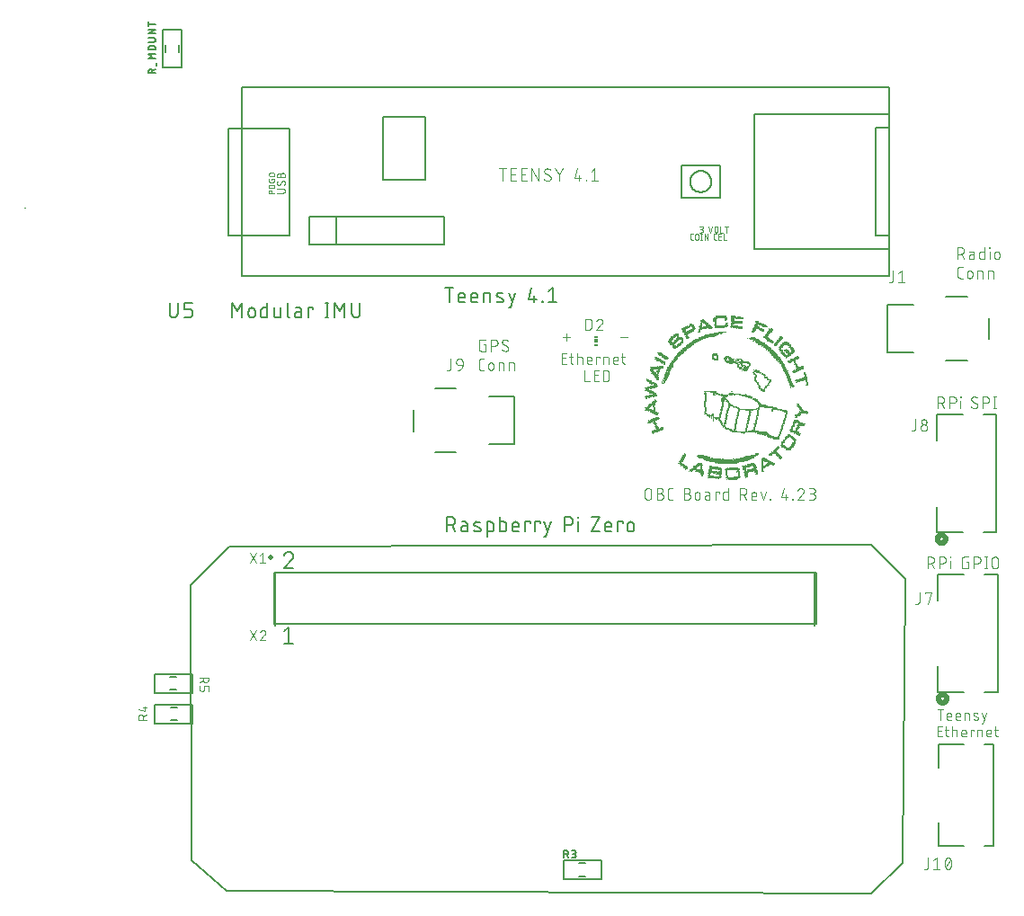
<source format=gbr>
G04 EAGLE Gerber RS-274X export*
G75*
%MOMM*%
%FSLAX34Y34*%
%LPD*%
%INSilkscreen Top*%
%IPPOS*%
%AMOC8*
5,1,8,0,0,1.08239X$1,22.5*%
G01*
%ADD10C,0.101600*%
%ADD11R,0.914400X0.025400*%
%ADD12R,0.076200X0.025400*%
%ADD13R,0.203200X0.025400*%
%ADD14R,0.050800X0.025400*%
%ADD15R,1.092200X0.025400*%
%ADD16R,0.279400X0.025400*%
%ADD17R,0.025400X0.025400*%
%ADD18R,0.406400X0.025400*%
%ADD19R,1.168400X0.025400*%
%ADD20R,0.431800X0.025400*%
%ADD21R,0.558800X0.025400*%
%ADD22R,0.228600X0.025400*%
%ADD23R,1.244600X0.025400*%
%ADD24R,0.152400X0.025400*%
%ADD25R,0.254000X0.025400*%
%ADD26R,0.584200X0.025400*%
%ADD27R,0.101600X0.025400*%
%ADD28R,0.177800X0.025400*%
%ADD29R,0.330200X0.025400*%
%ADD30R,0.482600X0.025400*%
%ADD31R,0.889000X0.025400*%
%ADD32R,0.304800X0.025400*%
%ADD33R,0.838200X0.025400*%
%ADD34R,0.457200X0.025400*%
%ADD35R,0.736600X0.025400*%
%ADD36R,0.990600X0.025400*%
%ADD37R,0.127000X0.025400*%
%ADD38R,0.381000X0.025400*%
%ADD39R,0.685800X0.025400*%
%ADD40R,0.635000X0.025400*%
%ADD41R,0.660400X0.025400*%
%ADD42R,0.508000X0.025400*%
%ADD43R,0.533400X0.025400*%
%ADD44R,1.219200X0.025400*%
%ADD45R,0.355600X0.025400*%
%ADD46R,0.812800X0.025400*%
%ADD47R,0.711200X0.025400*%
%ADD48R,0.609600X0.025400*%
%ADD49R,2.032000X0.025400*%
%ADD50R,2.362200X0.025400*%
%ADD51R,2.971800X0.025400*%
%ADD52R,3.352800X0.025400*%
%ADD53R,3.632200X0.025400*%
%ADD54R,1.701800X0.025400*%
%ADD55R,1.422400X0.025400*%
%ADD56R,1.371600X0.025400*%
%ADD57R,1.066800X0.025400*%
%ADD58R,0.965200X0.025400*%
%ADD59R,0.939800X0.025400*%
%ADD60R,0.863600X0.025400*%
%ADD61R,0.787400X0.025400*%
%ADD62R,0.025400X0.609600*%
%ADD63R,0.025400X0.355600*%
%ADD64R,0.025400X0.431800*%
%ADD65R,1.549400X0.025400*%
%ADD66R,1.041400X0.025400*%
%ADD67R,0.762000X0.025400*%
%ADD68R,1.117600X0.025400*%
%ADD69R,1.193800X0.025400*%
%ADD70C,0.127000*%
%ADD71C,0.076200*%
%ADD72C,0.200000*%
%ADD73C,0.177800*%
%ADD74C,0.152400*%
%ADD75C,0.508000*%
%ADD76C,0.150000*%
%ADD77C,0.500000*%
%ADD78C,0.050800*%
%ADD79C,0.203200*%
%ADD80R,0.300000X0.150000*%
%ADD81R,0.300000X0.300000*%


D10*
X526796Y420499D02*
X526796Y425381D01*
X526798Y425490D01*
X526804Y425599D01*
X526813Y425707D01*
X526827Y425815D01*
X526844Y425923D01*
X526866Y426030D01*
X526891Y426136D01*
X526920Y426241D01*
X526952Y426345D01*
X526988Y426447D01*
X527028Y426549D01*
X527072Y426648D01*
X527119Y426747D01*
X527169Y426843D01*
X527223Y426938D01*
X527280Y427030D01*
X527341Y427121D01*
X527405Y427209D01*
X527471Y427295D01*
X527541Y427379D01*
X527614Y427460D01*
X527690Y427538D01*
X527768Y427614D01*
X527849Y427687D01*
X527933Y427757D01*
X528019Y427823D01*
X528107Y427887D01*
X528198Y427948D01*
X528290Y428005D01*
X528385Y428059D01*
X528481Y428109D01*
X528580Y428156D01*
X528679Y428200D01*
X528781Y428240D01*
X528883Y428276D01*
X528987Y428308D01*
X529092Y428337D01*
X529198Y428362D01*
X529305Y428384D01*
X529413Y428401D01*
X529521Y428415D01*
X529629Y428424D01*
X529738Y428430D01*
X529847Y428432D01*
X529956Y428430D01*
X530065Y428424D01*
X530173Y428415D01*
X530281Y428401D01*
X530389Y428384D01*
X530496Y428362D01*
X530602Y428337D01*
X530707Y428308D01*
X530811Y428276D01*
X530913Y428240D01*
X531015Y428200D01*
X531114Y428156D01*
X531213Y428109D01*
X531309Y428059D01*
X531404Y428005D01*
X531496Y427948D01*
X531587Y427887D01*
X531675Y427823D01*
X531761Y427757D01*
X531845Y427687D01*
X531926Y427614D01*
X532004Y427538D01*
X532080Y427460D01*
X532153Y427379D01*
X532223Y427295D01*
X532289Y427209D01*
X532353Y427121D01*
X532414Y427030D01*
X532471Y426938D01*
X532525Y426843D01*
X532575Y426747D01*
X532622Y426648D01*
X532666Y426549D01*
X532706Y426447D01*
X532742Y426345D01*
X532774Y426241D01*
X532803Y426136D01*
X532828Y426030D01*
X532850Y425923D01*
X532867Y425815D01*
X532881Y425707D01*
X532890Y425599D01*
X532896Y425490D01*
X532898Y425381D01*
X532898Y420499D01*
X532896Y420390D01*
X532890Y420281D01*
X532881Y420173D01*
X532867Y420065D01*
X532850Y419957D01*
X532828Y419850D01*
X532803Y419744D01*
X532774Y419639D01*
X532742Y419535D01*
X532706Y419433D01*
X532666Y419331D01*
X532622Y419232D01*
X532575Y419133D01*
X532525Y419037D01*
X532471Y418942D01*
X532414Y418850D01*
X532353Y418759D01*
X532289Y418671D01*
X532223Y418585D01*
X532153Y418501D01*
X532080Y418420D01*
X532004Y418342D01*
X531926Y418266D01*
X531845Y418193D01*
X531761Y418123D01*
X531675Y418057D01*
X531587Y417993D01*
X531496Y417932D01*
X531404Y417875D01*
X531309Y417821D01*
X531213Y417771D01*
X531114Y417724D01*
X531015Y417680D01*
X530913Y417640D01*
X530811Y417604D01*
X530707Y417572D01*
X530602Y417543D01*
X530496Y417518D01*
X530389Y417496D01*
X530281Y417479D01*
X530173Y417465D01*
X530065Y417456D01*
X529956Y417450D01*
X529847Y417448D01*
X529738Y417450D01*
X529629Y417456D01*
X529521Y417465D01*
X529413Y417479D01*
X529305Y417496D01*
X529198Y417518D01*
X529092Y417543D01*
X528987Y417572D01*
X528883Y417604D01*
X528781Y417640D01*
X528679Y417680D01*
X528580Y417724D01*
X528481Y417771D01*
X528385Y417821D01*
X528290Y417875D01*
X528198Y417932D01*
X528107Y417993D01*
X528019Y418057D01*
X527933Y418123D01*
X527849Y418193D01*
X527768Y418266D01*
X527690Y418342D01*
X527614Y418420D01*
X527541Y418501D01*
X527471Y418585D01*
X527405Y418671D01*
X527341Y418759D01*
X527280Y418850D01*
X527223Y418942D01*
X527169Y419037D01*
X527119Y419133D01*
X527072Y419232D01*
X527028Y419331D01*
X526988Y419433D01*
X526952Y419535D01*
X526920Y419639D01*
X526891Y419744D01*
X526866Y419850D01*
X526844Y419957D01*
X526827Y420065D01*
X526813Y420173D01*
X526804Y420281D01*
X526798Y420390D01*
X526796Y420499D01*
X538121Y423550D02*
X541172Y423550D01*
X541281Y423548D01*
X541390Y423542D01*
X541498Y423533D01*
X541606Y423519D01*
X541714Y423502D01*
X541821Y423480D01*
X541927Y423455D01*
X542032Y423426D01*
X542136Y423394D01*
X542238Y423358D01*
X542340Y423318D01*
X542439Y423274D01*
X542538Y423227D01*
X542634Y423177D01*
X542729Y423123D01*
X542821Y423066D01*
X542912Y423005D01*
X543000Y422941D01*
X543086Y422875D01*
X543170Y422805D01*
X543251Y422732D01*
X543329Y422656D01*
X543405Y422578D01*
X543478Y422497D01*
X543548Y422413D01*
X543614Y422327D01*
X543678Y422239D01*
X543739Y422148D01*
X543796Y422056D01*
X543850Y421961D01*
X543900Y421865D01*
X543947Y421766D01*
X543991Y421667D01*
X544031Y421565D01*
X544067Y421463D01*
X544099Y421359D01*
X544128Y421254D01*
X544153Y421148D01*
X544175Y421041D01*
X544192Y420933D01*
X544206Y420825D01*
X544215Y420717D01*
X544221Y420608D01*
X544223Y420499D01*
X544221Y420390D01*
X544215Y420281D01*
X544206Y420173D01*
X544192Y420065D01*
X544175Y419957D01*
X544153Y419850D01*
X544128Y419744D01*
X544099Y419639D01*
X544067Y419535D01*
X544031Y419433D01*
X543991Y419331D01*
X543947Y419232D01*
X543900Y419133D01*
X543850Y419037D01*
X543796Y418942D01*
X543739Y418850D01*
X543678Y418759D01*
X543614Y418671D01*
X543548Y418585D01*
X543478Y418501D01*
X543405Y418420D01*
X543329Y418342D01*
X543251Y418266D01*
X543170Y418193D01*
X543086Y418123D01*
X543000Y418057D01*
X542912Y417993D01*
X542821Y417932D01*
X542729Y417875D01*
X542634Y417821D01*
X542538Y417771D01*
X542439Y417724D01*
X542340Y417680D01*
X542238Y417640D01*
X542136Y417604D01*
X542032Y417572D01*
X541927Y417543D01*
X541821Y417518D01*
X541714Y417496D01*
X541606Y417479D01*
X541498Y417465D01*
X541390Y417456D01*
X541281Y417450D01*
X541172Y417448D01*
X538121Y417448D01*
X538121Y428432D01*
X541172Y428432D01*
X541269Y428430D01*
X541366Y428424D01*
X541463Y428415D01*
X541559Y428401D01*
X541654Y428384D01*
X541749Y428363D01*
X541843Y428338D01*
X541936Y428310D01*
X542027Y428277D01*
X542117Y428242D01*
X542206Y428202D01*
X542293Y428159D01*
X542378Y428113D01*
X542462Y428063D01*
X542543Y428010D01*
X542622Y427954D01*
X542699Y427895D01*
X542774Y427833D01*
X542846Y427768D01*
X542915Y427700D01*
X542982Y427629D01*
X543045Y427556D01*
X543106Y427480D01*
X543164Y427402D01*
X543218Y427322D01*
X543270Y427239D01*
X543318Y427155D01*
X543362Y427069D01*
X543403Y426981D01*
X543441Y426891D01*
X543475Y426800D01*
X543505Y426708D01*
X543532Y426615D01*
X543555Y426521D01*
X543574Y426425D01*
X543589Y426330D01*
X543601Y426233D01*
X543609Y426137D01*
X543613Y426040D01*
X543613Y425942D01*
X543609Y425845D01*
X543601Y425749D01*
X543589Y425652D01*
X543574Y425557D01*
X543555Y425461D01*
X543532Y425367D01*
X543505Y425274D01*
X543475Y425182D01*
X543441Y425091D01*
X543403Y425001D01*
X543362Y424913D01*
X543318Y424827D01*
X543270Y424743D01*
X543218Y424660D01*
X543164Y424580D01*
X543106Y424502D01*
X543045Y424426D01*
X542982Y424353D01*
X542915Y424282D01*
X542846Y424214D01*
X542774Y424149D01*
X542699Y424087D01*
X542622Y424028D01*
X542543Y423972D01*
X542462Y423919D01*
X542378Y423869D01*
X542293Y423823D01*
X542206Y423780D01*
X542117Y423740D01*
X542027Y423705D01*
X541936Y423672D01*
X541843Y423644D01*
X541749Y423619D01*
X541654Y423598D01*
X541559Y423581D01*
X541463Y423567D01*
X541366Y423558D01*
X541269Y423552D01*
X541172Y423550D01*
X550805Y417448D02*
X553245Y417448D01*
X550805Y417448D02*
X550709Y417450D01*
X550613Y417456D01*
X550518Y417465D01*
X550423Y417478D01*
X550329Y417495D01*
X550235Y417515D01*
X550142Y417540D01*
X550051Y417567D01*
X549960Y417599D01*
X549871Y417634D01*
X549783Y417672D01*
X549697Y417714D01*
X549612Y417759D01*
X549530Y417808D01*
X549449Y417859D01*
X549370Y417914D01*
X549294Y417972D01*
X549220Y418033D01*
X549148Y418097D01*
X549079Y418163D01*
X549013Y418232D01*
X548949Y418304D01*
X548888Y418378D01*
X548830Y418454D01*
X548775Y418533D01*
X548724Y418614D01*
X548675Y418696D01*
X548630Y418781D01*
X548588Y418867D01*
X548550Y418955D01*
X548515Y419044D01*
X548483Y419135D01*
X548456Y419226D01*
X548431Y419319D01*
X548411Y419413D01*
X548394Y419507D01*
X548381Y419602D01*
X548372Y419697D01*
X548366Y419793D01*
X548364Y419889D01*
X548364Y425991D01*
X548366Y426089D01*
X548372Y426187D01*
X548382Y426285D01*
X548396Y426383D01*
X548413Y426479D01*
X548435Y426575D01*
X548460Y426670D01*
X548490Y426764D01*
X548523Y426857D01*
X548559Y426948D01*
X548600Y427037D01*
X548644Y427125D01*
X548691Y427211D01*
X548742Y427296D01*
X548796Y427378D01*
X548854Y427457D01*
X548914Y427535D01*
X548978Y427610D01*
X549045Y427682D01*
X549114Y427751D01*
X549186Y427818D01*
X549261Y427882D01*
X549339Y427942D01*
X549418Y428000D01*
X549500Y428054D01*
X549584Y428105D01*
X549671Y428152D01*
X549759Y428196D01*
X549848Y428237D01*
X549939Y428273D01*
X550032Y428306D01*
X550126Y428336D01*
X550221Y428361D01*
X550317Y428383D01*
X550413Y428400D01*
X550511Y428414D01*
X550609Y428424D01*
X550707Y428430D01*
X550805Y428432D01*
X553245Y428432D01*
X563681Y423550D02*
X566732Y423550D01*
X566841Y423548D01*
X566950Y423542D01*
X567058Y423533D01*
X567166Y423519D01*
X567274Y423502D01*
X567381Y423480D01*
X567487Y423455D01*
X567592Y423426D01*
X567696Y423394D01*
X567798Y423358D01*
X567900Y423318D01*
X567999Y423274D01*
X568098Y423227D01*
X568194Y423177D01*
X568289Y423123D01*
X568381Y423066D01*
X568472Y423005D01*
X568560Y422941D01*
X568646Y422875D01*
X568730Y422805D01*
X568811Y422732D01*
X568889Y422656D01*
X568965Y422578D01*
X569038Y422497D01*
X569108Y422413D01*
X569174Y422327D01*
X569238Y422239D01*
X569299Y422148D01*
X569356Y422056D01*
X569410Y421961D01*
X569460Y421865D01*
X569507Y421766D01*
X569551Y421667D01*
X569591Y421565D01*
X569627Y421463D01*
X569659Y421359D01*
X569688Y421254D01*
X569713Y421148D01*
X569735Y421041D01*
X569752Y420933D01*
X569766Y420825D01*
X569775Y420717D01*
X569781Y420608D01*
X569783Y420499D01*
X569781Y420390D01*
X569775Y420281D01*
X569766Y420173D01*
X569752Y420065D01*
X569735Y419957D01*
X569713Y419850D01*
X569688Y419744D01*
X569659Y419639D01*
X569627Y419535D01*
X569591Y419433D01*
X569551Y419331D01*
X569507Y419232D01*
X569460Y419133D01*
X569410Y419037D01*
X569356Y418942D01*
X569299Y418850D01*
X569238Y418759D01*
X569174Y418671D01*
X569108Y418585D01*
X569038Y418501D01*
X568965Y418420D01*
X568889Y418342D01*
X568811Y418266D01*
X568730Y418193D01*
X568646Y418123D01*
X568560Y418057D01*
X568472Y417993D01*
X568381Y417932D01*
X568289Y417875D01*
X568194Y417821D01*
X568098Y417771D01*
X567999Y417724D01*
X567900Y417680D01*
X567798Y417640D01*
X567696Y417604D01*
X567592Y417572D01*
X567487Y417543D01*
X567381Y417518D01*
X567274Y417496D01*
X567166Y417479D01*
X567058Y417465D01*
X566950Y417456D01*
X566841Y417450D01*
X566732Y417448D01*
X563681Y417448D01*
X563681Y428432D01*
X566732Y428432D01*
X566829Y428430D01*
X566926Y428424D01*
X567023Y428415D01*
X567119Y428401D01*
X567214Y428384D01*
X567309Y428363D01*
X567403Y428338D01*
X567496Y428310D01*
X567587Y428277D01*
X567677Y428242D01*
X567766Y428202D01*
X567853Y428159D01*
X567938Y428113D01*
X568022Y428063D01*
X568103Y428010D01*
X568182Y427954D01*
X568259Y427895D01*
X568334Y427833D01*
X568406Y427768D01*
X568475Y427700D01*
X568542Y427629D01*
X568605Y427556D01*
X568666Y427480D01*
X568724Y427402D01*
X568778Y427322D01*
X568830Y427239D01*
X568878Y427155D01*
X568922Y427069D01*
X568963Y426981D01*
X569001Y426891D01*
X569035Y426800D01*
X569065Y426708D01*
X569092Y426615D01*
X569115Y426521D01*
X569134Y426425D01*
X569149Y426330D01*
X569161Y426233D01*
X569169Y426137D01*
X569173Y426040D01*
X569173Y425942D01*
X569169Y425845D01*
X569161Y425749D01*
X569149Y425652D01*
X569134Y425557D01*
X569115Y425461D01*
X569092Y425367D01*
X569065Y425274D01*
X569035Y425182D01*
X569001Y425091D01*
X568963Y425001D01*
X568922Y424913D01*
X568878Y424827D01*
X568830Y424743D01*
X568778Y424660D01*
X568724Y424580D01*
X568666Y424502D01*
X568605Y424426D01*
X568542Y424353D01*
X568475Y424282D01*
X568406Y424214D01*
X568334Y424149D01*
X568259Y424087D01*
X568182Y424028D01*
X568103Y423972D01*
X568022Y423919D01*
X567938Y423869D01*
X567853Y423823D01*
X567766Y423780D01*
X567677Y423740D01*
X567587Y423705D01*
X567496Y423672D01*
X567403Y423644D01*
X567309Y423619D01*
X567214Y423598D01*
X567119Y423581D01*
X567023Y423567D01*
X566926Y423558D01*
X566829Y423552D01*
X566732Y423550D01*
X573846Y422330D02*
X573846Y419889D01*
X573846Y422330D02*
X573848Y422427D01*
X573854Y422524D01*
X573863Y422621D01*
X573877Y422717D01*
X573894Y422812D01*
X573915Y422907D01*
X573940Y423001D01*
X573968Y423094D01*
X574001Y423185D01*
X574036Y423275D01*
X574076Y423364D01*
X574119Y423451D01*
X574165Y423536D01*
X574215Y423620D01*
X574268Y423701D01*
X574324Y423780D01*
X574383Y423857D01*
X574445Y423932D01*
X574510Y424004D01*
X574578Y424073D01*
X574649Y424140D01*
X574722Y424203D01*
X574798Y424264D01*
X574876Y424322D01*
X574956Y424376D01*
X575039Y424428D01*
X575123Y424476D01*
X575209Y424520D01*
X575297Y424561D01*
X575387Y424599D01*
X575478Y424633D01*
X575570Y424663D01*
X575663Y424690D01*
X575757Y424713D01*
X575853Y424732D01*
X575948Y424747D01*
X576045Y424759D01*
X576141Y424767D01*
X576238Y424771D01*
X576336Y424771D01*
X576433Y424767D01*
X576529Y424759D01*
X576626Y424747D01*
X576721Y424732D01*
X576817Y424713D01*
X576911Y424690D01*
X577004Y424663D01*
X577096Y424633D01*
X577187Y424599D01*
X577277Y424561D01*
X577365Y424520D01*
X577451Y424476D01*
X577535Y424428D01*
X577618Y424376D01*
X577698Y424322D01*
X577776Y424264D01*
X577852Y424203D01*
X577925Y424140D01*
X577996Y424073D01*
X578064Y424004D01*
X578129Y423932D01*
X578191Y423857D01*
X578250Y423780D01*
X578306Y423701D01*
X578359Y423620D01*
X578409Y423536D01*
X578455Y423451D01*
X578498Y423364D01*
X578538Y423275D01*
X578573Y423185D01*
X578606Y423094D01*
X578634Y423001D01*
X578659Y422907D01*
X578680Y422812D01*
X578697Y422717D01*
X578711Y422621D01*
X578720Y422524D01*
X578726Y422427D01*
X578728Y422330D01*
X578728Y419889D01*
X578726Y419792D01*
X578720Y419695D01*
X578711Y419598D01*
X578697Y419502D01*
X578680Y419407D01*
X578659Y419312D01*
X578634Y419218D01*
X578606Y419125D01*
X578573Y419034D01*
X578538Y418944D01*
X578498Y418855D01*
X578455Y418768D01*
X578409Y418683D01*
X578359Y418599D01*
X578306Y418518D01*
X578250Y418439D01*
X578191Y418362D01*
X578129Y418287D01*
X578064Y418215D01*
X577996Y418146D01*
X577925Y418079D01*
X577852Y418016D01*
X577776Y417955D01*
X577698Y417897D01*
X577618Y417843D01*
X577535Y417791D01*
X577451Y417743D01*
X577365Y417699D01*
X577277Y417658D01*
X577187Y417620D01*
X577096Y417586D01*
X577004Y417556D01*
X576911Y417529D01*
X576817Y417506D01*
X576721Y417487D01*
X576626Y417472D01*
X576529Y417460D01*
X576433Y417452D01*
X576336Y417448D01*
X576238Y417448D01*
X576141Y417452D01*
X576045Y417460D01*
X575948Y417472D01*
X575853Y417487D01*
X575757Y417506D01*
X575663Y417529D01*
X575570Y417556D01*
X575478Y417586D01*
X575387Y417620D01*
X575297Y417658D01*
X575209Y417699D01*
X575123Y417743D01*
X575039Y417791D01*
X574956Y417843D01*
X574876Y417897D01*
X574798Y417955D01*
X574722Y418016D01*
X574649Y418079D01*
X574578Y418146D01*
X574510Y418215D01*
X574445Y418287D01*
X574383Y418362D01*
X574324Y418439D01*
X574268Y418518D01*
X574215Y418599D01*
X574165Y418683D01*
X574119Y418768D01*
X574076Y418855D01*
X574036Y418944D01*
X574001Y419034D01*
X573968Y419125D01*
X573940Y419218D01*
X573915Y419312D01*
X573894Y419407D01*
X573877Y419502D01*
X573863Y419598D01*
X573854Y419695D01*
X573848Y419792D01*
X573846Y419889D01*
X585285Y421720D02*
X588031Y421720D01*
X585285Y421720D02*
X585194Y421718D01*
X585104Y421712D01*
X585014Y421703D01*
X584924Y421689D01*
X584835Y421672D01*
X584747Y421651D01*
X584660Y421626D01*
X584573Y421598D01*
X584489Y421566D01*
X584405Y421530D01*
X584323Y421491D01*
X584243Y421449D01*
X584165Y421403D01*
X584089Y421354D01*
X584015Y421301D01*
X583943Y421246D01*
X583874Y421187D01*
X583807Y421126D01*
X583743Y421062D01*
X583682Y420995D01*
X583623Y420926D01*
X583568Y420854D01*
X583515Y420780D01*
X583466Y420704D01*
X583420Y420626D01*
X583378Y420546D01*
X583339Y420464D01*
X583303Y420380D01*
X583271Y420296D01*
X583243Y420209D01*
X583218Y420122D01*
X583197Y420034D01*
X583180Y419945D01*
X583166Y419855D01*
X583157Y419765D01*
X583151Y419675D01*
X583149Y419584D01*
X583151Y419493D01*
X583157Y419403D01*
X583166Y419313D01*
X583180Y419223D01*
X583197Y419134D01*
X583218Y419046D01*
X583243Y418959D01*
X583271Y418872D01*
X583303Y418788D01*
X583339Y418704D01*
X583378Y418622D01*
X583420Y418542D01*
X583466Y418464D01*
X583515Y418388D01*
X583568Y418314D01*
X583623Y418242D01*
X583682Y418173D01*
X583743Y418106D01*
X583807Y418042D01*
X583874Y417981D01*
X583943Y417922D01*
X584015Y417867D01*
X584089Y417814D01*
X584165Y417765D01*
X584243Y417719D01*
X584323Y417677D01*
X584405Y417638D01*
X584489Y417602D01*
X584573Y417570D01*
X584660Y417542D01*
X584747Y417517D01*
X584835Y417496D01*
X584924Y417479D01*
X585014Y417465D01*
X585104Y417456D01*
X585194Y417450D01*
X585285Y417448D01*
X588031Y417448D01*
X588031Y422940D01*
X588029Y423025D01*
X588023Y423109D01*
X588013Y423193D01*
X588000Y423276D01*
X587982Y423359D01*
X587961Y423441D01*
X587936Y423522D01*
X587907Y423601D01*
X587875Y423680D01*
X587839Y423756D01*
X587800Y423831D01*
X587757Y423904D01*
X587711Y423975D01*
X587661Y424043D01*
X587609Y424110D01*
X587553Y424174D01*
X587495Y424235D01*
X587434Y424293D01*
X587370Y424349D01*
X587303Y424401D01*
X587235Y424451D01*
X587164Y424497D01*
X587091Y424540D01*
X587016Y424579D01*
X586940Y424615D01*
X586861Y424647D01*
X586782Y424676D01*
X586701Y424701D01*
X586619Y424722D01*
X586536Y424740D01*
X586453Y424753D01*
X586369Y424763D01*
X586285Y424769D01*
X586200Y424771D01*
X583759Y424771D01*
X593351Y424771D02*
X593351Y417448D01*
X593351Y424771D02*
X597012Y424771D01*
X597012Y423550D01*
X605311Y428432D02*
X605311Y417448D01*
X602259Y417448D01*
X602174Y417450D01*
X602090Y417456D01*
X602006Y417466D01*
X601923Y417479D01*
X601840Y417497D01*
X601758Y417518D01*
X601677Y417543D01*
X601598Y417572D01*
X601519Y417604D01*
X601443Y417640D01*
X601368Y417679D01*
X601295Y417722D01*
X601224Y417768D01*
X601156Y417818D01*
X601089Y417870D01*
X601025Y417926D01*
X600964Y417984D01*
X600906Y418045D01*
X600850Y418109D01*
X600798Y418176D01*
X600748Y418244D01*
X600702Y418315D01*
X600659Y418388D01*
X600620Y418463D01*
X600584Y418539D01*
X600552Y418618D01*
X600523Y418697D01*
X600498Y418778D01*
X600477Y418860D01*
X600459Y418943D01*
X600446Y419026D01*
X600436Y419110D01*
X600430Y419194D01*
X600428Y419279D01*
X600429Y419279D02*
X600429Y422940D01*
X600428Y422940D02*
X600430Y423025D01*
X600436Y423109D01*
X600446Y423193D01*
X600459Y423276D01*
X600477Y423359D01*
X600498Y423441D01*
X600523Y423522D01*
X600552Y423601D01*
X600584Y423680D01*
X600620Y423756D01*
X600659Y423831D01*
X600702Y423904D01*
X600748Y423975D01*
X600798Y424043D01*
X600850Y424110D01*
X600906Y424174D01*
X600964Y424235D01*
X601025Y424293D01*
X601089Y424349D01*
X601156Y424401D01*
X601224Y424451D01*
X601295Y424497D01*
X601368Y424540D01*
X601443Y424579D01*
X601519Y424615D01*
X601598Y424647D01*
X601677Y424676D01*
X601758Y424701D01*
X601840Y424722D01*
X601923Y424740D01*
X602006Y424753D01*
X602090Y424763D01*
X602174Y424769D01*
X602259Y424771D01*
X605311Y424771D01*
X616507Y428432D02*
X616507Y417448D01*
X616507Y428432D02*
X619558Y428432D01*
X619667Y428430D01*
X619776Y428424D01*
X619884Y428415D01*
X619992Y428401D01*
X620100Y428384D01*
X620207Y428362D01*
X620313Y428337D01*
X620418Y428308D01*
X620522Y428276D01*
X620624Y428240D01*
X620726Y428200D01*
X620825Y428156D01*
X620924Y428109D01*
X621020Y428059D01*
X621115Y428005D01*
X621207Y427948D01*
X621298Y427887D01*
X621386Y427823D01*
X621472Y427757D01*
X621556Y427687D01*
X621637Y427614D01*
X621715Y427538D01*
X621791Y427460D01*
X621864Y427379D01*
X621934Y427295D01*
X622000Y427209D01*
X622064Y427121D01*
X622125Y427030D01*
X622182Y426938D01*
X622236Y426843D01*
X622286Y426747D01*
X622333Y426648D01*
X622377Y426549D01*
X622417Y426447D01*
X622453Y426345D01*
X622485Y426241D01*
X622514Y426136D01*
X622539Y426030D01*
X622561Y425923D01*
X622578Y425815D01*
X622592Y425707D01*
X622601Y425599D01*
X622607Y425490D01*
X622609Y425381D01*
X622607Y425272D01*
X622601Y425163D01*
X622592Y425055D01*
X622578Y424947D01*
X622561Y424839D01*
X622539Y424732D01*
X622514Y424626D01*
X622485Y424521D01*
X622453Y424417D01*
X622417Y424315D01*
X622377Y424213D01*
X622333Y424114D01*
X622286Y424015D01*
X622236Y423919D01*
X622182Y423824D01*
X622125Y423732D01*
X622064Y423641D01*
X622000Y423553D01*
X621934Y423467D01*
X621864Y423383D01*
X621791Y423302D01*
X621715Y423224D01*
X621637Y423148D01*
X621556Y423075D01*
X621472Y423005D01*
X621386Y422939D01*
X621298Y422875D01*
X621207Y422814D01*
X621115Y422757D01*
X621020Y422703D01*
X620924Y422653D01*
X620825Y422606D01*
X620726Y422562D01*
X620624Y422522D01*
X620522Y422486D01*
X620418Y422454D01*
X620313Y422425D01*
X620207Y422400D01*
X620100Y422378D01*
X619992Y422361D01*
X619884Y422347D01*
X619776Y422338D01*
X619667Y422332D01*
X619558Y422330D01*
X616507Y422330D01*
X620169Y422330D02*
X622610Y417448D01*
X628957Y417448D02*
X632008Y417448D01*
X628957Y417448D02*
X628872Y417450D01*
X628788Y417456D01*
X628704Y417466D01*
X628621Y417479D01*
X628538Y417497D01*
X628456Y417518D01*
X628375Y417543D01*
X628296Y417572D01*
X628217Y417604D01*
X628141Y417640D01*
X628066Y417679D01*
X627993Y417722D01*
X627922Y417768D01*
X627854Y417818D01*
X627787Y417870D01*
X627723Y417926D01*
X627662Y417984D01*
X627604Y418045D01*
X627548Y418109D01*
X627496Y418176D01*
X627446Y418244D01*
X627400Y418315D01*
X627357Y418388D01*
X627318Y418463D01*
X627282Y418539D01*
X627250Y418618D01*
X627221Y418697D01*
X627196Y418778D01*
X627175Y418860D01*
X627157Y418943D01*
X627144Y419026D01*
X627134Y419110D01*
X627128Y419194D01*
X627126Y419279D01*
X627126Y422330D01*
X627128Y422427D01*
X627134Y422524D01*
X627143Y422621D01*
X627157Y422717D01*
X627174Y422812D01*
X627195Y422907D01*
X627220Y423001D01*
X627248Y423094D01*
X627281Y423185D01*
X627316Y423275D01*
X627356Y423364D01*
X627399Y423451D01*
X627445Y423536D01*
X627495Y423620D01*
X627548Y423701D01*
X627604Y423780D01*
X627663Y423857D01*
X627725Y423932D01*
X627790Y424004D01*
X627858Y424073D01*
X627929Y424140D01*
X628002Y424203D01*
X628078Y424264D01*
X628156Y424322D01*
X628236Y424376D01*
X628319Y424428D01*
X628403Y424476D01*
X628489Y424520D01*
X628577Y424561D01*
X628667Y424599D01*
X628758Y424633D01*
X628850Y424663D01*
X628943Y424690D01*
X629037Y424713D01*
X629133Y424732D01*
X629228Y424747D01*
X629325Y424759D01*
X629421Y424767D01*
X629518Y424771D01*
X629616Y424771D01*
X629713Y424767D01*
X629809Y424759D01*
X629906Y424747D01*
X630001Y424732D01*
X630097Y424713D01*
X630191Y424690D01*
X630284Y424663D01*
X630376Y424633D01*
X630467Y424599D01*
X630557Y424561D01*
X630645Y424520D01*
X630731Y424476D01*
X630815Y424428D01*
X630898Y424376D01*
X630978Y424322D01*
X631056Y424264D01*
X631132Y424203D01*
X631205Y424140D01*
X631276Y424073D01*
X631344Y424004D01*
X631409Y423932D01*
X631471Y423857D01*
X631530Y423780D01*
X631586Y423701D01*
X631639Y423620D01*
X631689Y423536D01*
X631735Y423451D01*
X631778Y423364D01*
X631818Y423275D01*
X631853Y423185D01*
X631886Y423094D01*
X631914Y423001D01*
X631939Y422907D01*
X631960Y422812D01*
X631977Y422717D01*
X631991Y422621D01*
X632000Y422524D01*
X632006Y422427D01*
X632008Y422330D01*
X632008Y421109D01*
X627126Y421109D01*
X636126Y424771D02*
X638567Y417448D01*
X641008Y424771D01*
X644742Y418058D02*
X644742Y417448D01*
X644742Y418058D02*
X645352Y418058D01*
X645352Y417448D01*
X644742Y417448D01*
X655316Y419889D02*
X657757Y428432D01*
X655316Y419889D02*
X661418Y419889D01*
X659587Y422330D02*
X659587Y417448D01*
X665622Y417448D02*
X665622Y418058D01*
X666232Y418058D01*
X666232Y417448D01*
X665622Y417448D01*
X676538Y425686D02*
X676536Y425789D01*
X676530Y425891D01*
X676521Y425993D01*
X676507Y426095D01*
X676490Y426197D01*
X676469Y426297D01*
X676444Y426397D01*
X676416Y426495D01*
X676384Y426593D01*
X676348Y426689D01*
X676309Y426784D01*
X676266Y426877D01*
X676220Y426969D01*
X676170Y427059D01*
X676117Y427147D01*
X676061Y427233D01*
X676001Y427317D01*
X675939Y427398D01*
X675873Y427477D01*
X675805Y427554D01*
X675734Y427628D01*
X675660Y427699D01*
X675583Y427767D01*
X675504Y427833D01*
X675423Y427895D01*
X675339Y427955D01*
X675253Y428011D01*
X675165Y428064D01*
X675075Y428114D01*
X674983Y428160D01*
X674890Y428203D01*
X674795Y428242D01*
X674699Y428278D01*
X674601Y428310D01*
X674503Y428338D01*
X674403Y428363D01*
X674303Y428384D01*
X674201Y428401D01*
X674099Y428415D01*
X673997Y428424D01*
X673895Y428430D01*
X673792Y428432D01*
X673675Y428430D01*
X673559Y428424D01*
X673442Y428415D01*
X673326Y428401D01*
X673211Y428384D01*
X673096Y428363D01*
X672982Y428338D01*
X672869Y428309D01*
X672757Y428277D01*
X672646Y428241D01*
X672536Y428201D01*
X672427Y428157D01*
X672321Y428110D01*
X672215Y428060D01*
X672112Y428006D01*
X672010Y427949D01*
X671910Y427888D01*
X671812Y427824D01*
X671717Y427757D01*
X671624Y427687D01*
X671533Y427614D01*
X671444Y427537D01*
X671358Y427458D01*
X671275Y427376D01*
X671195Y427292D01*
X671117Y427205D01*
X671043Y427115D01*
X670971Y427023D01*
X670902Y426928D01*
X670837Y426831D01*
X670775Y426733D01*
X670716Y426632D01*
X670661Y426529D01*
X670608Y426425D01*
X670560Y426318D01*
X670515Y426211D01*
X670473Y426101D01*
X670436Y425991D01*
X675622Y423551D02*
X675696Y423623D01*
X675767Y423699D01*
X675836Y423777D01*
X675901Y423857D01*
X675964Y423940D01*
X676024Y424024D01*
X676081Y424111D01*
X676135Y424200D01*
X676186Y424291D01*
X676233Y424383D01*
X676278Y424477D01*
X676319Y424572D01*
X676356Y424669D01*
X676390Y424767D01*
X676421Y424866D01*
X676448Y424967D01*
X676471Y425068D01*
X676491Y425170D01*
X676508Y425272D01*
X676521Y425375D01*
X676530Y425479D01*
X676535Y425582D01*
X676537Y425686D01*
X675623Y423550D02*
X670436Y417448D01*
X676538Y417448D01*
X681236Y417448D02*
X684287Y417448D01*
X684396Y417450D01*
X684505Y417456D01*
X684613Y417465D01*
X684721Y417479D01*
X684829Y417496D01*
X684936Y417518D01*
X685042Y417543D01*
X685147Y417572D01*
X685251Y417604D01*
X685353Y417640D01*
X685455Y417680D01*
X685554Y417724D01*
X685653Y417771D01*
X685749Y417821D01*
X685844Y417875D01*
X685936Y417932D01*
X686027Y417993D01*
X686115Y418057D01*
X686201Y418123D01*
X686285Y418193D01*
X686366Y418266D01*
X686444Y418342D01*
X686520Y418420D01*
X686593Y418501D01*
X686663Y418585D01*
X686729Y418671D01*
X686793Y418759D01*
X686854Y418850D01*
X686911Y418942D01*
X686965Y419037D01*
X687015Y419133D01*
X687062Y419232D01*
X687106Y419331D01*
X687146Y419433D01*
X687182Y419535D01*
X687214Y419639D01*
X687243Y419744D01*
X687268Y419850D01*
X687290Y419957D01*
X687307Y420065D01*
X687321Y420173D01*
X687330Y420281D01*
X687336Y420390D01*
X687338Y420499D01*
X687336Y420608D01*
X687330Y420717D01*
X687321Y420825D01*
X687307Y420933D01*
X687290Y421041D01*
X687268Y421148D01*
X687243Y421254D01*
X687214Y421359D01*
X687182Y421463D01*
X687146Y421565D01*
X687106Y421667D01*
X687062Y421766D01*
X687015Y421865D01*
X686965Y421961D01*
X686911Y422056D01*
X686854Y422148D01*
X686793Y422239D01*
X686729Y422327D01*
X686663Y422413D01*
X686593Y422497D01*
X686520Y422578D01*
X686444Y422656D01*
X686366Y422732D01*
X686285Y422805D01*
X686201Y422875D01*
X686115Y422941D01*
X686027Y423005D01*
X685936Y423066D01*
X685844Y423123D01*
X685749Y423177D01*
X685653Y423227D01*
X685554Y423274D01*
X685455Y423318D01*
X685353Y423358D01*
X685251Y423394D01*
X685147Y423426D01*
X685042Y423455D01*
X684936Y423480D01*
X684829Y423502D01*
X684721Y423519D01*
X684613Y423533D01*
X684505Y423542D01*
X684396Y423548D01*
X684287Y423550D01*
X684897Y428432D02*
X681236Y428432D01*
X684897Y428432D02*
X684994Y428430D01*
X685091Y428424D01*
X685188Y428415D01*
X685284Y428401D01*
X685379Y428384D01*
X685474Y428363D01*
X685568Y428338D01*
X685661Y428310D01*
X685752Y428277D01*
X685842Y428242D01*
X685931Y428202D01*
X686018Y428159D01*
X686103Y428113D01*
X686187Y428063D01*
X686268Y428010D01*
X686347Y427954D01*
X686424Y427895D01*
X686499Y427833D01*
X686571Y427768D01*
X686640Y427700D01*
X686707Y427629D01*
X686770Y427556D01*
X686831Y427480D01*
X686889Y427402D01*
X686943Y427322D01*
X686995Y427239D01*
X687043Y427155D01*
X687087Y427069D01*
X687128Y426981D01*
X687166Y426891D01*
X687200Y426800D01*
X687230Y426708D01*
X687257Y426615D01*
X687280Y426521D01*
X687299Y426425D01*
X687314Y426330D01*
X687326Y426233D01*
X687334Y426137D01*
X687338Y426040D01*
X687338Y425942D01*
X687334Y425845D01*
X687326Y425749D01*
X687314Y425652D01*
X687299Y425557D01*
X687280Y425461D01*
X687257Y425367D01*
X687230Y425274D01*
X687200Y425182D01*
X687166Y425091D01*
X687128Y425001D01*
X687087Y424913D01*
X687043Y424827D01*
X686995Y424743D01*
X686943Y424660D01*
X686889Y424580D01*
X686831Y424502D01*
X686770Y424426D01*
X686707Y424353D01*
X686640Y424282D01*
X686571Y424214D01*
X686499Y424149D01*
X686424Y424087D01*
X686347Y424028D01*
X686268Y423972D01*
X686187Y423919D01*
X686103Y423869D01*
X686018Y423823D01*
X685931Y423780D01*
X685842Y423740D01*
X685752Y423705D01*
X685661Y423672D01*
X685568Y423644D01*
X685474Y423619D01*
X685379Y423598D01*
X685284Y423581D01*
X685188Y423567D01*
X685091Y423558D01*
X684994Y423552D01*
X684897Y423550D01*
X682456Y423550D01*
D11*
X609651Y436364D03*
D12*
X604698Y436364D03*
D13*
X595935Y436872D03*
D12*
X594538Y436872D03*
D14*
X597205Y436872D03*
D15*
X609270Y436872D03*
D16*
X592252Y437380D03*
D17*
X597840Y437380D03*
X615112Y437380D03*
D12*
X590474Y437380D03*
D18*
X595681Y437380D03*
D14*
X598221Y437380D03*
D19*
X609143Y437380D03*
D14*
X615493Y437380D03*
D16*
X588188Y437888D03*
D17*
X598856Y437888D03*
D20*
X608254Y437888D03*
D17*
X616128Y437888D03*
X586664Y437888D03*
D11*
X594157Y437888D03*
D16*
X604698Y437888D03*
D21*
X613207Y437888D03*
D12*
X622478Y437888D03*
D22*
X612318Y438396D03*
D17*
X623240Y438396D03*
D23*
X592760Y438396D03*
D22*
X604444Y438396D03*
D17*
X611048Y438396D03*
D16*
X614858Y438396D03*
D24*
X622351Y438396D03*
D14*
X623621Y438396D03*
D25*
X593649Y438904D03*
D26*
X589458Y438904D03*
D14*
X595173Y438904D03*
D16*
X597586Y438904D03*
D22*
X604444Y438904D03*
D16*
X615366Y438904D03*
D22*
X622732Y438904D03*
D27*
X581203Y439412D03*
D25*
X590601Y439412D03*
D17*
X580568Y439412D03*
D14*
X581965Y439412D03*
D16*
X587934Y439412D03*
D22*
X597840Y439412D03*
X604444Y439412D03*
X615620Y439412D03*
D16*
X622478Y439412D03*
D22*
X581076Y439920D03*
X587680Y439920D03*
X597840Y439920D03*
X603936Y439920D03*
X615620Y439920D03*
D16*
X622478Y439920D03*
D22*
X581076Y440428D03*
X587680Y440428D03*
D28*
X598094Y440428D03*
D22*
X603936Y440428D03*
X615620Y440428D03*
D16*
X622478Y440428D03*
D27*
X632003Y440936D03*
D22*
X581076Y440936D03*
X587680Y440936D03*
D16*
X597586Y440936D03*
D22*
X603936Y440936D03*
X615620Y440936D03*
D16*
X621970Y440936D03*
D17*
X631368Y440936D03*
D12*
X595300Y441444D03*
D16*
X580822Y441444D03*
D22*
X587680Y441444D03*
D17*
X594792Y441444D03*
D29*
X597332Y441444D03*
D22*
X603936Y441444D03*
X615620Y441444D03*
D16*
X621970Y441444D03*
D28*
X632130Y441444D03*
D22*
X593014Y441952D03*
D17*
X633400Y441952D03*
D16*
X580822Y441952D03*
X587934Y441952D03*
D12*
X591490Y441952D03*
D30*
X596570Y441952D03*
D22*
X603936Y441952D03*
X615620Y441952D03*
D16*
X621970Y441952D03*
D13*
X632257Y441952D03*
D12*
X590220Y442460D03*
D13*
X615239Y442460D03*
D12*
X624002Y442460D03*
D17*
X633400Y442460D03*
D29*
X580568Y442460D03*
X588188Y442460D03*
D31*
X595046Y442460D03*
D22*
X603936Y442460D03*
D17*
X614096Y442460D03*
D14*
X616509Y442460D03*
D32*
X622097Y442460D03*
D25*
X632003Y442460D03*
D12*
X595808Y442968D03*
X625018Y442968D03*
D20*
X580060Y442968D03*
D33*
X591236Y442968D03*
D29*
X597840Y442968D03*
D22*
X603936Y442968D03*
D34*
X622351Y442968D03*
D22*
X631876Y442968D03*
D12*
X577012Y443476D03*
D32*
X593395Y443476D03*
D13*
X615239Y443476D03*
D12*
X626034Y443476D03*
D27*
X638099Y443476D03*
D17*
X576504Y443476D03*
D30*
X579806Y443476D03*
X589458Y443476D03*
D16*
X598094Y443476D03*
D22*
X603936Y443476D03*
D17*
X614096Y443476D03*
D14*
X616509Y443476D03*
D21*
X622859Y443476D03*
D14*
X626669Y443476D03*
D22*
X631876Y443476D03*
D12*
X637210Y443476D03*
D13*
X570535Y443984D03*
D17*
X575742Y443984D03*
D12*
X590474Y443984D03*
D13*
X628447Y443984D03*
D17*
X569392Y443984D03*
D12*
X575234Y443984D03*
D26*
X578790Y443984D03*
D32*
X588569Y443984D03*
D14*
X591109Y443984D03*
D22*
X598348Y443984D03*
X603936Y443984D03*
X615112Y443984D03*
D35*
X623748Y443984D03*
D16*
X631622Y443984D03*
D22*
X637972Y443984D03*
D29*
X570408Y444492D03*
D35*
X578028Y444492D03*
D16*
X588442Y444492D03*
D22*
X598348Y444492D03*
X603936Y444492D03*
X615112Y444492D03*
X621208Y444492D03*
D36*
X628066Y444492D03*
D22*
X637972Y444492D03*
D37*
X573202Y445000D03*
D12*
X578282Y445000D03*
X605714Y445000D03*
D17*
X622224Y445000D03*
D37*
X625018Y445000D03*
D38*
X570662Y445000D03*
D18*
X575869Y445000D03*
D22*
X580568Y445000D03*
D16*
X588442Y445000D03*
D22*
X598348Y445000D03*
D25*
X604063Y445000D03*
D14*
X606349Y445000D03*
D22*
X615112Y445000D03*
D25*
X620827Y445000D03*
D12*
X624002Y445000D03*
D39*
X629082Y445000D03*
D22*
X637972Y445000D03*
D37*
X577012Y445508D03*
D17*
X581584Y445508D03*
D28*
X595808Y445508D03*
D40*
X610286Y445508D03*
D12*
X626796Y445508D03*
X632130Y445508D03*
D17*
X565836Y445508D03*
D41*
X573075Y445508D03*
D25*
X580187Y445508D03*
D16*
X588442Y445508D03*
D17*
X594792Y445508D03*
D16*
X598094Y445508D03*
D38*
X605206Y445508D03*
D16*
X614858Y445508D03*
X620446Y445508D03*
D17*
X626288Y445508D03*
D34*
X629463Y445508D03*
D22*
X637972Y445508D03*
D17*
X565836Y445762D03*
X575488Y446016D03*
X594030Y446016D03*
X616128Y446016D03*
X565836Y446016D03*
D42*
X572821Y446016D03*
D14*
X575869Y446016D03*
D22*
X580060Y446016D03*
X588696Y446016D03*
D12*
X593522Y446016D03*
D43*
X596824Y446016D03*
D44*
X609905Y446016D03*
D16*
X620446Y446016D03*
D38*
X629590Y446016D03*
D22*
X637972Y446016D03*
D28*
X566598Y446524D03*
D22*
X591490Y446524D03*
D12*
X604444Y446524D03*
D14*
X628701Y446524D03*
X565455Y446524D03*
D20*
X572948Y446524D03*
D22*
X580060Y446524D03*
D16*
X588950Y446524D03*
D40*
X595808Y446524D03*
D17*
X603936Y446524D03*
D15*
X610286Y446524D03*
D16*
X620446Y446524D03*
D17*
X628320Y446524D03*
D25*
X630225Y446524D03*
D22*
X637972Y446524D03*
D14*
X564693Y447032D03*
D24*
X597205Y447032D03*
D11*
X610667Y447032D03*
D17*
X639496Y447032D03*
X564312Y447032D03*
D25*
X566217Y447032D03*
D38*
X573710Y447032D03*
D22*
X580060Y447032D03*
D31*
X591998Y447032D03*
D14*
X598221Y447032D03*
D12*
X605714Y447032D03*
D29*
X620700Y447032D03*
D16*
X630606Y447032D03*
D25*
X638099Y447032D03*
D14*
X639877Y447032D03*
D24*
X595173Y447540D03*
D12*
X622986Y447540D03*
D38*
X565582Y447540D03*
X574218Y447540D03*
D22*
X580060Y447540D03*
D39*
X590982Y447540D03*
D18*
X620573Y447540D03*
D16*
X630606Y447540D03*
D38*
X638734Y447540D03*
D12*
X567106Y448048D03*
D17*
X576504Y448048D03*
D45*
X592125Y448048D03*
D24*
X624637Y448048D03*
D12*
X641274Y448048D03*
D18*
X564693Y448048D03*
D45*
X574599Y448048D03*
D14*
X576885Y448048D03*
D22*
X580060Y448048D03*
D16*
X588950Y448048D03*
D43*
X621208Y448048D03*
D22*
X630352Y448048D03*
D18*
X638861Y448048D03*
D12*
X566090Y448556D03*
D14*
X573837Y448556D03*
D27*
X589331Y448556D03*
D37*
X619938Y448556D03*
D12*
X626034Y448556D03*
X642290Y448556D03*
D45*
X563931Y448556D03*
D17*
X573456Y448556D03*
D45*
X575869Y448556D03*
D22*
X580060Y448556D03*
D12*
X588442Y448556D03*
D17*
X619176Y448556D03*
D42*
X623113Y448556D03*
D14*
X626669Y448556D03*
D16*
X630098Y448556D03*
D42*
X639369Y448556D03*
D14*
X561645Y449064D03*
X621589Y449064D03*
D12*
X627812Y449064D03*
D17*
X561264Y449064D03*
D45*
X563677Y449064D03*
D38*
X576250Y449064D03*
D22*
X580060Y449064D03*
D17*
X621208Y449064D03*
D21*
X624637Y449064D03*
D29*
X629844Y449064D03*
D40*
X640004Y449064D03*
D17*
X564312Y449572D03*
D12*
X622732Y449572D03*
D17*
X631368Y449572D03*
X643560Y449572D03*
D45*
X562407Y449572D03*
D14*
X564693Y449572D03*
D40*
X578028Y449572D03*
D17*
X622224Y449572D03*
D46*
X627177Y449572D03*
D22*
X637972Y449572D03*
D45*
X641655Y449572D03*
D14*
X643941Y449572D03*
D37*
X647624Y449572D03*
D17*
X563296Y450080D03*
D37*
X625018Y450080D03*
D17*
X644576Y450080D03*
X648640Y450080D03*
D45*
X561391Y450080D03*
D14*
X563677Y450080D03*
D30*
X578282Y450080D03*
D12*
X624002Y450080D03*
D43*
X628320Y450080D03*
D22*
X637972Y450080D03*
D45*
X642671Y450080D03*
D14*
X644957Y450080D03*
D25*
X647243Y450080D03*
D14*
X649021Y450080D03*
D37*
X628574Y450588D03*
D38*
X561010Y450588D03*
D20*
X578536Y450588D03*
D28*
X627050Y450588D03*
D37*
X629844Y450588D03*
D22*
X637972Y450588D03*
D35*
X645592Y450588D03*
D12*
X562026Y451096D03*
D47*
X604571Y451096D03*
D17*
X627558Y451096D03*
X629336Y451096D03*
X648640Y451096D03*
D32*
X560121Y451096D03*
D38*
X578790Y451096D03*
D17*
X600888Y451096D03*
D12*
X627050Y451096D03*
D24*
X628447Y451096D03*
D14*
X629717Y451096D03*
D22*
X637972Y451096D03*
D48*
X645465Y451096D03*
D14*
X649021Y451096D03*
D17*
X628574Y451350D03*
D32*
X579171Y451604D03*
D43*
X597586Y451604D03*
D21*
X611429Y451604D03*
D17*
X647624Y451604D03*
D16*
X559994Y451604D03*
D17*
X577520Y451604D03*
X594792Y451604D03*
D33*
X604444Y451604D03*
D17*
X628828Y451604D03*
D22*
X637972Y451604D03*
D34*
X645211Y451604D03*
D14*
X648005Y451604D03*
D17*
X594030Y452112D03*
D12*
X614858Y452112D03*
D22*
X560248Y452112D03*
D12*
X593522Y452112D03*
D49*
X604317Y452112D03*
D14*
X615493Y452112D03*
D22*
X637972Y452112D03*
D30*
X644830Y452112D03*
D12*
X562026Y452620D03*
D28*
X591744Y452620D03*
D13*
X617271Y452620D03*
D14*
X641909Y452620D03*
D12*
X646354Y452620D03*
D25*
X560375Y452620D03*
D12*
X590474Y452620D03*
D50*
X604444Y452620D03*
D14*
X618541Y452620D03*
D22*
X637972Y452620D03*
D17*
X641528Y452620D03*
D38*
X644068Y452620D03*
D12*
X589204Y453128D03*
D27*
X619811Y453128D03*
D14*
X640893Y453128D03*
D12*
X645338Y453128D03*
D16*
X561010Y453128D03*
D12*
X588442Y453128D03*
D51*
X604444Y453128D03*
D14*
X620573Y453128D03*
D22*
X637972Y453128D03*
D17*
X640512Y453128D03*
D38*
X643052Y453128D03*
D12*
X587172Y453636D03*
D17*
X621208Y453636D03*
D12*
X644322Y453636D03*
D29*
X561264Y453636D03*
D17*
X586664Y453636D03*
D52*
X604317Y453636D03*
D14*
X621589Y453636D03*
D22*
X637972Y453636D03*
D18*
X641909Y453636D03*
D17*
X585902Y454144D03*
D27*
X622859Y454144D03*
D16*
X561518Y454144D03*
D12*
X585394Y454144D03*
D53*
X604190Y454144D03*
D14*
X623621Y454144D03*
D39*
X640258Y454144D03*
D12*
X584124Y454652D03*
D33*
X605714Y454652D03*
D37*
X624764Y454652D03*
D12*
X642290Y454652D03*
D16*
X562026Y454652D03*
D12*
X583362Y454652D03*
D54*
X593014Y454652D03*
D55*
X617017Y454652D03*
D42*
X639369Y454652D03*
D14*
X642925Y454652D03*
D13*
X599999Y455160D03*
D12*
X611556Y455160D03*
X626034Y455160D03*
D29*
X562280Y455160D03*
D54*
X590474Y455160D03*
D12*
X610794Y455160D03*
D56*
X618795Y455160D03*
D30*
X639242Y455160D03*
D37*
X654736Y455160D03*
D48*
X594919Y455668D03*
D16*
X614604Y455668D03*
D12*
X627050Y455668D03*
D17*
X640512Y455668D03*
X655752Y455668D03*
D16*
X562534Y455668D03*
D15*
X586410Y455668D03*
D14*
X598221Y455668D03*
D12*
X612826Y455668D03*
D57*
X621335Y455668D03*
D14*
X627685Y455668D03*
D45*
X638607Y455668D03*
D14*
X640893Y455668D03*
D13*
X654609Y455668D03*
D17*
X564312Y456176D03*
D12*
X580060Y456176D03*
D13*
X589839Y456176D03*
D37*
X617906Y456176D03*
D17*
X628320Y456176D03*
D27*
X639115Y456176D03*
D32*
X562661Y456176D03*
D17*
X579552Y456176D03*
D33*
X584632Y456176D03*
D14*
X591109Y456176D03*
D12*
X616890Y456176D03*
D58*
X623367Y456176D03*
D14*
X628701Y456176D03*
D12*
X638226Y456176D03*
D14*
X639877Y456176D03*
D16*
X654482Y456176D03*
D14*
X578917Y456684D03*
D12*
X619684Y456684D03*
D16*
X563042Y456684D03*
D17*
X578536Y456684D03*
D11*
X583743Y456684D03*
D17*
X619176Y456684D03*
D59*
X624764Y456684D03*
D29*
X654228Y456684D03*
D12*
X565074Y457192D03*
D14*
X577901Y457192D03*
D27*
X587299Y457192D03*
D17*
X621462Y457192D03*
X655752Y457192D03*
D25*
X563423Y457192D03*
D17*
X577520Y457192D03*
D60*
X582473Y457192D03*
D14*
X588061Y457192D03*
D12*
X620954Y457192D03*
D33*
X625780Y457192D03*
D32*
X654101Y457192D03*
D17*
X576758Y457700D03*
D27*
X585267Y457700D03*
D22*
X623494Y457700D03*
D17*
X630352Y457700D03*
X654736Y457700D03*
D29*
X563804Y457700D03*
D17*
X576504Y457700D03*
D61*
X580822Y457700D03*
D14*
X586029Y457700D03*
D17*
X622224Y457700D03*
D21*
X627431Y457700D03*
D14*
X630733Y457700D03*
D25*
X653339Y457700D03*
D14*
X655117Y457700D03*
D17*
X576758Y458208D03*
D12*
X583362Y458208D03*
X625780Y458208D03*
D29*
X564312Y458208D03*
D17*
X576504Y458208D03*
D48*
X579933Y458208D03*
D14*
X583997Y458208D03*
D17*
X625272Y458208D03*
D43*
X628828Y458208D03*
D16*
X652958Y458208D03*
D37*
X578282Y458716D03*
D24*
X581965Y458716D03*
D17*
X627558Y458716D03*
D12*
X632130Y458716D03*
D27*
X645211Y458716D03*
D29*
X564312Y458716D03*
D17*
X577520Y458716D03*
D22*
X580060Y458716D03*
D12*
X627050Y458716D03*
D18*
X629717Y458716D03*
D17*
X644576Y458716D03*
D14*
X645973Y458716D03*
D29*
X652704Y458716D03*
D27*
X580187Y459224D03*
D28*
X629336Y459224D03*
D22*
X564820Y459224D03*
D17*
X579552Y459224D03*
X628320Y459224D03*
D16*
X631622Y459224D03*
X645338Y459224D03*
D29*
X652196Y459224D03*
D28*
X564566Y459732D03*
D16*
X632130Y459732D03*
D29*
X645592Y459732D03*
D16*
X651942Y459732D03*
D13*
X632511Y460240D03*
D14*
X650037Y460240D03*
D12*
X564566Y460240D03*
D17*
X631368Y460240D03*
D14*
X633781Y460240D03*
D29*
X646100Y460240D03*
D17*
X649656Y460240D03*
D25*
X651561Y460240D03*
D12*
X634162Y460748D03*
D29*
X646608Y460748D03*
X650672Y460748D03*
D16*
X647370Y461256D03*
D29*
X650672Y461256D03*
D26*
X648894Y461764D03*
D14*
X646989Y462272D03*
D17*
X646608Y462272D03*
D18*
X649275Y462272D03*
D29*
X649148Y462780D03*
D38*
X649402Y463288D03*
D32*
X662483Y463796D03*
D38*
X649910Y463796D03*
D12*
X660578Y463796D03*
D29*
X650672Y464304D03*
D30*
X662102Y464304D03*
D17*
X664896Y464812D03*
D29*
X651180Y464812D03*
D21*
X661975Y464812D03*
D12*
X653466Y465320D03*
D32*
X651561Y465320D03*
D39*
X661594Y465320D03*
D12*
X661594Y465828D03*
X665658Y465828D03*
D29*
X652196Y465828D03*
D18*
X659181Y465828D03*
D25*
X664007Y465828D03*
D27*
X652831Y466336D03*
D37*
X651688Y466336D03*
D14*
X653593Y466336D03*
D38*
X659054Y466336D03*
D16*
X664642Y466336D03*
D17*
X652958Y466844D03*
X653720Y466844D03*
D12*
X652450Y466844D03*
D14*
X653339Y466844D03*
D20*
X658292Y466844D03*
D16*
X665150Y466844D03*
D17*
X652704Y467098D03*
D12*
X659562Y467352D03*
D17*
X666928Y467352D03*
X652704Y467352D03*
D45*
X657403Y467352D03*
D25*
X665531Y467352D03*
D29*
X657276Y467860D03*
D22*
X665912Y467860D03*
D17*
X657784Y468368D03*
D25*
X656387Y468368D03*
D14*
X658165Y468368D03*
D16*
X666166Y468368D03*
D17*
X667944Y468876D03*
D22*
X656260Y468876D03*
D25*
X666547Y468876D03*
D22*
X656260Y469384D03*
X666928Y469384D03*
X656260Y469892D03*
D16*
X667182Y469892D03*
D17*
X668960Y470400D03*
D22*
X656768Y470400D03*
D25*
X667563Y470400D03*
D16*
X657022Y470908D03*
D22*
X667944Y470908D03*
D16*
X657022Y471416D03*
D22*
X668452Y471416D03*
D17*
X658800Y471924D03*
D25*
X657403Y471924D03*
D22*
X668452Y471924D03*
D28*
X658038Y472432D03*
D22*
X668452Y472432D03*
D12*
X659562Y472940D03*
D13*
X658165Y472940D03*
D22*
X668452Y472940D03*
X658800Y473448D03*
D29*
X667944Y473448D03*
D13*
X651815Y473956D03*
D17*
X650672Y473956D03*
D22*
X659308Y473956D03*
D29*
X667436Y473956D03*
D37*
X649402Y474464D03*
D17*
X668960Y474464D03*
X648640Y474464D03*
D29*
X651688Y474464D03*
D22*
X659308Y474464D03*
D45*
X667055Y474464D03*
D37*
X647370Y474972D03*
D17*
X653720Y474972D03*
X660832Y474972D03*
X667944Y474972D03*
D12*
X646354Y474972D03*
D21*
X650799Y474972D03*
D13*
X659689Y474972D03*
D14*
X661213Y474972D03*
D45*
X666039Y474972D03*
D14*
X668325Y474972D03*
D31*
X649402Y475480D03*
D22*
X660324Y475480D03*
D38*
X665658Y475480D03*
D12*
X644068Y475988D03*
D24*
X650037Y475988D03*
D17*
X661848Y475988D03*
D14*
X663245Y475988D03*
D17*
X666928Y475988D03*
X643560Y475988D03*
D30*
X646862Y475988D03*
D28*
X652958Y475988D03*
D25*
X660451Y475988D03*
D14*
X662229Y475988D03*
D17*
X662864Y475988D03*
D29*
X665150Y475988D03*
D14*
X667309Y475988D03*
X642925Y476496D03*
D24*
X648005Y476496D03*
D17*
X665912Y476496D03*
X642544Y476496D03*
D18*
X645211Y476496D03*
D37*
X653212Y476496D03*
D48*
X662737Y476496D03*
D14*
X666293Y476496D03*
D30*
X644322Y477004D03*
D37*
X653212Y477004D03*
D43*
X662864Y477004D03*
D12*
X641020Y477512D03*
X645338Y477512D03*
X664642Y477512D03*
X640258Y477512D03*
D45*
X643179Y477512D03*
D14*
X645973Y477512D03*
D28*
X653466Y477512D03*
D32*
X662737Y477512D03*
D17*
X672516Y477512D03*
X672770Y477766D03*
D12*
X638988Y478020D03*
X644322Y478020D03*
D17*
X654736Y478020D03*
D13*
X662991Y478020D03*
D12*
X671500Y478020D03*
X672770Y478020D03*
D17*
X638480Y478020D03*
D34*
X641655Y478020D03*
D13*
X653593Y478020D03*
D17*
X661848Y478020D03*
X670992Y478020D03*
D14*
X672135Y478020D03*
X673405Y478020D03*
D37*
X637210Y478528D03*
D27*
X672643Y478528D03*
D12*
X636194Y478528D03*
D26*
X640766Y478528D03*
D28*
X653974Y478528D03*
X671246Y478528D03*
D14*
X673405Y478528D03*
D12*
X634924Y479036D03*
D17*
X634416Y479036D03*
D61*
X639242Y479036D03*
D28*
X654482Y479036D03*
D20*
X671500Y479036D03*
D17*
X633654Y479544D03*
D12*
X668452Y479544D03*
D17*
X673024Y479544D03*
X534848Y479544D03*
X620700Y479544D03*
D12*
X633146Y479544D03*
D31*
X638226Y479544D03*
D28*
X654482Y479544D03*
D17*
X667944Y479544D03*
D18*
X670865Y479544D03*
D14*
X673405Y479544D03*
D17*
X535102Y479798D03*
X620954Y479798D03*
D27*
X535483Y480052D03*
D37*
X618922Y480052D03*
D12*
X631876Y480052D03*
X534594Y480052D03*
X617906Y480052D03*
D22*
X620700Y480052D03*
D17*
X631368Y480052D03*
D36*
X637210Y480052D03*
D28*
X654482Y480052D03*
D43*
X669976Y480052D03*
D12*
X535102Y480560D03*
X536626Y480560D03*
D20*
X614350Y480560D03*
D14*
X617779Y480560D03*
X618541Y480560D03*
D20*
X624256Y480560D03*
D27*
X638099Y480560D03*
X641147Y480560D03*
D12*
X666420Y480560D03*
D37*
X671500Y480560D03*
D27*
X534213Y480560D03*
D12*
X535864Y480560D03*
D14*
X537261Y480560D03*
D17*
X612064Y480560D03*
D27*
X617017Y480560D03*
D17*
X618160Y480560D03*
D29*
X620446Y480560D03*
D39*
X634162Y480560D03*
D14*
X638861Y480560D03*
D17*
X640512Y480560D03*
D37*
X654736Y480560D03*
D17*
X665912Y480560D03*
D18*
X668833Y480560D03*
D37*
X538404Y481068D03*
X610794Y481068D03*
D14*
X612191Y481068D03*
X612953Y481068D03*
D27*
X617779Y481068D03*
D14*
X625399Y481068D03*
D24*
X627685Y481068D03*
D12*
X629844Y481068D03*
D24*
X635813Y481068D03*
D17*
X655752Y481068D03*
X665150Y481068D03*
D18*
X535737Y481068D03*
D17*
X610032Y481068D03*
D14*
X611683Y481068D03*
D17*
X612572Y481068D03*
D18*
X615239Y481068D03*
D14*
X618541Y481068D03*
D45*
X623367Y481068D03*
D37*
X626288Y481068D03*
D17*
X629336Y481068D03*
D30*
X632638Y481068D03*
D14*
X636829Y481068D03*
D24*
X654863Y481068D03*
D12*
X664642Y481068D03*
D43*
X667944Y481068D03*
D12*
X539674Y481576D03*
D17*
X609270Y481576D03*
D27*
X612699Y481576D03*
D14*
X625653Y481576D03*
D12*
X634162Y481576D03*
D21*
X536499Y481576D03*
D17*
X609016Y481576D03*
D16*
X610794Y481576D03*
D37*
X622224Y481576D03*
D17*
X625272Y481576D03*
D32*
X627431Y481576D03*
D34*
X631495Y481576D03*
D28*
X654990Y481576D03*
D35*
X666928Y481576D03*
D17*
X535102Y482084D03*
D12*
X540690Y482084D03*
D17*
X608254Y482084D03*
D37*
X627050Y482084D03*
D14*
X628955Y482084D03*
D17*
X631368Y482084D03*
D27*
X633019Y482084D03*
D12*
X667690Y482084D03*
D17*
X670992Y482084D03*
D12*
X534594Y482084D03*
D42*
X537769Y482084D03*
D14*
X541325Y482084D03*
D17*
X608000Y482084D03*
D29*
X610032Y482084D03*
D37*
X622224Y482084D03*
D17*
X626288Y482084D03*
D27*
X628193Y482084D03*
D13*
X630225Y482084D03*
D14*
X631749Y482084D03*
D17*
X632384Y482084D03*
D28*
X654990Y482084D03*
D18*
X665277Y482084D03*
D13*
X669849Y482084D03*
D37*
X536626Y482592D03*
X542468Y482592D03*
D17*
X607238Y482592D03*
X609016Y482592D03*
D27*
X611683Y482592D03*
D17*
X623240Y482592D03*
D14*
X628701Y482592D03*
D12*
X666674Y482592D03*
D17*
X535864Y482592D03*
D34*
X539547Y482592D03*
D12*
X606730Y482592D03*
D24*
X608127Y482592D03*
D14*
X609397Y482592D03*
D17*
X611048Y482592D03*
D24*
X622351Y482592D03*
D17*
X628320Y482592D03*
D13*
X629971Y482592D03*
D28*
X655498Y482592D03*
D32*
X664769Y482592D03*
D22*
X669976Y482592D03*
D12*
X543738Y483100D03*
D17*
X608000Y483100D03*
D21*
X540563Y483100D03*
D25*
X606603Y483100D03*
D14*
X608381Y483100D03*
D37*
X611556Y483100D03*
X622732Y483100D03*
D28*
X630098Y483100D03*
D37*
X655752Y483100D03*
D22*
X664896Y483100D03*
X669976Y483100D03*
D17*
X544500Y483608D03*
D12*
X604444Y483608D03*
D14*
X605587Y483608D03*
D17*
X606984Y483608D03*
X622732Y483608D03*
X656768Y483608D03*
D47*
X540817Y483608D03*
D17*
X603936Y483608D03*
D14*
X605079Y483608D03*
D27*
X606349Y483608D03*
D14*
X607365Y483608D03*
D28*
X611810Y483608D03*
D14*
X622351Y483608D03*
X623113Y483608D03*
D28*
X630098Y483608D03*
D24*
X655879Y483608D03*
D22*
X665404Y483608D03*
X670484Y483608D03*
D12*
X540436Y484116D03*
D14*
X603301Y484116D03*
X605841Y484116D03*
D17*
X622732Y484116D03*
X672008Y484116D03*
D16*
X538150Y484116D03*
D17*
X539928Y484116D03*
D38*
X542722Y484116D03*
D17*
X602920Y484116D03*
D13*
X604571Y484116D03*
D14*
X606349Y484116D03*
D28*
X611810Y484116D03*
D14*
X622351Y484116D03*
X623113Y484116D03*
D37*
X630352Y484116D03*
D28*
X656006Y484116D03*
D22*
X665404Y484116D03*
D25*
X670611Y484116D03*
D12*
X604698Y484624D03*
D16*
X538150Y484624D03*
X542722Y484624D03*
D13*
X603301Y484624D03*
D37*
X612064Y484624D03*
X622732Y484624D03*
X630352Y484624D03*
D22*
X656260Y484624D03*
D28*
X665658Y484624D03*
D22*
X670992Y484624D03*
D27*
X543611Y485132D03*
D12*
X601396Y485132D03*
X603682Y485132D03*
D16*
X538150Y485132D03*
D12*
X542722Y485132D03*
D17*
X600888Y485132D03*
D24*
X602539Y485132D03*
D37*
X612064Y485132D03*
D28*
X622986Y485132D03*
D37*
X630352Y485132D03*
D28*
X656514Y485132D03*
D22*
X665912Y485132D03*
D16*
X671246Y485132D03*
D17*
X631368Y485640D03*
D16*
X537642Y485640D03*
D22*
X601904Y485640D03*
D37*
X612064Y485640D03*
X623240Y485640D03*
D24*
X630479Y485640D03*
D28*
X656514Y485640D03*
D16*
X666166Y485640D03*
D22*
X671500Y485640D03*
X537388Y486148D03*
X601396Y486148D03*
D37*
X612064Y486148D03*
X623240Y486148D03*
D28*
X630606Y486148D03*
X656514Y486148D03*
D22*
X666420Y486148D03*
X671500Y486148D03*
D17*
X613080Y486656D03*
D22*
X537388Y486656D03*
D29*
G36*
X599259Y486363D02*
X602453Y487195D01*
X602517Y486949D01*
X599323Y486117D01*
X599259Y486363D01*
G37*
D24*
X612191Y486656D03*
D37*
X623240Y486656D03*
D28*
X630606Y486656D03*
X656514Y486656D03*
D22*
X666420Y486656D03*
D16*
X671754Y486656D03*
D12*
X676834Y486656D03*
D17*
X630860Y487164D03*
X667944Y487164D03*
D12*
X675564Y487164D03*
D22*
X537388Y487164D03*
D28*
X600126Y487164D03*
D37*
X601904Y487164D03*
X612572Y487164D03*
D12*
X623494Y487164D03*
D14*
X630479Y487164D03*
X631241Y487164D03*
D37*
X656768Y487164D03*
D13*
X666801Y487164D03*
D16*
X672262Y487164D03*
D17*
X675056Y487164D03*
D28*
X676834Y487164D03*
D17*
X537896Y487672D03*
X630860Y487672D03*
D13*
X536753Y487672D03*
D37*
X599872Y487672D03*
D12*
X602158Y487672D03*
D37*
X612572Y487672D03*
D12*
X623494Y487672D03*
D14*
X630479Y487672D03*
X631241Y487672D03*
D12*
X657022Y487672D03*
D22*
X666928Y487672D03*
D16*
X672262Y487672D03*
D29*
X676072Y487672D03*
D27*
X612699Y488180D03*
X623875Y488180D03*
X630987Y488180D03*
D12*
X657276Y488180D03*
D16*
X536626Y488180D03*
D28*
X599618Y488180D03*
D12*
X602158Y488180D03*
D17*
X612064Y488180D03*
X623240Y488180D03*
X630352Y488180D03*
X656768Y488180D03*
X657784Y488180D03*
D28*
X667182Y488180D03*
D40*
X674548Y488180D03*
D17*
X537896Y488688D03*
D27*
X602539Y488688D03*
D12*
X676834Y488688D03*
D25*
X536499Y488688D03*
D28*
X599618Y488688D03*
D17*
X601904Y488688D03*
D12*
X612826Y488688D03*
D37*
X623748Y488688D03*
X631368Y488688D03*
D28*
X657530Y488688D03*
D22*
X667436Y488688D03*
D42*
X673913Y488688D03*
D12*
X675818Y489196D03*
D22*
X536372Y489196D03*
D28*
X599110Y489196D03*
D37*
X602412Y489196D03*
X613080Y489196D03*
D28*
X624002Y489196D03*
D37*
X631368Y489196D03*
D28*
X657530Y489196D03*
D16*
X667690Y489196D03*
D34*
X673151Y489196D03*
D17*
X532308Y489704D03*
X537388Y489704D03*
D24*
X531165Y489704D03*
D12*
X669976Y489704D03*
D24*
X674421Y489704D03*
D17*
X530276Y489704D03*
X532054Y489704D03*
D25*
X535991Y489704D03*
D37*
X598856Y489704D03*
D28*
X602666Y489704D03*
D37*
X613080Y489704D03*
X624256Y489704D03*
X631368Y489704D03*
X657784Y489704D03*
D29*
X667944Y489704D03*
X672008Y489704D03*
D37*
X533324Y490212D03*
D17*
X614096Y490212D03*
X632384Y490212D03*
D25*
X531419Y490212D03*
D22*
X535864Y490212D03*
D28*
X598602Y490212D03*
D37*
X602920Y490212D03*
D24*
X613207Y490212D03*
D37*
X624256Y490212D03*
D24*
X631495Y490212D03*
D37*
X657784Y490212D03*
D40*
X669976Y490212D03*
D39*
X533578Y490720D03*
D28*
X598602Y490720D03*
D37*
X602920Y490720D03*
D28*
X613334Y490720D03*
D37*
X624256Y490720D03*
D28*
X631622Y490720D03*
D37*
X657784Y490720D03*
D43*
X669976Y490720D03*
D17*
X613588Y491228D03*
X631876Y491228D03*
X658800Y491228D03*
D12*
X671754Y491228D03*
D39*
X533578Y491228D03*
D28*
X598094Y491228D03*
D37*
X602920Y491228D03*
D14*
X613207Y491228D03*
D37*
X624256Y491228D03*
D14*
X631495Y491228D03*
X632257Y491228D03*
D24*
X657911Y491228D03*
D18*
X669341Y491228D03*
D12*
X531292Y491736D03*
X537642Y491736D03*
D17*
X598856Y491736D03*
X613588Y491736D03*
X625272Y491736D03*
X631876Y491736D03*
D27*
X658419Y491736D03*
D32*
X669595Y491736D03*
D17*
X530784Y491736D03*
D21*
X534467Y491736D03*
D24*
X597967Y491736D03*
D37*
X602920Y491736D03*
D14*
X613207Y491736D03*
X613969Y491736D03*
D24*
X624383Y491736D03*
D14*
X631495Y491736D03*
X632257Y491736D03*
D17*
X657784Y491736D03*
X667944Y491736D03*
D27*
G36*
X603045Y492361D02*
X604060Y492380D01*
X604065Y492127D01*
X603050Y492108D01*
X603045Y492361D01*
G37*
D17*
X613588Y492244D03*
X631876Y492244D03*
D40*
X535356Y492244D03*
D22*
X597332Y492244D03*
D17*
X602920Y492244D03*
D14*
X613207Y492244D03*
X613969Y492244D03*
D28*
X624510Y492244D03*
D14*
X631495Y492244D03*
X632257Y492244D03*
D12*
X658546Y492244D03*
D17*
X534086Y492752D03*
D37*
X539420Y492752D03*
D12*
X595300Y492752D03*
D17*
X613588Y492752D03*
D12*
X533578Y492752D03*
D34*
X536499Y492752D03*
D17*
X594792Y492752D03*
D22*
X596824Y492752D03*
D37*
X603428Y492752D03*
D14*
X613207Y492752D03*
X613969Y492752D03*
D37*
X624764Y492752D03*
D28*
X632130Y492752D03*
D37*
X658800Y492752D03*
X535610Y493260D03*
D12*
X540690Y493260D03*
D17*
X594030Y493260D03*
D27*
X603555Y493260D03*
X624891Y493260D03*
D17*
X659816Y493260D03*
X534848Y493260D03*
D18*
X538277Y493260D03*
D12*
X593522Y493260D03*
D38*
X596062Y493260D03*
D17*
X602920Y493260D03*
D28*
X613842Y493260D03*
D17*
X624256Y493260D03*
D28*
X632130Y493260D03*
D24*
X658927Y493260D03*
D17*
X540944Y493768D03*
D14*
X540563Y493768D03*
D45*
X538531Y493768D03*
D30*
X595554Y493768D03*
D12*
X603682Y493768D03*
D28*
X613842Y493768D03*
D12*
X625018Y493768D03*
D37*
X632384Y493768D03*
D28*
X659054Y493768D03*
D17*
X538150Y494276D03*
D37*
X596062Y494276D03*
D12*
X537642Y494276D03*
D22*
X539420Y494276D03*
D29*
X593776Y494276D03*
D28*
X597586Y494276D03*
D12*
X596062Y493768D03*
D37*
X614096Y494276D03*
D12*
X625018Y494276D03*
D37*
X632384Y494276D03*
X659308Y494276D03*
D27*
X539547Y494784D03*
D62*
X591871Y494784D03*
D27*
X669595Y494784D03*
D17*
X538912Y494784D03*
X588696Y494784D03*
D37*
X597840Y494784D03*
X603936Y494784D03*
X614096Y494784D03*
X625272Y494784D03*
X632384Y494784D03*
X659308Y494784D03*
D17*
X668960Y494784D03*
D14*
X670357Y494784D03*
X588061Y495292D03*
D17*
X598856Y495292D03*
X587680Y495292D03*
D63*
X590093Y495292D03*
D24*
X597967Y495292D03*
D37*
X603936Y495292D03*
D12*
X614350Y495292D03*
D37*
X625272Y495292D03*
D12*
X632638Y495292D03*
D28*
X659562Y495292D03*
D22*
X669976Y495292D03*
D14*
X587045Y495800D03*
D17*
X604952Y495800D03*
D27*
X633019Y495800D03*
D12*
X671754Y495800D03*
D17*
X586664Y495800D03*
D34*
X589585Y495800D03*
D28*
X598094Y495800D03*
D24*
X604063Y495800D03*
D12*
X614350Y495800D03*
D37*
X625272Y495800D03*
D17*
X632384Y495800D03*
D28*
X659562Y495800D03*
D25*
X670103Y495800D03*
D14*
X586029Y496308D03*
D17*
X598348Y496308D03*
D27*
X614731Y496308D03*
D17*
X626288Y496308D03*
X585648Y496308D03*
D21*
X589077Y496308D03*
D14*
X597967Y496308D03*
X598729Y496308D03*
D37*
X604444Y496308D03*
D17*
X614096Y496308D03*
D24*
X625399Y496308D03*
D37*
X632892Y496308D03*
X659816Y496308D03*
D38*
X670738Y496308D03*
D12*
X588442Y496816D03*
D17*
X591744Y496816D03*
X598348Y496816D03*
X604444Y496816D03*
D32*
X586537Y496816D03*
D13*
X590601Y496816D03*
D14*
X597967Y496816D03*
X598729Y496816D03*
X603809Y494276D03*
X604825Y496816D03*
D37*
X608604Y518816D03*
X625780Y496816D03*
D28*
X633146Y496816D03*
D37*
X659816Y496816D03*
D20*
X670992Y496816D03*
D27*
X538531Y497324D03*
D37*
X587172Y497324D03*
D17*
X598348Y497324D03*
X604444Y497324D03*
X625780Y497324D03*
D12*
X673786Y497324D03*
D17*
X537896Y497324D03*
D14*
X539293Y497324D03*
D24*
X585775Y497324D03*
D28*
X590474Y497324D03*
D14*
X597967Y497324D03*
X598729Y497324D03*
X604063Y497324D03*
X604825Y497324D03*
D28*
X614858Y497324D03*
D14*
X625399Y497324D03*
X626161Y497324D03*
D28*
X633146Y497324D03*
D12*
X660070Y497324D03*
D18*
X671373Y497324D03*
D37*
X536626Y497832D03*
D27*
X584251Y497832D03*
D14*
X585521Y497832D03*
D27*
X598475Y497832D03*
D17*
X604444Y497832D03*
X625780Y497832D03*
D14*
X660705Y497832D03*
D17*
X535864Y497832D03*
D22*
X538404Y497832D03*
D17*
X583616Y497832D03*
D14*
X585013Y497832D03*
X586029Y497832D03*
D37*
X590728Y497832D03*
D17*
X597840Y497832D03*
D14*
X604063Y497832D03*
X604825Y497832D03*
D28*
X614858Y497832D03*
D14*
X625399Y497832D03*
X626161Y497832D03*
D37*
X633400Y497832D03*
D12*
X660070Y497832D03*
D14*
X661213Y497832D03*
D18*
X672389Y497832D03*
D12*
X679882Y497832D03*
D17*
X625780Y498340D03*
D27*
X678739Y498340D03*
D17*
X680136Y498340D03*
D20*
X537388Y498340D03*
D28*
X584378Y498340D03*
D37*
X598856Y498340D03*
D28*
X604698Y498340D03*
D37*
X615112Y498340D03*
D14*
X625399Y498340D03*
X626161Y498340D03*
D37*
X633400Y498340D03*
D28*
X660578Y498340D03*
D64*
X673532Y498340D03*
D17*
X678104Y498340D03*
D12*
X679628Y498340D03*
D17*
X539420Y498848D03*
D27*
X534213Y498848D03*
D12*
X538658Y498848D03*
D37*
X676834Y498848D03*
D45*
X536499Y498848D03*
D17*
X539166Y498848D03*
D37*
X584124Y498848D03*
X598856Y498848D03*
D28*
X604698Y498848D03*
D37*
X615112Y498848D03*
D28*
X626034Y498848D03*
D37*
X633400Y498848D03*
D28*
X660578Y498848D03*
D20*
X674040Y498848D03*
D16*
X678866Y498848D03*
D17*
X533070Y499356D03*
X537896Y499356D03*
X584124Y499356D03*
X634416Y499356D03*
D12*
X532562Y499356D03*
D34*
X535483Y499356D03*
D14*
X538277Y499356D03*
X583743Y499356D03*
X584505Y499356D03*
D37*
X598856Y499356D03*
X604952Y499356D03*
X615112Y499356D03*
D28*
X626034Y499356D03*
D24*
X633527Y499356D03*
D28*
X660578Y499356D03*
D61*
X676326Y499356D03*
D17*
X584124Y499864D03*
D14*
X659181Y499864D03*
D17*
X680136Y499864D03*
D26*
X534594Y499864D03*
D14*
X583743Y499864D03*
X584505Y499864D03*
D12*
X599110Y499864D03*
D37*
X604952Y499864D03*
X615112Y499864D03*
X626288Y499864D03*
D28*
X633654Y499864D03*
D17*
X658800Y499864D03*
D13*
X660451Y499864D03*
D41*
X676707Y499864D03*
D17*
X531038Y500372D03*
X616128Y500372D03*
D27*
X657403Y500372D03*
D14*
X658927Y500372D03*
X660705Y500372D03*
D13*
X678231Y500372D03*
D12*
X530530Y500372D03*
D26*
X534086Y500372D03*
D28*
X584378Y500372D03*
D12*
X599110Y500372D03*
D37*
X604952Y500372D03*
D24*
X615239Y500372D03*
D28*
X626034Y500372D03*
X633654Y500372D03*
D17*
X647116Y500372D03*
X656768Y500372D03*
D12*
X658292Y500372D03*
D37*
X659816Y500372D03*
D14*
X661213Y500372D03*
D29*
X675564Y500372D03*
D14*
X679501Y500372D03*
D17*
X647370Y500626D03*
D12*
X529260Y500880D03*
D27*
X599491Y500880D03*
X605587Y500880D03*
D48*
X625399Y500880D03*
D17*
X633908Y500880D03*
D27*
X647243Y500880D03*
X655371Y500880D03*
D14*
X656895Y500880D03*
D24*
X659181Y500880D03*
D17*
X676072Y500880D03*
X528752Y500880D03*
D35*
X533324Y500880D03*
D28*
X584378Y500880D03*
D17*
X598856Y500880D03*
X604952Y500880D03*
D28*
X615366Y500880D03*
D12*
X621970Y500880D03*
D14*
X628701Y500880D03*
X633527Y500880D03*
X634289Y500880D03*
D17*
X646608Y500880D03*
D14*
X648005Y500880D03*
D12*
X654482Y500880D03*
X656260Y500880D03*
D37*
X657784Y500880D03*
D25*
X674675Y500880D03*
D14*
X676453Y500880D03*
X528117Y501388D03*
D17*
X599364Y501388D03*
X605460Y501388D03*
X633908Y501388D03*
D12*
X647370Y501388D03*
X653212Y501388D03*
D14*
X655625Y501388D03*
X656641Y501388D03*
D17*
X527736Y501388D03*
D42*
X530911Y501388D03*
D22*
X535864Y501388D03*
D37*
X584632Y501388D03*
D14*
X598983Y501388D03*
X599745Y501388D03*
X605079Y501388D03*
X605841Y501388D03*
D37*
X615620Y501388D03*
D14*
X633527Y501388D03*
X634289Y501388D03*
X646735Y501388D03*
X648005Y501388D03*
D17*
X652704Y501388D03*
D28*
X654482Y501388D03*
D14*
X656133Y501388D03*
X657149Y501388D03*
D22*
X674548Y501388D03*
D37*
X532308Y501896D03*
D17*
X536880Y501896D03*
X599364Y501896D03*
X605460Y501896D03*
D65*
X624764Y501896D03*
D37*
X651434Y501896D03*
D14*
X652831Y501896D03*
D37*
X655244Y501896D03*
D18*
X529641Y501896D03*
D13*
X535737Y501896D03*
D37*
X584632Y501896D03*
D14*
X598983Y501896D03*
X599745Y501896D03*
X605079Y501896D03*
X605841Y501896D03*
D13*
X616001Y501896D03*
D14*
X632765Y501896D03*
D37*
X633908Y501896D03*
D22*
X647624Y501896D03*
D17*
X650672Y501896D03*
D14*
X652323Y501896D03*
D24*
X653847Y501896D03*
D16*
X674294Y501896D03*
D17*
X530784Y502404D03*
D27*
X620827Y502404D03*
D12*
X629844Y502404D03*
D14*
X632765Y502404D03*
D12*
X649656Y502404D03*
D27*
X653339Y502404D03*
D32*
X529133Y502404D03*
D14*
X531165Y502404D03*
D28*
X535610Y502404D03*
D37*
X584632Y502404D03*
D28*
X599618Y502404D03*
X605714Y502404D03*
D26*
X617398Y502404D03*
D17*
X629336Y502404D03*
D22*
X631368Y502404D03*
D13*
X634035Y502404D03*
D16*
X647878Y502404D03*
X651434Y502404D03*
D14*
X654101Y502404D03*
D16*
X673786Y502404D03*
D17*
X616128Y502912D03*
X651688Y502912D03*
X675056Y502912D03*
D16*
X529006Y502912D03*
D28*
X535610Y502912D03*
D37*
X584632Y502912D03*
D28*
X599618Y502912D03*
X605714Y502912D03*
D13*
X614985Y502912D03*
D14*
X616509Y502912D03*
D16*
X633654Y502912D03*
D42*
X649021Y502912D03*
D14*
X652069Y502912D03*
D25*
X673659Y502912D03*
D17*
X613334Y503420D03*
X614096Y503420D03*
X615112Y503420D03*
D37*
X645338Y503420D03*
D29*
X529260Y503420D03*
D28*
X535610Y503420D03*
X584378Y503420D03*
X599618Y503420D03*
D37*
X605968Y503420D03*
D12*
X612826Y503420D03*
D14*
X613715Y503420D03*
D12*
X614604Y503420D03*
D14*
X615493Y503420D03*
D22*
X633908Y503420D03*
D12*
X644322Y503420D03*
D43*
X648640Y503420D03*
D16*
X673278Y503420D03*
D14*
X528117Y503928D03*
D12*
X531546Y503928D03*
X611556Y503928D03*
D14*
X613969Y503928D03*
D17*
X635432Y503928D03*
D16*
X642036Y503928D03*
D13*
X649783Y503928D03*
D17*
X527736Y503928D03*
D16*
X529768Y503928D03*
D28*
X535610Y503928D03*
X584378Y503928D03*
D37*
X599872Y503928D03*
X605968Y503928D03*
D17*
X611048Y503928D03*
D28*
X612826Y503928D03*
D14*
X614477Y503928D03*
D24*
X634543Y503928D03*
D12*
X640258Y503928D03*
D43*
X646100Y503928D03*
D14*
X651053Y503928D03*
D16*
X672770Y503928D03*
D17*
X584124Y504436D03*
D13*
X646735Y504436D03*
D17*
X674040Y504436D03*
D38*
X530530Y504436D03*
D22*
X535356Y504436D03*
D14*
X583743Y504436D03*
X584505Y504436D03*
D37*
X599872Y504436D03*
X605968Y504436D03*
D16*
X611810Y504436D03*
D28*
X634670Y504436D03*
D39*
X642290Y504436D03*
D14*
X648005Y504436D03*
D32*
X672389Y504436D03*
D17*
X584124Y504944D03*
X600888Y504944D03*
X606984Y504944D03*
D14*
X611937Y504944D03*
D28*
X637464Y504944D03*
D27*
X644195Y504944D03*
D38*
X531038Y504944D03*
D22*
X535356Y504944D03*
D14*
X583743Y504944D03*
X584505Y504944D03*
D24*
X599999Y504944D03*
X606095Y504944D03*
D22*
X610540Y504944D03*
D14*
X612445Y504944D03*
D28*
X634670Y504944D03*
D17*
X636448Y504944D03*
D43*
X641020Y504944D03*
D14*
X644957Y504944D03*
D16*
X672262Y504944D03*
D12*
X533578Y505452D03*
D17*
X584124Y505452D03*
D12*
X608508Y505452D03*
X610794Y505452D03*
D24*
X641909Y505452D03*
D14*
X671373Y505452D03*
D17*
X673024Y505452D03*
D32*
X531673Y505452D03*
D22*
X535356Y505452D03*
D14*
X583743Y505452D03*
X584505Y505452D03*
D28*
X600126Y505452D03*
X606222Y505452D03*
D17*
X608000Y505452D03*
D24*
X609651Y505452D03*
D35*
X637464Y505452D03*
D14*
X642925Y505452D03*
D12*
X670738Y505452D03*
D37*
X672262Y505452D03*
D14*
X673405Y505452D03*
D17*
X584124Y505960D03*
X608000Y505960D03*
D37*
X640004Y505960D03*
D26*
X533578Y505960D03*
D14*
X583743Y505960D03*
X584505Y505960D03*
D28*
X600126Y505960D03*
D13*
X606857Y505960D03*
X609143Y505960D03*
D21*
X636575Y505960D03*
D28*
X671754Y505960D03*
D14*
X531165Y506468D03*
D17*
X584124Y506468D03*
D12*
X608762Y506468D03*
D27*
X638099Y506468D03*
D17*
X530784Y506468D03*
D42*
X533959Y506468D03*
D14*
X583743Y506468D03*
X584505Y506468D03*
D28*
X600126Y506468D03*
D25*
X607111Y506468D03*
D14*
X609397Y506468D03*
D38*
X635686Y506468D03*
D14*
X638861Y506468D03*
D28*
X671754Y506468D03*
D17*
X584124Y506976D03*
D12*
X607746Y506976D03*
D17*
X636448Y506976D03*
D27*
X671627Y506976D03*
D20*
X533832Y506976D03*
D14*
X583743Y506976D03*
X584505Y506976D03*
D28*
X600126Y506976D03*
D24*
X606603Y506976D03*
D25*
X635051Y506976D03*
D14*
X636829Y506976D03*
D17*
X670992Y506976D03*
X584124Y507484D03*
D20*
X534340Y507484D03*
D14*
X583743Y507484D03*
X584505Y507484D03*
D28*
X600126Y507484D03*
X606222Y507484D03*
D22*
X634924Y507484D03*
D17*
X584124Y507992D03*
X606984Y507992D03*
X635432Y507992D03*
D38*
X535102Y507992D03*
D14*
X583743Y507992D03*
X584505Y507992D03*
D22*
X600380Y507992D03*
D24*
X606095Y507992D03*
X634543Y507992D03*
D14*
X635813Y507992D03*
D12*
X537642Y508500D03*
D17*
X584124Y508500D03*
D45*
X535483Y508500D03*
D14*
X583743Y508500D03*
X584505Y508500D03*
D22*
X600380Y508500D03*
D28*
X605714Y508500D03*
D22*
X633908Y508500D03*
D17*
X584124Y509008D03*
D14*
X605587Y509008D03*
D38*
X536118Y509008D03*
D14*
X583743Y509008D03*
X584505Y509008D03*
D22*
X600380Y509008D03*
D14*
X605079Y509008D03*
D17*
X605968Y509008D03*
D28*
X633654Y509008D03*
D17*
X584124Y509516D03*
X601904Y509516D03*
D14*
X604317Y509516D03*
D12*
X631876Y509516D03*
D29*
X536372Y509516D03*
D14*
X583743Y509516D03*
X584505Y509516D03*
D25*
X600507Y509516D03*
D17*
X603936Y509516D03*
D27*
X605079Y509516D03*
D17*
X631368Y509516D03*
D28*
X633146Y509516D03*
D16*
X536626Y510024D03*
D28*
X584378Y510024D03*
D16*
X600634Y510024D03*
D28*
X604698Y510024D03*
D16*
X632130Y510024D03*
D17*
X537896Y510532D03*
D24*
X537007Y510532D03*
D28*
X584378Y510532D03*
D16*
X600634Y510532D03*
D28*
X604190Y510532D03*
D16*
X631622Y510532D03*
D14*
X629717Y511040D03*
D12*
X537134Y511040D03*
D28*
X584378Y511040D03*
D16*
X600634Y511040D03*
D37*
X603936Y511040D03*
D17*
X629336Y511040D03*
D32*
X631495Y511040D03*
D27*
X603555Y511548D03*
D12*
X632130Y511548D03*
D28*
X584378Y511548D03*
D29*
X600888Y511548D03*
D17*
X602920Y511548D03*
D32*
X630225Y511548D03*
D28*
X584378Y512056D03*
D20*
X601396Y512056D03*
D29*
X629844Y512056D03*
D37*
X528244Y512564D03*
D14*
X627685Y512564D03*
D27*
X629971Y512564D03*
D14*
X529133Y512564D03*
D28*
X584378Y512564D03*
D38*
X601142Y512564D03*
D17*
X627304Y512564D03*
D24*
X628701Y512564D03*
D14*
X630733Y512564D03*
D13*
X530911Y513072D03*
D37*
X626034Y513072D03*
D22*
X528752Y513072D03*
D28*
X584378Y513072D03*
D29*
X601396Y513072D03*
D17*
X625272Y513072D03*
D22*
X627812Y513072D03*
D12*
X532562Y513580D03*
D34*
X529895Y513580D03*
D14*
X533197Y513580D03*
D28*
X584378Y513580D03*
D38*
X601650Y513580D03*
X626542Y513580D03*
D14*
X527863Y514088D03*
D13*
X534975Y514088D03*
D17*
X603936Y514088D03*
D28*
X623240Y514088D03*
D12*
X627050Y514088D03*
D26*
X531038Y514088D03*
D28*
X584378Y514088D03*
D18*
X601777Y514088D03*
D14*
X604317Y514088D03*
D17*
X622224Y514088D03*
D25*
X625399Y514088D03*
D14*
X627685Y514088D03*
D37*
X529514Y514596D03*
D24*
X537261Y514596D03*
D37*
X620954Y514596D03*
X625780Y514596D03*
D17*
X528752Y514596D03*
D40*
X533324Y514596D03*
D28*
X584378Y514596D03*
D26*
X602158Y514596D03*
D12*
X619938Y514596D03*
D45*
X623367Y514596D03*
D14*
X531165Y515104D03*
X619811Y515104D03*
D37*
X621970Y515104D03*
D12*
X624002Y515104D03*
D17*
X530784Y515104D03*
D41*
X534721Y515104D03*
D28*
X584378Y515104D03*
D35*
X601904Y515104D03*
D27*
X619049Y515104D03*
D37*
X620700Y515104D03*
D27*
X623113Y515104D03*
D14*
X624637Y515104D03*
D28*
X532816Y515612D03*
D27*
X592379Y515612D03*
D14*
X597205Y515612D03*
X598475Y515612D03*
D25*
X601777Y515612D03*
D17*
X605206Y515612D03*
D13*
X607111Y515612D03*
X611175Y515612D03*
D30*
X618668Y515612D03*
D12*
X622986Y515612D03*
D17*
X531800Y515612D03*
D20*
X535864Y515612D03*
D28*
X584378Y515612D03*
D17*
X591744Y515612D03*
D12*
X596570Y515612D03*
X597840Y515612D03*
D28*
X599618Y515612D03*
D14*
X603301Y515612D03*
D12*
X604698Y515612D03*
X605714Y515612D03*
D14*
X608381Y515612D03*
D17*
X610032Y515612D03*
D14*
X612445Y515612D03*
D17*
X616128Y515612D03*
D24*
X621843Y515612D03*
D17*
X621970Y515866D03*
D12*
X595300Y516120D03*
D17*
X596316Y516120D03*
D14*
X597205Y516120D03*
D28*
X599110Y516120D03*
D17*
X609270Y516120D03*
X612064Y516120D03*
D34*
X614985Y516120D03*
D38*
X536118Y516120D03*
D28*
X584378Y516120D03*
D37*
X592252Y516120D03*
D17*
X594792Y516120D03*
D14*
X595935Y516120D03*
X596697Y516120D03*
D12*
X597840Y516120D03*
D38*
X607238Y516120D03*
D25*
X610667Y516120D03*
D14*
X612445Y516120D03*
D17*
X622224Y516120D03*
X584124Y516628D03*
X596824Y516628D03*
D27*
X611683Y516628D03*
D38*
X536118Y516628D03*
D14*
X583743Y516628D03*
X584505Y516628D03*
D37*
X592252Y516628D03*
D25*
X595427Y516628D03*
D14*
X597205Y516628D03*
D30*
X608762Y516628D03*
D14*
X612445Y516628D03*
D12*
X537642Y517136D03*
D17*
X584124Y517136D03*
X593522Y517136D03*
D14*
X595681Y517136D03*
D32*
X608635Y517136D03*
D18*
X535229Y517136D03*
D14*
X583743Y517136D03*
X584505Y517136D03*
D28*
X592506Y517136D03*
X594538Y517136D03*
D14*
X596189Y517136D03*
D17*
X606984Y517136D03*
D14*
X610413Y517136D03*
D12*
X532308Y517644D03*
X536626Y517644D03*
D27*
X584251Y517644D03*
D17*
X531800Y517644D03*
D45*
X534467Y517644D03*
D17*
X583616Y517644D03*
D38*
X593014Y517644D03*
D14*
X590093Y518152D03*
D17*
X591236Y518152D03*
D30*
X533578Y518152D03*
D12*
X583870Y518152D03*
X589458Y518152D03*
X590728Y518152D03*
D32*
X592887Y518152D03*
D12*
X534594Y518660D03*
D16*
X586664Y518660D03*
D14*
X589331Y518660D03*
X590093Y518660D03*
D16*
X592506Y518660D03*
D13*
X639623Y518660D03*
D18*
X532181Y518660D03*
D14*
X535229Y518660D03*
D28*
X584378Y518660D03*
D27*
X588569Y518660D03*
D17*
X589712Y518660D03*
D12*
X590728Y518660D03*
D14*
X594157Y518660D03*
D17*
X638480Y518660D03*
D27*
X584251Y519168D03*
X589331Y519168D03*
D14*
X639623Y519168D03*
D17*
X640512Y519168D03*
D30*
X531546Y519168D03*
D17*
X583616Y519168D03*
D18*
X586791Y519168D03*
D14*
X590093Y519168D03*
D24*
X638607Y519168D03*
D14*
X640131Y519168D03*
D17*
X532816Y519676D03*
D18*
X530657Y519676D03*
D14*
X533197Y519676D03*
D22*
X638480Y519676D03*
D12*
X640258Y519676D03*
D14*
X528117Y520184D03*
D17*
X531800Y520184D03*
X636702Y520184D03*
X527736Y520184D03*
D29*
X530022Y520184D03*
D14*
X532181Y520184D03*
D17*
X636448Y520184D03*
D22*
X637972Y520184D03*
D12*
X640258Y520184D03*
D27*
X638099Y520692D03*
D38*
X529514Y520692D03*
D28*
X636702Y520692D03*
D12*
X640258Y520692D03*
D29*
X529260Y521200D03*
D37*
X636448Y521200D03*
D12*
X640258Y521200D03*
D24*
X532181Y521708D03*
D27*
X636067Y521708D03*
D38*
X529514Y521708D03*
D14*
X533197Y521708D03*
D17*
X635432Y521708D03*
D12*
X640258Y521708D03*
D14*
X528117Y522216D03*
D27*
X534467Y522216D03*
D12*
X641274Y522216D03*
D17*
X527736Y522216D03*
D21*
X531165Y522216D03*
D14*
X535229Y522216D03*
D12*
X635686Y522216D03*
D27*
X640385Y522216D03*
D17*
X664388Y522216D03*
X664388Y522470D03*
D14*
X529133Y522724D03*
D37*
X536372Y522724D03*
D17*
X528752Y522724D03*
D40*
X532562Y522724D03*
D37*
X635432Y522724D03*
D28*
X640766Y522724D03*
D17*
X664388Y522724D03*
D28*
X530784Y523232D03*
D12*
X537642Y523232D03*
D27*
X635051Y523232D03*
D13*
X666039Y523232D03*
D17*
X529768Y523232D03*
D21*
X534467Y523232D03*
D14*
X538277Y523232D03*
D17*
X634416Y523232D03*
D37*
X641020Y523232D03*
D12*
X664642Y523232D03*
D37*
X533578Y523740D03*
D17*
X538912Y523740D03*
X666420Y523740D03*
D12*
X532562Y523740D03*
D34*
X536499Y523740D03*
D37*
X634924Y523740D03*
D28*
X641274Y523740D03*
D13*
X665277Y523740D03*
D27*
X667055Y523740D03*
D20*
X536880Y524248D03*
D28*
X634670Y524248D03*
X641782Y524248D03*
D29*
X665404Y524248D03*
D17*
X635432Y524756D03*
D38*
X537134Y524756D03*
D24*
X634543Y524756D03*
D28*
X642290Y524756D03*
D16*
X665150Y524756D03*
D17*
X538912Y525264D03*
D27*
X643179Y525264D03*
D13*
X680263Y525264D03*
D18*
X536753Y525264D03*
D37*
X634416Y525264D03*
D12*
X642290Y525264D03*
D29*
X664896Y525264D03*
D17*
X679120Y525264D03*
D14*
X534213Y525772D03*
X633781Y525772D03*
D17*
X533832Y525772D03*
D18*
X536499Y525772D03*
D17*
X633400Y525772D03*
D14*
X634289Y525772D03*
D12*
X643306Y525772D03*
D29*
X664896Y525772D03*
D22*
X680136Y525772D03*
D12*
X537642Y526280D03*
D17*
X634416Y526280D03*
D12*
X644322Y526280D03*
D17*
X681152Y526280D03*
D18*
X535229Y526280D03*
D12*
X545262Y526280D03*
D24*
X633527Y526280D03*
D27*
X643433Y526280D03*
D16*
X664642Y526280D03*
D13*
X680009Y526280D03*
D12*
X532308Y526788D03*
D37*
X536372Y526788D03*
D27*
X544627Y526788D03*
D17*
X665912Y526788D03*
X531800Y526788D03*
D32*
X534213Y526788D03*
D17*
X543992Y526788D03*
D14*
X545389Y526788D03*
D37*
X633400Y526788D03*
D28*
X643814Y526788D03*
D32*
X664261Y526788D03*
D22*
X679628Y526788D03*
D13*
X545135Y527296D03*
D27*
X633019Y527296D03*
D20*
X533324Y527296D03*
D17*
X543992Y527296D03*
X632384Y527296D03*
D37*
X644576Y527296D03*
D16*
X664134Y527296D03*
D22*
X679628Y527296D03*
D12*
X534594Y527804D03*
D13*
X545135Y527804D03*
D18*
X532181Y527804D03*
D14*
X535229Y527804D03*
D17*
X543992Y527804D03*
D37*
X632384Y527804D03*
X644576Y527804D03*
D16*
X664134Y527804D03*
D37*
X669976Y527804D03*
D22*
X679628Y527804D03*
D12*
X533578Y528312D03*
D13*
X545135Y528312D03*
D27*
X645211Y528312D03*
D13*
X672135Y528312D03*
D18*
X531165Y528312D03*
D17*
X543992Y528312D03*
D14*
X546405Y528312D03*
D22*
X631876Y528312D03*
D17*
X644576Y528312D03*
D16*
X663626Y528312D03*
D28*
X670230Y528312D03*
D14*
X673405Y528312D03*
D28*
X679374Y528312D03*
D27*
X545643Y528820D03*
D17*
X632130Y528820D03*
D20*
X530784Y528820D03*
D12*
X544754Y528820D03*
D14*
X546405Y528820D03*
D37*
X631368Y528820D03*
D17*
X632384Y528820D03*
D37*
X645592Y528820D03*
D16*
X663118Y528820D03*
D30*
X671754Y528820D03*
D28*
X679374Y528820D03*
D17*
X531800Y529328D03*
D13*
X546151Y529328D03*
D12*
X632130Y529328D03*
D17*
X669214Y529328D03*
X669976Y529328D03*
D24*
X675437Y529328D03*
D32*
X530149Y529328D03*
D14*
X532181Y529328D03*
D12*
X544754Y529328D03*
D24*
X630987Y529328D03*
D28*
X645338Y529328D03*
D16*
X663118Y529328D03*
D17*
X668960Y529328D03*
D14*
X669595Y529328D03*
D34*
X672389Y529328D03*
D14*
X676453Y529328D03*
D22*
X679120Y529328D03*
D17*
X530784Y529836D03*
D27*
X539547Y529836D03*
D13*
X546151Y529836D03*
D37*
X670738Y529836D03*
D17*
X677342Y529836D03*
X680136Y529836D03*
D13*
X529641Y529836D03*
D14*
X531165Y529836D03*
D17*
X538912Y529836D03*
D12*
X544754Y529836D03*
D37*
X630860Y529836D03*
D28*
X644830Y529836D03*
D16*
X663118Y529836D03*
D12*
X669722Y529836D03*
D26*
X674294Y529836D03*
D25*
X678739Y529836D03*
D14*
X529641Y530344D03*
D27*
X539547Y530344D03*
D13*
X546151Y530344D03*
X643687Y530344D03*
D12*
X529006Y530344D03*
D14*
X530149Y530344D03*
D12*
X538658Y530344D03*
X544754Y530344D03*
D14*
X547421Y530344D03*
D28*
X630606Y530344D03*
D12*
X642290Y530344D03*
D14*
X644957Y530344D03*
D29*
X662864Y530344D03*
D61*
X675818Y530344D03*
D27*
X539547Y530852D03*
D13*
X546151Y530852D03*
D14*
X643433Y530852D03*
D28*
X674040Y530852D03*
D12*
X529006Y530852D03*
X538658Y530852D03*
D17*
X545008Y530852D03*
D14*
X547421Y530852D03*
D28*
X630606Y530852D03*
X642290Y530852D03*
D16*
X662610Y530852D03*
D12*
X672770Y530852D03*
D30*
X677342Y530852D03*
D13*
X539039Y531360D03*
D32*
X546659Y531360D03*
D17*
X663880Y531360D03*
D12*
X676580Y531360D03*
D17*
X537896Y531360D03*
X545008Y531360D03*
D28*
X630606Y531360D03*
D12*
X640766Y531360D03*
D37*
X642036Y531360D03*
D25*
X662483Y531360D03*
D12*
X675818Y531360D03*
D16*
X678358Y531360D03*
D24*
X538785Y531868D03*
D13*
X547167Y531868D03*
D12*
X537642Y531868D03*
D14*
X539801Y531868D03*
D12*
X545770Y531868D03*
D28*
X630606Y531868D03*
D16*
X641274Y531868D03*
D22*
X662356Y531868D03*
X678612Y531868D03*
D17*
X538912Y532376D03*
X539928Y532376D03*
D13*
X547167Y532376D03*
D17*
X642544Y532376D03*
D13*
X537769Y532376D03*
D12*
X539420Y532376D03*
X545770Y532376D03*
D14*
X548437Y532376D03*
D22*
X630860Y532376D03*
D32*
X640893Y532376D03*
D22*
X662356Y532376D03*
X678612Y532376D03*
D13*
X547167Y532884D03*
D12*
X641274Y532884D03*
D29*
X537896Y532884D03*
D12*
X545770Y532884D03*
D14*
X548437Y532884D03*
D37*
X631368Y532884D03*
D24*
X640131Y532884D03*
D14*
X641909Y532884D03*
D16*
X662102Y532884D03*
X678358Y532884D03*
D32*
X547675Y533392D03*
D16*
X537642Y533392D03*
D17*
X546024Y533392D03*
D37*
X631368Y533392D03*
D12*
X640258Y533392D03*
D16*
X662102Y533392D03*
D22*
X678104Y533392D03*
D32*
X547675Y533900D03*
D27*
X640131Y533900D03*
D17*
X679120Y533900D03*
D29*
X537388Y533900D03*
D17*
X546024Y533900D03*
D37*
X631368Y533900D03*
D17*
X639496Y533900D03*
D16*
X661594Y533900D03*
D13*
X677977Y533900D03*
D32*
X547675Y534408D03*
D27*
X640131Y534408D03*
D20*
X537388Y534408D03*
D17*
X546024Y534408D03*
D37*
X631368Y534408D03*
D12*
X639242Y534408D03*
D29*
X661340Y534408D03*
D28*
X677850Y534408D03*
D32*
X547675Y534916D03*
D27*
X639115Y534916D03*
D17*
X662864Y534916D03*
D30*
X537134Y534916D03*
D17*
X546024Y534916D03*
D14*
X549453Y534916D03*
D28*
X630606Y534916D03*
D17*
X638480Y534916D03*
D32*
X661213Y534916D03*
D28*
X677850Y534916D03*
D27*
X538531Y535424D03*
D32*
X548691Y535424D03*
D17*
X631368Y535424D03*
D27*
X638099Y535424D03*
D29*
X536372Y535424D03*
D14*
X539293Y535424D03*
D12*
X546786Y535424D03*
D13*
X630225Y535424D03*
D17*
X637464Y535424D03*
D14*
X638861Y535424D03*
D16*
X661086Y535424D03*
D22*
X677596Y535424D03*
D14*
X534213Y535932D03*
D13*
X539039Y535932D03*
D32*
X548691Y535932D03*
D13*
X637591Y535932D03*
D17*
X533832Y535932D03*
D25*
X535737Y535932D03*
D17*
X537896Y535932D03*
X547040Y535932D03*
D28*
X630098Y535932D03*
D12*
X636194Y535932D03*
D29*
X660832Y535932D03*
D22*
X677596Y535932D03*
D13*
X539039Y536440D03*
D32*
X548691Y536440D03*
D12*
X629844Y536440D03*
D16*
X535102Y536440D03*
D17*
X537896Y536440D03*
X547040Y536440D03*
X629336Y536440D03*
X630352Y536440D03*
D22*
X635940Y536440D03*
D29*
X660324Y536440D03*
D22*
X677596Y536440D03*
D13*
X539039Y536948D03*
D32*
X548691Y536948D03*
D28*
X633400Y536948D03*
D12*
X636194Y536948D03*
D17*
X661848Y536948D03*
D13*
X668071Y536948D03*
D27*
X677723Y536948D03*
D29*
X534848Y536948D03*
D17*
X537896Y536948D03*
X547040Y536948D03*
D14*
X550469Y536948D03*
D12*
X629590Y536948D03*
D17*
X632384Y536948D03*
D24*
X635051Y536948D03*
D32*
X660197Y536948D03*
D17*
X666928Y536948D03*
X677088Y536948D03*
D27*
X539547Y537456D03*
D13*
X549199Y537456D03*
D17*
X631622Y537456D03*
D12*
X635178Y537456D03*
X669722Y537456D03*
D29*
X534340Y537456D03*
D12*
X538658Y537456D03*
D14*
X540309Y537456D03*
D12*
X547802Y537456D03*
D14*
X550469Y537456D03*
D12*
X629590Y537456D03*
X631114Y537456D03*
D32*
X633273Y537456D03*
D29*
X659816Y537456D03*
D32*
X667817Y537456D03*
D17*
X539166Y537964D03*
D13*
X549199Y537964D03*
D16*
X534086Y537964D03*
D12*
X538658Y537964D03*
D37*
X539928Y537964D03*
D12*
X547802Y537964D03*
D14*
X550469Y537964D03*
D43*
X631876Y537964D03*
D29*
X659816Y537964D03*
D20*
X668452Y537964D03*
D17*
X540944Y538472D03*
D32*
X549707Y538472D03*
D18*
X621335Y538472D03*
D37*
X633908Y538472D03*
X671500Y538472D03*
D16*
X533578Y538472D03*
D25*
X539547Y538472D03*
D12*
X547802Y538472D03*
D17*
X619176Y538472D03*
D18*
X631241Y538472D03*
D20*
X659308Y538472D03*
D34*
X668579Y538472D03*
D32*
X549707Y538980D03*
D13*
X631495Y538980D03*
D17*
X668198Y538980D03*
D12*
X672770Y538980D03*
D29*
X533324Y538980D03*
D22*
X539928Y538980D03*
D17*
X548056Y538980D03*
D14*
X551485Y538980D03*
D30*
X621462Y538980D03*
D12*
X630098Y538980D03*
D14*
X632765Y538980D03*
D38*
X659054Y538980D03*
D12*
X667690Y538980D03*
D18*
X670357Y538980D03*
D13*
X550215Y539488D03*
D17*
X660832Y539488D03*
D29*
X533324Y539488D03*
D28*
X540182Y539488D03*
D12*
X548818Y539488D03*
D14*
X551485Y539488D03*
D37*
X619684Y539488D03*
D28*
X622986Y539488D03*
D18*
X658673Y539488D03*
D30*
X671246Y539488D03*
D25*
X536753Y539996D03*
D13*
X550215Y539996D03*
D37*
X674548Y539996D03*
D38*
X533578Y539996D03*
D14*
X538277Y539996D03*
D22*
X540436Y539996D03*
D12*
X548818Y539996D03*
D14*
X551485Y539996D03*
D37*
X619684Y539996D03*
D28*
X622986Y539996D03*
D38*
X658546Y539996D03*
D34*
X671627Y539996D03*
D32*
X550723Y540504D03*
D13*
X617271Y540504D03*
D12*
X619684Y540504D03*
X621208Y540504D03*
D14*
X675945Y540504D03*
D36*
X537134Y540504D03*
D12*
X548818Y540504D03*
D17*
X616128Y540504D03*
X619176Y540504D03*
D12*
X620446Y540504D03*
D22*
X622732Y540504D03*
D38*
X658546Y540504D03*
D43*
X673024Y540504D03*
D14*
X676453Y540504D03*
D24*
X543357Y541012D03*
D32*
X550723Y541012D03*
D14*
X617271Y541012D03*
D66*
X537388Y541012D03*
D17*
X549072Y541012D03*
D24*
X616255Y541012D03*
D12*
X617906Y541012D03*
D20*
X622224Y541012D03*
D38*
X658038Y541012D03*
D39*
X673278Y541012D03*
D29*
X534594Y541520D03*
D32*
X550723Y541520D03*
D12*
X616890Y541520D03*
D17*
X659816Y541520D03*
X673278Y541520D03*
X532816Y541520D03*
D61*
X540182Y541520D03*
D17*
X549072Y541520D03*
D14*
X552501Y541520D03*
D27*
X616001Y541520D03*
D37*
X618160Y541520D03*
D20*
X622732Y541520D03*
D18*
X657657Y541520D03*
D16*
X670738Y541520D03*
D12*
X672770Y541520D03*
D29*
X675056Y541520D03*
D28*
X537896Y542028D03*
D32*
X551739Y542028D03*
D27*
X615747Y542028D03*
D17*
X619176Y542028D03*
X625272Y542028D03*
D14*
X674421Y542028D03*
D17*
X536880Y542028D03*
D26*
X541706Y542028D03*
D12*
X549834Y542028D03*
X614858Y542028D03*
D24*
X618287Y542028D03*
D12*
X621970Y542028D03*
D13*
X624129Y542028D03*
D38*
X657530Y542028D03*
D22*
X670484Y542028D03*
D17*
X674040Y542028D03*
D13*
X675691Y542028D03*
D37*
X540690Y542536D03*
D32*
X551739Y542536D03*
D27*
X675691Y542536D03*
D12*
X539674Y542536D03*
D29*
X542976Y542536D03*
D17*
X550088Y542536D03*
D37*
X615112Y542536D03*
X618668Y542536D03*
D12*
X621970Y542536D03*
D22*
X624256Y542536D03*
D29*
X657276Y542536D03*
D28*
X670230Y542536D03*
D17*
X675056Y542536D03*
D13*
X543103Y543044D03*
D32*
X551739Y543044D03*
D27*
X621843Y543044D03*
D12*
X626034Y543044D03*
D17*
X541960Y543044D03*
D14*
X544373Y543044D03*
D17*
X550088Y543044D03*
D37*
X615112Y543044D03*
X618668Y543044D03*
D17*
X621208Y543044D03*
D13*
X624637Y543044D03*
D29*
X657276Y543044D03*
D22*
X669976Y543044D03*
D32*
X551739Y543552D03*
D17*
X618668Y543552D03*
D22*
X620192Y543552D03*
D17*
X658800Y543552D03*
X670992Y543552D03*
X550088Y543552D03*
D37*
X615112Y543552D03*
D27*
X618033Y543552D03*
D17*
X618922Y543552D03*
D14*
X621589Y543552D03*
D22*
X625780Y543552D03*
D32*
X657149Y543552D03*
D13*
X669849Y543552D03*
X552247Y544060D03*
D27*
X615747Y544060D03*
D12*
X550850Y544060D03*
X614858Y544060D03*
D14*
X616509Y544060D03*
D22*
X618160Y544060D03*
D28*
X626034Y544060D03*
D29*
X656768Y544060D03*
D22*
X669468Y544060D03*
D28*
X552374Y544568D03*
D14*
X616509Y544568D03*
D17*
X619176Y544568D03*
X545516Y544568D03*
D27*
X550977Y544568D03*
D14*
X553517Y544568D03*
D12*
X615874Y544568D03*
D22*
X617906Y544568D03*
D28*
X626034Y544568D03*
D29*
X656768Y544568D03*
D16*
X669214Y544568D03*
D17*
X545770Y544822D03*
D13*
X545135Y545076D03*
D37*
X552628Y545076D03*
D27*
X608635Y545076D03*
X613715Y545076D03*
D14*
X617525Y545076D03*
X624637Y545076D03*
D17*
X543992Y545076D03*
D27*
X551485Y545076D03*
D14*
X553517Y545076D03*
D17*
X608000Y545076D03*
D14*
X609397Y545076D03*
D17*
X613080Y545076D03*
X617144Y545076D03*
D27*
X618287Y545076D03*
D17*
X624256Y545076D03*
D13*
X-56393Y692076D03*
D38*
X656006Y545076D03*
D22*
X668960Y545076D03*
D28*
X545008Y545584D03*
D13*
X553263Y545584D03*
D14*
X607365Y545584D03*
D17*
X624510Y545584D03*
X669976Y545584D03*
X543992Y545584D03*
X546024Y545584D03*
D12*
X551866Y545584D03*
D17*
X606984Y545584D03*
D25*
X608889Y545584D03*
D22*
X613588Y545584D03*
D12*
X618414Y545584D03*
D17*
X624256Y545584D03*
D28*
X625526Y545584D03*
D29*
X655752Y545584D03*
D13*
X668833Y545584D03*
D17*
X612572Y545838D03*
D25*
X544373Y546092D03*
D17*
X546024Y546092D03*
D28*
X553390Y546092D03*
D37*
X605714Y546092D03*
D29*
X615874Y546092D03*
D16*
X621716Y546092D03*
D17*
X625272Y546092D03*
D27*
X663499Y546092D03*
D12*
X542722Y546092D03*
D17*
X545770Y546092D03*
D14*
X546405Y546092D03*
D27*
X551993Y546092D03*
D14*
X554533Y546092D03*
D12*
X604698Y546092D03*
D20*
X608508Y546092D03*
D17*
X612572Y546092D03*
D12*
X613842Y546092D03*
D37*
X618160Y546092D03*
D12*
X619938Y546092D03*
D13*
X624129Y546092D03*
D14*
X625653Y546092D03*
D38*
X655498Y546092D03*
D12*
X662610Y546092D03*
D22*
X668452Y546092D03*
D14*
X612699Y546346D03*
D17*
X612826Y546600D03*
D28*
X542976Y546600D03*
D24*
X553771Y546600D03*
D14*
X555041Y546600D03*
D17*
X611048Y546600D03*
X616382Y546600D03*
D14*
X619811Y546600D03*
X620573Y546600D03*
D12*
X624002Y546600D03*
X664642Y546600D03*
X541706Y546600D03*
D22*
X545008Y546600D03*
D27*
X552501Y546600D03*
D17*
X554660Y546600D03*
D67*
X607111Y546600D03*
D17*
X612572Y546600D03*
X613080Y546600D03*
X616128Y546600D03*
D32*
X618033Y546600D03*
D17*
X620192Y546600D03*
D16*
X622224Y546600D03*
D14*
X624637Y546600D03*
D29*
X655244Y546600D03*
D25*
X662991Y546600D03*
D22*
X668452Y546600D03*
D14*
X612699Y546854D03*
D17*
X620192Y547108D03*
D14*
X653085Y547108D03*
D12*
X665658Y547108D03*
D30*
X543230Y547108D03*
D16*
X553898Y547108D03*
D30*
X605206Y547108D03*
D16*
X609778Y547108D03*
D17*
X612572Y547108D03*
X613080Y547108D03*
D32*
X618541Y547108D03*
D14*
X620573Y547108D03*
D17*
X652704Y547108D03*
D32*
X654863Y547108D03*
D45*
X663499Y547108D03*
D22*
X667944Y547108D03*
D14*
X540309Y547616D03*
D12*
X544754Y547616D03*
D37*
X606222Y547616D03*
D14*
X662229Y547616D03*
D17*
X539928Y547616D03*
D38*
X542468Y547616D03*
D29*
X554152Y547616D03*
X603936Y547616D03*
D17*
X606984Y547616D03*
X607492Y547616D03*
D16*
X609778Y547616D03*
D37*
X613080Y547616D03*
D22*
X618668Y547616D03*
D38*
X654482Y547616D03*
D17*
X661848Y547616D03*
D41*
X665785Y547616D03*
D17*
X607492Y547870D03*
X539166Y548124D03*
D37*
X543484Y548124D03*
D12*
X604698Y548124D03*
D17*
X608508Y548124D03*
X611048Y548124D03*
D27*
X614731Y548124D03*
D14*
X652069Y548124D03*
D12*
X663372Y548124D03*
X538658Y548124D03*
D45*
X541071Y548124D03*
D29*
X554660Y548124D03*
D13*
X603301Y548124D03*
D24*
X607619Y548124D03*
D22*
X609778Y548124D03*
D28*
X613334Y548124D03*
X618414Y548124D03*
D17*
X651688Y548124D03*
D45*
X654101Y548124D03*
D17*
X662864Y548124D03*
D43*
X666420Y548124D03*
D12*
X593268Y548632D03*
D27*
X595427Y548632D03*
D12*
X607746Y548632D03*
D17*
X613334Y548632D03*
X619176Y548632D03*
D20*
X540436Y548632D03*
D29*
X555168Y548632D03*
D17*
X592760Y548632D03*
D37*
X594284Y548632D03*
D22*
X602920Y548632D03*
D27*
X606857Y548632D03*
D25*
X609397Y548632D03*
D17*
X613080Y548632D03*
D22*
X614604Y548632D03*
D24*
X618287Y548632D03*
D20*
X653212Y548632D03*
D30*
X666674Y548632D03*
D12*
X537388Y549140D03*
X541706Y549140D03*
D27*
X547675Y549140D03*
D17*
X557200Y549140D03*
D14*
X592125Y549140D03*
D27*
X594157Y549140D03*
D14*
X614477Y549140D03*
X665277Y549140D03*
D12*
X669722Y549140D03*
D17*
X536880Y549140D03*
D45*
X539547Y549140D03*
D17*
X547040Y549140D03*
D14*
X548437Y549140D03*
D45*
X555295Y549140D03*
D14*
X557581Y549140D03*
D17*
X591744Y549140D03*
D37*
X593014Y549140D03*
X595300Y549140D03*
D22*
X602920Y549140D03*
D20*
X608508Y549140D03*
D17*
X614096Y549140D03*
D18*
X616763Y549140D03*
D20*
X653212Y549140D03*
D17*
X664896Y549140D03*
D38*
X667436Y549140D03*
D17*
X594284Y549394D03*
D12*
X540690Y549648D03*
D14*
X546405Y549648D03*
D17*
X549072Y549648D03*
D14*
X591109Y549648D03*
X593395Y549648D03*
D37*
X609524Y549648D03*
D27*
X615747Y549648D03*
D37*
X617652Y549648D03*
D12*
X666420Y549648D03*
X670738Y549648D03*
D18*
X538277Y549648D03*
D17*
X546024Y549648D03*
D22*
X547802Y549648D03*
D29*
X556184Y549648D03*
D17*
X590728Y549648D03*
D28*
X592252Y549648D03*
D17*
X593776Y549648D03*
D28*
X595046Y549648D03*
D16*
X603174Y549648D03*
D32*
X607365Y549648D03*
D17*
X615112Y549648D03*
D12*
X616636Y549648D03*
D20*
X652704Y549648D03*
D17*
X665912Y549648D03*
D45*
X668579Y549648D03*
D14*
X671373Y549648D03*
D17*
X672008Y550156D03*
D38*
X538150Y550156D03*
D29*
X547548Y550156D03*
X556184Y550156D03*
D22*
X591744Y550156D03*
D37*
X595300Y550156D03*
D16*
X603174Y550156D03*
X607238Y550156D03*
D38*
X652450Y550156D03*
D34*
X669595Y550156D03*
D17*
X538912Y550664D03*
D14*
X545389Y550664D03*
D17*
X549072Y550664D03*
X558216Y550664D03*
D14*
X650037Y550664D03*
X668325Y550664D03*
D13*
X537769Y550664D03*
D14*
X539293Y550664D03*
D17*
X545008Y550664D03*
D29*
X547294Y550664D03*
D32*
X556565Y550664D03*
D22*
X591236Y550664D03*
D28*
X595554Y550664D03*
D22*
X603428Y550664D03*
D29*
X606984Y550664D03*
D17*
X649656Y550664D03*
D18*
X652323Y550664D03*
D17*
X660324Y550664D03*
X667944Y550664D03*
D45*
X670357Y550664D03*
D17*
X660324Y550918D03*
D27*
X537515Y551172D03*
D14*
X544373Y551172D03*
D17*
X548056Y551172D03*
D14*
X555549Y551172D03*
D17*
X591744Y551172D03*
X605460Y551172D03*
D37*
X607492Y551172D03*
D14*
X649021Y551172D03*
D12*
X661594Y551172D03*
X669468Y551172D03*
D17*
X672008Y551172D03*
X536880Y551172D03*
D14*
X538277Y551172D03*
D17*
X543992Y551172D03*
D29*
X546278Y551172D03*
D14*
X548437Y551172D03*
D17*
X555168Y551172D03*
D25*
X557073Y551172D03*
D24*
X590855Y551172D03*
D14*
X592125Y551172D03*
D28*
X595554Y551172D03*
D32*
X603809Y551172D03*
D37*
X606222Y551172D03*
D17*
X648640Y551172D03*
D34*
X651561Y551172D03*
D13*
X660197Y551172D03*
D17*
X668960Y551172D03*
D13*
X670865Y551172D03*
D17*
X605968Y551680D03*
D37*
X660324Y551680D03*
D12*
X662610Y551680D03*
D20*
X545516Y551680D03*
D16*
X557454Y551680D03*
D37*
X590728Y551680D03*
D28*
X595554Y551680D03*
D32*
X604317Y551680D03*
D14*
X606349Y551680D03*
D43*
X650672Y551680D03*
D27*
X659181Y551680D03*
D37*
X661594Y551680D03*
X670992Y551680D03*
D12*
X546786Y552188D03*
D14*
X591617Y552188D03*
D27*
X604571Y552188D03*
D18*
X544373Y552188D03*
D29*
X557708Y552188D03*
D37*
X590728Y552188D03*
D22*
X595300Y552188D03*
D12*
X603682Y552188D03*
D14*
X605333Y552188D03*
D43*
X650164Y552188D03*
X660832Y552188D03*
D12*
X545770Y552696D03*
D14*
X646989Y552696D03*
D17*
X663880Y552696D03*
D18*
X543357Y552696D03*
D29*
X558216Y552696D03*
D28*
X590982Y552696D03*
D29*
X594792Y552696D03*
D17*
X646608Y552696D03*
D42*
X649783Y552696D03*
D48*
X660705Y552696D03*
D14*
X664261Y552696D03*
D20*
X542976Y553204D03*
D29*
X558724Y553204D03*
D28*
X591490Y553204D03*
D16*
X594538Y553204D03*
D43*
X649148Y553204D03*
D29*
X658800Y553204D03*
X662864Y553204D03*
D14*
X540309Y553712D03*
D17*
X543992Y553712D03*
D12*
X561010Y553712D03*
X595554Y553712D03*
D17*
X651688Y553712D03*
D12*
X659562Y553712D03*
D17*
X539928Y553712D03*
D29*
X542214Y553712D03*
D14*
X544373Y553712D03*
D32*
X559105Y553712D03*
D34*
X592887Y553712D03*
D21*
X648767Y553712D03*
D25*
X657911Y553712D03*
D29*
X662864Y553712D03*
D17*
X542976Y554220D03*
D24*
X594157Y554220D03*
D45*
X541071Y554220D03*
D14*
X543357Y554220D03*
D20*
X559740Y554220D03*
D22*
X592252Y554220D03*
D43*
X648640Y554220D03*
D22*
X657784Y554220D03*
D29*
X662864Y554220D03*
D27*
X592379Y554728D03*
D17*
X658800Y554728D03*
D29*
X540944Y554728D03*
D20*
X560248Y554728D03*
D12*
X591490Y554728D03*
D26*
X647878Y554728D03*
D25*
X657403Y554728D03*
D16*
X662610Y554728D03*
D37*
X665912Y554728D03*
D17*
X541960Y555236D03*
D25*
X540563Y555236D03*
D14*
X542341Y555236D03*
D20*
X560756Y555236D03*
D43*
X647624Y555236D03*
D16*
X657022Y555236D03*
X662102Y555236D03*
D22*
X665912Y555236D03*
D27*
X540563Y555744D03*
D17*
X563296Y555744D03*
X665404Y555744D03*
X539928Y555744D03*
D14*
X541325Y555744D03*
D18*
X561137Y555744D03*
D14*
X563677Y555744D03*
D43*
X647116Y555744D03*
D16*
X656514Y555744D03*
X661594Y555744D03*
D27*
X664769Y555744D03*
D13*
X666547Y555744D03*
D17*
X662864Y556252D03*
D20*
X561772Y556252D03*
D43*
X646608Y556252D03*
D22*
X656260Y556252D03*
D32*
X661213Y556252D03*
D16*
X666166Y556252D03*
D17*
X564820Y556760D03*
D12*
X564058Y556760D03*
D45*
X561899Y556760D03*
D17*
X564566Y556760D03*
D43*
X646100Y556760D03*
D29*
X655752Y556760D03*
D16*
X661086Y556760D03*
X666166Y556760D03*
D17*
X565328Y557268D03*
D14*
X659181Y557268D03*
D34*
X562915Y557268D03*
D43*
X645592Y557268D03*
D16*
X655498Y557268D03*
D17*
X658800Y557268D03*
D25*
X660705Y557268D03*
D22*
X666420Y557268D03*
D20*
X563296Y557776D03*
D30*
X645338Y557776D03*
D16*
X654990Y557776D03*
X660070Y557776D03*
D22*
X666420Y557776D03*
D12*
X642036Y558284D03*
D14*
X659181Y558284D03*
D17*
X660832Y558284D03*
D20*
X563804Y558284D03*
D17*
X641528Y558284D03*
D30*
X644830Y558284D03*
D22*
X654736Y558284D03*
D17*
X658800Y558284D03*
D37*
X660070Y558284D03*
D14*
X661213Y558284D03*
D16*
X666166Y558284D03*
D17*
X566344Y558792D03*
X655752Y558792D03*
D18*
X564185Y558792D03*
D14*
X566725Y558792D03*
D26*
X643814Y558792D03*
D25*
X654355Y558792D03*
D12*
X660070Y558792D03*
D16*
X665658Y558792D03*
D17*
X567360Y559300D03*
D34*
X564947Y559300D03*
D26*
X643306Y559300D03*
D22*
X654228Y559300D03*
X665404Y559300D03*
D27*
X555803Y559808D03*
D14*
X563677Y559808D03*
D12*
X568122Y559808D03*
X554914Y559808D03*
D14*
X556565Y559808D03*
D17*
X563296Y559808D03*
D38*
X565836Y559808D03*
D26*
X642798Y559808D03*
D22*
X654228Y559808D03*
D16*
X665150Y559808D03*
D17*
X557200Y560316D03*
X644576Y560316D03*
D45*
X555295Y560316D03*
D14*
X557581Y560316D03*
D30*
X566598Y560316D03*
D21*
X641655Y560316D03*
D14*
X644957Y560316D03*
D16*
X654482Y560316D03*
X664642Y560316D03*
D43*
X555676Y560824D03*
D30*
X567106Y560824D03*
D26*
X641274Y560824D03*
D16*
X654990Y560824D03*
X664134Y560824D03*
D17*
X570408Y561332D03*
X558724Y561332D03*
D27*
X569773Y561332D03*
D14*
X637845Y561332D03*
D17*
X656768Y561332D03*
D21*
X555803Y561332D03*
D18*
X567233Y561332D03*
D17*
X637464Y561332D03*
D21*
X640893Y561332D03*
D32*
X655117Y561332D03*
D14*
X657149Y561332D03*
D22*
X663880Y561332D03*
D17*
X555168Y561840D03*
X559740Y561840D03*
X570916Y561840D03*
D12*
X556438Y561840D03*
X558978Y561840D03*
D17*
X642544Y561840D03*
D27*
X650291Y561840D03*
D17*
X657784Y561840D03*
D14*
X662229Y561840D03*
D17*
X664896Y561840D03*
D13*
X554025Y561840D03*
D28*
X557708Y561840D03*
D17*
X559486Y561840D03*
D42*
X568249Y561840D03*
D21*
X639623Y561840D03*
D14*
X642925Y561840D03*
D12*
X649402Y561840D03*
D45*
X655879Y561840D03*
D14*
X658165Y561840D03*
D17*
X661848Y561840D03*
D22*
X663626Y561840D03*
D17*
X571424Y562348D03*
X650418Y562348D03*
D37*
X554152Y562348D03*
D16*
X558470Y562348D03*
D34*
X569011Y562348D03*
D26*
X639242Y562348D03*
D37*
X649656Y562348D03*
D17*
X650672Y562348D03*
D38*
X656514Y562348D03*
D16*
X663118Y562348D03*
D17*
X560248Y562856D03*
D14*
X635813Y562856D03*
D25*
X558851Y562856D03*
D14*
X560629Y562856D03*
D20*
X569392Y562856D03*
D17*
X635432Y562856D03*
D21*
X638861Y562856D03*
D16*
X649910Y562856D03*
D38*
X657022Y562856D03*
D16*
X662610Y562856D03*
D32*
X552755Y563364D03*
D17*
X561264Y563364D03*
D12*
X572186Y563364D03*
D17*
X634670Y563364D03*
X640512Y563364D03*
D14*
X656133Y563364D03*
D37*
X660070Y563364D03*
D17*
X551104Y563364D03*
D32*
X559613Y563364D03*
D18*
X569773Y563364D03*
D14*
X572821Y563364D03*
D12*
X634162Y563364D03*
D21*
X637591Y563364D03*
D14*
X640893Y563364D03*
D29*
X650164Y563364D03*
D17*
X655752Y563364D03*
D32*
X657911Y563364D03*
D16*
X662102Y563364D03*
D20*
X552628Y563872D03*
D16*
X559994Y563872D03*
D20*
X570916Y563872D03*
D40*
X636956Y563872D03*
D29*
X650672Y563872D03*
D40*
X659816Y563872D03*
D17*
X562280Y564380D03*
X555168Y564380D03*
X573964Y564380D03*
D27*
X561645Y564380D03*
D12*
X569646Y564380D03*
X573202Y564380D03*
X632892Y564380D03*
D27*
X647243Y564380D03*
D14*
X657149Y564380D03*
D12*
X662610Y564380D03*
D42*
X552501Y564380D03*
D13*
X560121Y564380D03*
D16*
X571424Y564380D03*
D17*
X573710Y564380D03*
X632384Y564380D03*
D40*
X636448Y564380D03*
D17*
X646608Y564380D03*
D38*
X650926Y564380D03*
D17*
X656768Y564380D03*
D30*
X659816Y564380D03*
D17*
X556184Y564888D03*
X562788Y564888D03*
X574980Y564888D03*
D27*
X555549Y564888D03*
D12*
X570662Y564888D03*
X574218Y564888D03*
X638226Y564888D03*
D14*
X658165Y564888D03*
D21*
X552247Y564888D03*
D32*
X561137Y564888D03*
D16*
X572440Y564888D03*
D17*
X574726Y564888D03*
D21*
X635051Y564888D03*
D14*
X638861Y564888D03*
D28*
X646862Y564888D03*
D38*
X651434Y564888D03*
D17*
X657784Y564888D03*
D45*
X660197Y564888D03*
D17*
X653720Y565396D03*
D13*
X659943Y565396D03*
D16*
X550850Y565396D03*
D29*
X555168Y565396D03*
D22*
X561772Y565396D03*
D38*
X573202Y565396D03*
D26*
X634670Y565396D03*
D29*
X646608Y565396D03*
D45*
X651815Y565396D03*
D17*
X658800Y565396D03*
D14*
X661213Y565396D03*
D17*
X563296Y565904D03*
D14*
X571805Y565904D03*
D37*
X575996Y565904D03*
D12*
X637210Y565904D03*
D16*
X550342Y565904D03*
D38*
X555422Y565904D03*
D25*
X561899Y565904D03*
D17*
X571424Y565904D03*
D29*
X573710Y565904D03*
D48*
X633781Y565904D03*
D38*
X646354Y565904D03*
D29*
X652196Y565904D03*
D14*
X572821Y566412D03*
D12*
X577266Y566412D03*
X629844Y566412D03*
X636194Y566412D03*
D14*
X643941Y566412D03*
D12*
X647370Y566412D03*
D16*
X550342Y566412D03*
D29*
X556184Y566412D03*
D22*
X562280Y566412D03*
D17*
X572440Y566412D03*
D38*
X574980Y566412D03*
D14*
X577901Y566412D03*
D17*
X629336Y566412D03*
D21*
X633019Y566412D03*
D17*
X642544Y566412D03*
X643560Y566412D03*
D16*
X645592Y566412D03*
D29*
X652704Y566412D03*
D17*
X642544Y566666D03*
D14*
X573837Y566920D03*
D37*
X579044Y566920D03*
D12*
X635178Y566920D03*
D22*
X550596Y566920D03*
D29*
X556692Y566920D03*
D22*
X562280Y566920D03*
D17*
X573456Y566920D03*
D20*
X576250Y566920D03*
D21*
X632003Y566920D03*
D17*
X642544Y566920D03*
D38*
X644830Y566920D03*
D29*
X653212Y566920D03*
D12*
X580314Y567428D03*
D17*
X642798Y567428D03*
D16*
X550850Y567428D03*
D29*
X557200Y567428D03*
D22*
X562280Y567428D03*
D21*
X577139Y567428D03*
D26*
X631622Y567428D03*
D12*
X642290Y567428D03*
D29*
X644576Y567428D03*
X653720Y567428D03*
D17*
X559232Y567936D03*
X563296Y567936D03*
X575742Y567936D03*
D14*
X581457Y567936D03*
D12*
X627812Y567936D03*
X633146Y567936D03*
X645338Y567936D03*
D16*
X551358Y567936D03*
D32*
X557581Y567936D03*
D14*
X559613Y567936D03*
D25*
X561899Y567936D03*
D12*
X575234Y567936D03*
D43*
X578536Y567936D03*
D14*
X581965Y567936D03*
D12*
X627050Y567936D03*
D34*
X630479Y567936D03*
D14*
X633781Y567936D03*
D45*
X643179Y567936D03*
D29*
X654228Y567936D03*
D16*
X551866Y568444D03*
D40*
X559740Y568444D03*
D26*
X579298Y568444D03*
D40*
X629336Y568444D03*
D38*
X642798Y568444D03*
X654482Y568444D03*
D14*
X557581Y568952D03*
D13*
X567487Y568952D03*
D27*
X583235Y568952D03*
D22*
X625526Y568952D03*
D17*
X631368Y568952D03*
X643560Y568952D03*
X656768Y568952D03*
D29*
X552120Y568952D03*
D17*
X557200Y568952D03*
D42*
X560375Y568952D03*
D17*
X566344Y568952D03*
D26*
X579806Y568952D03*
D14*
X583997Y568952D03*
D17*
X624256Y568952D03*
D34*
X628955Y568952D03*
D14*
X631749Y568952D03*
D45*
X641655Y568952D03*
D14*
X643941Y568952D03*
D45*
X654863Y568952D03*
D17*
X554152Y569460D03*
D14*
X558597Y569460D03*
D12*
X562026Y569460D03*
D17*
X578790Y569460D03*
D13*
X585775Y569460D03*
D32*
X628955Y569460D03*
D25*
X552755Y569460D03*
D14*
X554533Y569460D03*
D17*
X558216Y569460D03*
D16*
X560248Y569460D03*
X567106Y569460D03*
D12*
X578282Y569460D03*
D26*
X581838Y569460D03*
D17*
X627304Y569460D03*
D14*
X630733Y569460D03*
D20*
X641020Y569460D03*
D29*
X655244Y569460D03*
D13*
X560375Y569968D03*
D14*
X579933Y569968D03*
D27*
X655371Y569968D03*
D16*
X553390Y569968D03*
D17*
X559232Y569968D03*
D16*
X567106Y569968D03*
D17*
X579552Y569968D03*
D47*
X583743Y569968D03*
D38*
X640766Y569968D03*
D12*
X654482Y569968D03*
D27*
X656387Y569968D03*
D14*
X552501Y570476D03*
D17*
X568376Y570476D03*
D12*
X581076Y570476D03*
D32*
X589331Y570476D03*
D12*
X655244Y570476D03*
X656514Y570476D03*
D17*
X552120Y570476D03*
D25*
X554025Y570476D03*
D32*
X566725Y570476D03*
D17*
X580568Y570476D03*
D40*
X584632Y570476D03*
D14*
X591109Y570476D03*
D29*
X640512Y570476D03*
D17*
X654736Y570476D03*
D14*
X655879Y570476D03*
D17*
X655244Y570730D03*
D12*
X555930Y570984D03*
D17*
X582854Y570984D03*
D37*
X592252Y570984D03*
D25*
X554279Y570984D03*
D37*
X558216Y570984D03*
D16*
X566598Y570984D03*
D12*
X582346Y570984D03*
D60*
X587299Y570984D03*
D29*
X641020Y570984D03*
D17*
X655244Y570984D03*
X556946Y571492D03*
X559232Y571492D03*
D14*
X583997Y571492D03*
D12*
X593522Y571492D03*
D29*
X555168Y571492D03*
D13*
X558089Y571492D03*
D22*
X566344Y571492D03*
D17*
X583616Y571492D03*
D31*
X588696Y571492D03*
D14*
X594157Y571492D03*
D29*
X641528Y571492D03*
D17*
X567360Y572000D03*
D37*
X585394Y572000D03*
D17*
X643560Y572000D03*
D26*
X556438Y572000D03*
D25*
X565963Y572000D03*
D17*
X584632Y572000D03*
D31*
X590474Y572000D03*
D45*
X641655Y572000D03*
D12*
X558978Y572508D03*
D37*
X587426Y572508D03*
D12*
X595554Y572508D03*
D18*
X556565Y572508D03*
D16*
X565582Y572508D03*
D17*
X586664Y572508D03*
D47*
X591617Y572508D03*
D14*
X596189Y572508D03*
D29*
X642036Y572508D03*
D14*
X589077Y573016D03*
D16*
X556946Y573016D03*
D29*
X565836Y573016D03*
D17*
X588696Y573016D03*
D67*
X593141Y573016D03*
D29*
X642544Y573016D03*
D27*
X556819Y573524D03*
D12*
X568122Y573524D03*
D22*
X590982Y573524D03*
D24*
X598221Y573524D03*
D17*
X556184Y573524D03*
D14*
X557581Y573524D03*
D18*
X565709Y573524D03*
D17*
X589712Y573524D03*
D43*
X594792Y573524D03*
D29*
X643052Y573524D03*
D12*
X569138Y574032D03*
D16*
X594284Y574032D03*
D14*
X599745Y574032D03*
D42*
X566217Y574032D03*
D14*
X569773Y574032D03*
D17*
X592760Y574032D03*
D38*
X597586Y574032D03*
D14*
X600253Y574032D03*
D38*
X643306Y574032D03*
D27*
X578155Y574540D03*
D24*
X597713Y574540D03*
D14*
X599491Y574540D03*
X600253Y574540D03*
D12*
X601650Y574540D03*
D27*
X628955Y574540D03*
D16*
X564566Y574540D03*
D20*
X568376Y574540D03*
D17*
X577520Y574540D03*
D12*
X596570Y574540D03*
X598856Y574540D03*
D17*
X599872Y574540D03*
D12*
X600888Y574540D03*
D14*
X602285Y574540D03*
D17*
X628320Y574540D03*
D38*
X643814Y574540D03*
D12*
X571170Y575048D03*
X579298Y575048D03*
X600380Y575048D03*
D37*
X602412Y575048D03*
D16*
X564058Y575048D03*
D18*
X568757Y575048D03*
D24*
X578155Y575048D03*
D12*
X599618Y575048D03*
D27*
X601269Y575048D03*
D14*
X603301Y575048D03*
D22*
X628828Y575048D03*
D20*
X644068Y575048D03*
D17*
X565328Y575556D03*
D12*
X567868Y575556D03*
X572186Y575556D03*
D17*
X630352Y575556D03*
X646608Y575556D03*
D25*
X563931Y575556D03*
D17*
X567360Y575556D03*
D45*
X570027Y575556D03*
D22*
X578536Y575556D03*
D25*
X628955Y575556D03*
D45*
X644703Y575556D03*
D27*
X638099Y576064D03*
D16*
X563550Y576064D03*
D20*
X570916Y576064D03*
D22*
X578536Y576064D03*
D16*
X629082Y576064D03*
D17*
X637464Y576064D03*
D14*
X638861Y576064D03*
D38*
X644830Y576064D03*
D14*
X569773Y576572D03*
D17*
X636702Y576572D03*
X639496Y576572D03*
D12*
X647370Y576572D03*
D16*
X563550Y576572D03*
D17*
X569392Y576572D03*
D45*
X571805Y576572D03*
D22*
X578536Y576572D03*
D16*
X629590Y576572D03*
D12*
X636194Y576572D03*
D25*
X638099Y576572D03*
D45*
X645211Y576572D03*
D12*
X570916Y577080D03*
D17*
X639496Y577080D03*
D12*
X647370Y577080D03*
D29*
X563296Y577080D03*
D17*
X570408Y577080D03*
D16*
X572694Y577080D03*
X578790Y577080D03*
X629590Y577080D03*
D34*
X637083Y577080D03*
D45*
X645211Y577080D03*
D17*
X574472Y577588D03*
X580568Y577588D03*
X631368Y577588D03*
X638480Y577588D03*
D38*
X563550Y577588D03*
D25*
X573075Y577588D03*
X579171Y577588D03*
D14*
X580949Y577588D03*
D25*
X629971Y577588D03*
D18*
X636321Y577588D03*
D14*
X638861Y577588D03*
D16*
X645338Y577588D03*
D14*
X562661Y578096D03*
D12*
X566090Y578096D03*
D37*
X582092Y578096D03*
D27*
X589331Y578096D03*
D17*
X633654Y578096D03*
X637464Y578096D03*
D13*
X645719Y578096D03*
D17*
X562280Y578096D03*
D16*
X564312Y578096D03*
D14*
X566725Y578096D03*
D16*
X573202Y578096D03*
D45*
X579679Y578096D03*
D12*
X588442Y578096D03*
D16*
X630098Y578096D03*
D12*
X633146Y578096D03*
D45*
X635559Y578096D03*
D14*
X637845Y578096D03*
D17*
X644576Y578096D03*
D14*
X563677Y578604D03*
D24*
X583997Y578604D03*
D12*
X590474Y578604D03*
D18*
X616255Y578604D03*
D17*
X632130Y578604D03*
D12*
X636194Y578604D03*
D17*
X563296Y578604D03*
D45*
X565709Y578604D03*
D16*
X573202Y578604D03*
D43*
X580568Y578604D03*
D25*
X588823Y578604D03*
D17*
X614096Y578604D03*
D14*
X618541Y578604D03*
D16*
X630606Y578604D03*
D45*
X634035Y578604D03*
D14*
X636829Y578604D03*
X564693Y579112D03*
D12*
X568122Y579112D03*
D17*
X574472Y579112D03*
D24*
X586029Y579112D03*
D17*
X590728Y579112D03*
D46*
X597967Y579112D03*
D43*
X611810Y579112D03*
D14*
X618033Y579112D03*
D12*
X635178Y579112D03*
D17*
X564312Y579112D03*
D16*
X566344Y579112D03*
D14*
X568757Y579112D03*
D25*
X573075Y579112D03*
D35*
X581584Y579112D03*
D45*
X588823Y579112D03*
D17*
X593776Y579112D03*
D12*
X608762Y579112D03*
D29*
X616128Y579112D03*
D14*
X618541Y579112D03*
D21*
X632003Y579112D03*
D12*
X602666Y579620D03*
D11*
X613715Y579620D03*
D27*
X641147Y579620D03*
D20*
X567360Y579620D03*
D16*
X572694Y579620D03*
X579298Y579620D03*
D31*
X585902Y579620D03*
D11*
X597713Y579620D03*
D14*
X603301Y579620D03*
D12*
X608762Y579620D03*
D14*
X618541Y579620D03*
D30*
X632130Y579620D03*
D12*
X640258Y579620D03*
X570154Y580128D03*
X583108Y580128D03*
X589458Y580128D03*
D17*
X603936Y580128D03*
D25*
X609397Y580128D03*
D20*
X616128Y580128D03*
D17*
X633400Y580128D03*
D12*
X638988Y580128D03*
D17*
X641020Y580128D03*
D18*
X567741Y580128D03*
D16*
X572186Y580128D03*
D22*
X579552Y580128D03*
D12*
X582346Y580128D03*
D21*
X586283Y580128D03*
D68*
X598221Y580128D03*
D14*
X604317Y580128D03*
D17*
X608000Y580128D03*
D29*
X612318Y580128D03*
D14*
X618541Y580128D03*
D45*
X631495Y580128D03*
D14*
X633781Y580128D03*
D17*
X638480Y580128D03*
D24*
X640131Y580128D03*
D27*
X641655Y580128D03*
D17*
X567614Y580636D03*
X573456Y580636D03*
D30*
X597840Y580636D03*
D17*
X604952Y580636D03*
D29*
X612572Y580636D03*
D14*
X637845Y580636D03*
D12*
X567106Y580636D03*
D21*
X570535Y580636D03*
D22*
X579552Y580636D03*
D30*
X586410Y580636D03*
D16*
X594030Y580636D03*
D34*
X602539Y580636D03*
D32*
X609397Y580636D03*
D14*
X614477Y580636D03*
D29*
X631368Y580636D03*
D17*
X637464Y580636D03*
D45*
X639877Y580636D03*
D12*
X601396Y581144D03*
D30*
X570662Y581144D03*
D22*
X580060Y581144D03*
D29*
X586664Y581144D03*
D22*
X593776Y581144D03*
D17*
X600888Y581144D03*
D29*
X603428Y581144D03*
D22*
X609016Y581144D03*
D16*
X631622Y581144D03*
D20*
X638988Y581144D03*
D17*
X572440Y581652D03*
X587680Y581652D03*
X594792Y581652D03*
D12*
X635940Y581652D03*
D37*
X640004Y581652D03*
D45*
X570535Y581652D03*
D14*
X572821Y581652D03*
D22*
X580060Y581652D03*
D45*
X585775Y581652D03*
D14*
X588061Y581652D03*
D25*
X593395Y581652D03*
D16*
X603682Y581652D03*
D22*
X609016Y581652D03*
D16*
X631622Y581652D03*
D17*
X635432Y581652D03*
D32*
X637845Y581652D03*
D27*
X571043Y582160D03*
D37*
X634162Y582160D03*
D17*
X638480Y582160D03*
D12*
X570154Y582160D03*
D14*
X571805Y582160D03*
D22*
X580060Y582160D03*
D38*
X585394Y582160D03*
D22*
X593268Y582160D03*
X603936Y582160D03*
X609016Y582160D03*
D16*
X632130Y582160D03*
D45*
X636575Y582160D03*
D14*
X638861Y582160D03*
D17*
X637464Y582668D03*
D22*
X580060Y582668D03*
D29*
X585140Y582668D03*
D22*
X593268Y582668D03*
X603936Y582668D03*
D16*
X609270Y582668D03*
D41*
X634035Y582668D03*
D14*
X637845Y582668D03*
X582981Y583176D03*
D32*
X616763Y583176D03*
D17*
X636448Y583176D03*
D22*
X580060Y583176D03*
D17*
X582600Y583176D03*
D32*
X584759Y583176D03*
D22*
X593268Y583176D03*
X603936Y583176D03*
X609524Y583176D03*
D12*
X614858Y583176D03*
D14*
X618541Y583176D03*
D42*
X633781Y583176D03*
D14*
X636829Y583176D03*
D27*
X604571Y583684D03*
D16*
X612572Y583684D03*
D12*
X635178Y583684D03*
D22*
X580060Y583684D03*
D38*
X583870Y583684D03*
D22*
X593268Y583684D03*
D12*
X603682Y583684D03*
D16*
X609778Y583684D03*
D30*
X616382Y583684D03*
D45*
X633019Y583684D03*
D14*
X635813Y583684D03*
D22*
X580568Y584192D03*
D29*
X583616Y584192D03*
D22*
X593268Y584192D03*
D66*
X613588Y584192D03*
D29*
X632892Y584192D03*
D12*
X584378Y584700D03*
D32*
X616763Y584700D03*
D13*
X632511Y584700D03*
D34*
X581711Y584700D03*
D16*
X593014Y584700D03*
D39*
X611810Y584700D03*
D14*
X618541Y584700D03*
D17*
X631368Y584700D03*
D14*
X633781Y584700D03*
D25*
X612953Y585208D03*
D20*
X581584Y585208D03*
D16*
X593014Y585208D03*
D29*
X610032Y585208D03*
D14*
X614477Y585208D03*
D38*
X581330Y585716D03*
D16*
X593014Y585716D03*
X609778Y585716D03*
D17*
X582600Y586224D03*
D27*
X579933Y586224D03*
D13*
X581457Y586224D03*
D16*
X593014Y586224D03*
D37*
X602920Y586224D03*
D16*
X609778Y586224D03*
D17*
X582092Y586732D03*
X603936Y586732D03*
D27*
X581457Y586732D03*
D16*
X593014Y586732D03*
D24*
X603047Y586732D03*
D14*
X604317Y586732D03*
D16*
X609778Y586732D03*
D17*
X604952Y587240D03*
D13*
X618287Y587240D03*
D16*
X593014Y587240D03*
D25*
X603555Y587240D03*
D16*
X609778Y587240D03*
D12*
X616890Y587240D03*
D17*
X604952Y587748D03*
D16*
X614604Y587748D03*
D29*
X593268Y587748D03*
D25*
X603555Y587748D03*
D16*
X609778Y587748D03*
D12*
X612826Y587748D03*
D38*
X617906Y587748D03*
D40*
X598602Y588256D03*
D17*
X611810Y588256D03*
D29*
X593776Y588256D03*
D16*
X603174Y588256D03*
D29*
X610032Y588256D03*
D61*
X615874Y588256D03*
D37*
X618668Y588764D03*
D69*
X598602Y588764D03*
D58*
X613207Y588764D03*
D18*
X615239Y589272D03*
D15*
X598602Y589272D03*
D30*
X610794Y589272D03*
D14*
X617525Y589272D03*
D46*
X598983Y589780D03*
D32*
X610667Y589780D03*
D12*
X594538Y589780D03*
D14*
X603301Y589780D03*
D17*
X609016Y589780D03*
D14*
X612445Y589780D03*
D70*
X340635Y401285D02*
X340635Y387555D01*
X340635Y401285D02*
X344449Y401285D01*
X344571Y401283D01*
X344693Y401277D01*
X344815Y401267D01*
X344937Y401254D01*
X345058Y401236D01*
X345178Y401215D01*
X345298Y401189D01*
X345416Y401160D01*
X345534Y401127D01*
X345651Y401091D01*
X345766Y401050D01*
X345880Y401006D01*
X345993Y400959D01*
X346104Y400907D01*
X346213Y400852D01*
X346321Y400794D01*
X346426Y400733D01*
X346530Y400667D01*
X346631Y400599D01*
X346730Y400528D01*
X346827Y400453D01*
X346921Y400375D01*
X347013Y400294D01*
X347102Y400211D01*
X347189Y400124D01*
X347272Y400035D01*
X347353Y399943D01*
X347431Y399849D01*
X347506Y399752D01*
X347577Y399653D01*
X347645Y399552D01*
X347711Y399448D01*
X347772Y399343D01*
X347830Y399235D01*
X347885Y399126D01*
X347937Y399015D01*
X347984Y398902D01*
X348028Y398788D01*
X348069Y398673D01*
X348105Y398556D01*
X348138Y398438D01*
X348167Y398320D01*
X348193Y398200D01*
X348214Y398080D01*
X348232Y397959D01*
X348245Y397837D01*
X348255Y397715D01*
X348261Y397593D01*
X348263Y397471D01*
X348261Y397349D01*
X348255Y397227D01*
X348245Y397105D01*
X348232Y396983D01*
X348214Y396862D01*
X348193Y396742D01*
X348167Y396622D01*
X348138Y396504D01*
X348105Y396386D01*
X348069Y396269D01*
X348028Y396154D01*
X347984Y396040D01*
X347937Y395927D01*
X347885Y395816D01*
X347830Y395707D01*
X347772Y395599D01*
X347711Y395494D01*
X347645Y395390D01*
X347577Y395289D01*
X347506Y395190D01*
X347431Y395093D01*
X347353Y394999D01*
X347272Y394907D01*
X347189Y394818D01*
X347102Y394731D01*
X347013Y394648D01*
X346921Y394567D01*
X346827Y394489D01*
X346730Y394414D01*
X346631Y394343D01*
X346530Y394275D01*
X346426Y394209D01*
X346321Y394148D01*
X346213Y394090D01*
X346104Y394035D01*
X345993Y393983D01*
X345880Y393936D01*
X345766Y393892D01*
X345651Y393851D01*
X345534Y393815D01*
X345416Y393782D01*
X345298Y393753D01*
X345178Y393727D01*
X345058Y393706D01*
X344937Y393688D01*
X344815Y393675D01*
X344693Y393665D01*
X344571Y393659D01*
X344449Y393657D01*
X340635Y393657D01*
X345212Y393657D02*
X348263Y387555D01*
X356506Y392894D02*
X359939Y392894D01*
X356506Y392895D02*
X356404Y392893D01*
X356302Y392887D01*
X356200Y392877D01*
X356098Y392864D01*
X355998Y392846D01*
X355898Y392825D01*
X355798Y392800D01*
X355700Y392771D01*
X355603Y392738D01*
X355508Y392701D01*
X355414Y392661D01*
X355321Y392618D01*
X355230Y392571D01*
X355142Y392520D01*
X355055Y392466D01*
X354970Y392409D01*
X354887Y392348D01*
X354807Y392285D01*
X354730Y392218D01*
X354655Y392149D01*
X354582Y392076D01*
X354513Y392001D01*
X354446Y391924D01*
X354383Y391844D01*
X354322Y391761D01*
X354265Y391676D01*
X354211Y391589D01*
X354160Y391501D01*
X354113Y391410D01*
X354070Y391317D01*
X354030Y391223D01*
X353993Y391128D01*
X353960Y391031D01*
X353931Y390933D01*
X353906Y390833D01*
X353885Y390733D01*
X353867Y390633D01*
X353854Y390531D01*
X353844Y390429D01*
X353838Y390327D01*
X353836Y390225D01*
X353838Y390123D01*
X353844Y390021D01*
X353854Y389919D01*
X353867Y389817D01*
X353885Y389717D01*
X353906Y389617D01*
X353931Y389517D01*
X353960Y389419D01*
X353993Y389322D01*
X354030Y389227D01*
X354070Y389133D01*
X354113Y389040D01*
X354160Y388949D01*
X354211Y388861D01*
X354265Y388774D01*
X354322Y388689D01*
X354383Y388606D01*
X354446Y388526D01*
X354513Y388449D01*
X354582Y388374D01*
X354655Y388301D01*
X354730Y388232D01*
X354807Y388165D01*
X354887Y388102D01*
X354970Y388041D01*
X355055Y387984D01*
X355142Y387930D01*
X355230Y387879D01*
X355321Y387832D01*
X355414Y387789D01*
X355508Y387749D01*
X355603Y387712D01*
X355700Y387679D01*
X355798Y387650D01*
X355898Y387625D01*
X355998Y387604D01*
X356098Y387586D01*
X356200Y387573D01*
X356302Y387563D01*
X356404Y387557D01*
X356506Y387555D01*
X359939Y387555D01*
X359939Y394420D01*
X359937Y394515D01*
X359931Y394609D01*
X359921Y394703D01*
X359908Y394797D01*
X359890Y394890D01*
X359869Y394982D01*
X359844Y395073D01*
X359815Y395163D01*
X359782Y395252D01*
X359746Y395339D01*
X359707Y395425D01*
X359663Y395509D01*
X359617Y395591D01*
X359566Y395671D01*
X359513Y395750D01*
X359457Y395825D01*
X359397Y395899D01*
X359334Y395970D01*
X359269Y396038D01*
X359201Y396103D01*
X359130Y396166D01*
X359056Y396226D01*
X358981Y396282D01*
X358902Y396335D01*
X358822Y396386D01*
X358740Y396432D01*
X358656Y396476D01*
X358570Y396515D01*
X358483Y396551D01*
X358394Y396584D01*
X358304Y396613D01*
X358213Y396638D01*
X358121Y396659D01*
X358028Y396677D01*
X357934Y396690D01*
X357840Y396700D01*
X357746Y396706D01*
X357651Y396708D01*
X354599Y396708D01*
X367202Y392894D02*
X371016Y391369D01*
X367202Y392894D02*
X367121Y392929D01*
X367041Y392968D01*
X366963Y393009D01*
X366887Y393055D01*
X366813Y393103D01*
X366741Y393155D01*
X366672Y393210D01*
X366605Y393268D01*
X366541Y393330D01*
X366480Y393393D01*
X366421Y393460D01*
X366366Y393529D01*
X366314Y393601D01*
X366265Y393674D01*
X366219Y393750D01*
X366177Y393828D01*
X366138Y393908D01*
X366103Y393989D01*
X366072Y394072D01*
X366044Y394156D01*
X366021Y394241D01*
X366001Y394327D01*
X365984Y394414D01*
X365972Y394502D01*
X365964Y394590D01*
X365960Y394679D01*
X365959Y394767D01*
X365963Y394856D01*
X365970Y394944D01*
X365982Y395032D01*
X365997Y395119D01*
X366017Y395205D01*
X366040Y395291D01*
X366067Y395375D01*
X366098Y395458D01*
X366132Y395540D01*
X366170Y395620D01*
X366211Y395698D01*
X366256Y395774D01*
X366305Y395848D01*
X366356Y395920D01*
X366411Y395990D01*
X366469Y396057D01*
X366530Y396121D01*
X366593Y396183D01*
X366660Y396241D01*
X366729Y396297D01*
X366800Y396350D01*
X366874Y396399D01*
X366949Y396445D01*
X367027Y396487D01*
X367106Y396526D01*
X367188Y396562D01*
X367270Y396593D01*
X367354Y396621D01*
X367439Y396645D01*
X367526Y396666D01*
X367613Y396682D01*
X367700Y396695D01*
X367788Y396703D01*
X367877Y396708D01*
X367965Y396709D01*
X367965Y396708D02*
X368173Y396703D01*
X368381Y396692D01*
X368589Y396677D01*
X368796Y396656D01*
X369003Y396631D01*
X369209Y396600D01*
X369414Y396565D01*
X369618Y396525D01*
X369822Y396480D01*
X370024Y396429D01*
X370225Y396375D01*
X370424Y396315D01*
X370622Y396250D01*
X370819Y396181D01*
X371013Y396107D01*
X371206Y396029D01*
X371397Y395945D01*
X371017Y391370D02*
X371098Y391335D01*
X371178Y391296D01*
X371256Y391255D01*
X371332Y391209D01*
X371406Y391161D01*
X371478Y391109D01*
X371547Y391054D01*
X371614Y390996D01*
X371678Y390934D01*
X371739Y390871D01*
X371798Y390804D01*
X371853Y390735D01*
X371905Y390663D01*
X371954Y390590D01*
X372000Y390514D01*
X372042Y390436D01*
X372081Y390356D01*
X372116Y390275D01*
X372147Y390192D01*
X372175Y390108D01*
X372198Y390023D01*
X372218Y389937D01*
X372235Y389850D01*
X372247Y389762D01*
X372255Y389674D01*
X372259Y389585D01*
X372260Y389497D01*
X372256Y389408D01*
X372249Y389320D01*
X372237Y389232D01*
X372222Y389145D01*
X372202Y389059D01*
X372179Y388973D01*
X372152Y388889D01*
X372121Y388806D01*
X372087Y388724D01*
X372049Y388644D01*
X372008Y388566D01*
X371963Y388490D01*
X371914Y388416D01*
X371863Y388344D01*
X371808Y388274D01*
X371750Y388207D01*
X371689Y388143D01*
X371626Y388081D01*
X371559Y388023D01*
X371490Y387967D01*
X371419Y387914D01*
X371345Y387865D01*
X371270Y387819D01*
X371192Y387777D01*
X371113Y387738D01*
X371031Y387702D01*
X370949Y387671D01*
X370865Y387643D01*
X370780Y387619D01*
X370693Y387598D01*
X370606Y387582D01*
X370519Y387569D01*
X370431Y387561D01*
X370342Y387556D01*
X370254Y387555D01*
X370253Y387554D02*
X369947Y387562D01*
X369642Y387578D01*
X369337Y387600D01*
X369032Y387630D01*
X368728Y387666D01*
X368426Y387710D01*
X368124Y387762D01*
X367823Y387820D01*
X367525Y387885D01*
X367227Y387958D01*
X366932Y388037D01*
X366638Y388124D01*
X366347Y388217D01*
X366058Y388317D01*
X378280Y382978D02*
X378280Y396708D01*
X382094Y396708D01*
X382189Y396706D01*
X382283Y396700D01*
X382377Y396690D01*
X382471Y396677D01*
X382564Y396659D01*
X382656Y396638D01*
X382747Y396613D01*
X382837Y396584D01*
X382926Y396551D01*
X383013Y396515D01*
X383099Y396476D01*
X383183Y396432D01*
X383265Y396386D01*
X383345Y396335D01*
X383423Y396282D01*
X383499Y396226D01*
X383573Y396166D01*
X383644Y396103D01*
X383712Y396038D01*
X383777Y395970D01*
X383840Y395899D01*
X383900Y395825D01*
X383956Y395750D01*
X384009Y395671D01*
X384060Y395591D01*
X384106Y395509D01*
X384150Y395425D01*
X384189Y395339D01*
X384225Y395252D01*
X384258Y395163D01*
X384287Y395073D01*
X384312Y394982D01*
X384333Y394890D01*
X384351Y394797D01*
X384364Y394703D01*
X384374Y394609D01*
X384380Y394515D01*
X384382Y394420D01*
X384382Y389843D01*
X384380Y389748D01*
X384374Y389654D01*
X384364Y389560D01*
X384351Y389466D01*
X384333Y389373D01*
X384312Y389281D01*
X384287Y389190D01*
X384258Y389100D01*
X384225Y389011D01*
X384189Y388924D01*
X384150Y388838D01*
X384106Y388754D01*
X384060Y388672D01*
X384009Y388592D01*
X383956Y388513D01*
X383900Y388438D01*
X383840Y388364D01*
X383777Y388293D01*
X383712Y388225D01*
X383644Y388160D01*
X383573Y388097D01*
X383499Y388037D01*
X383424Y387981D01*
X383345Y387928D01*
X383265Y387877D01*
X383183Y387831D01*
X383099Y387787D01*
X383013Y387748D01*
X382926Y387712D01*
X382837Y387679D01*
X382747Y387650D01*
X382656Y387625D01*
X382564Y387604D01*
X382471Y387586D01*
X382377Y387573D01*
X382283Y387563D01*
X382189Y387557D01*
X382094Y387555D01*
X378280Y387555D01*
X390430Y387555D02*
X390430Y401285D01*
X390430Y387555D02*
X394244Y387555D01*
X394339Y387557D01*
X394433Y387563D01*
X394527Y387573D01*
X394621Y387586D01*
X394714Y387604D01*
X394806Y387625D01*
X394897Y387650D01*
X394987Y387679D01*
X395076Y387712D01*
X395163Y387748D01*
X395249Y387787D01*
X395333Y387831D01*
X395415Y387877D01*
X395495Y387928D01*
X395573Y387981D01*
X395649Y388037D01*
X395723Y388097D01*
X395794Y388160D01*
X395862Y388225D01*
X395927Y388293D01*
X395990Y388364D01*
X396050Y388438D01*
X396106Y388513D01*
X396159Y388592D01*
X396210Y388672D01*
X396256Y388754D01*
X396300Y388838D01*
X396339Y388924D01*
X396375Y389011D01*
X396408Y389100D01*
X396437Y389190D01*
X396462Y389281D01*
X396483Y389373D01*
X396501Y389466D01*
X396514Y389560D01*
X396524Y389654D01*
X396530Y389748D01*
X396532Y389843D01*
X396532Y394420D01*
X396530Y394515D01*
X396524Y394609D01*
X396514Y394703D01*
X396501Y394797D01*
X396483Y394890D01*
X396462Y394982D01*
X396437Y395073D01*
X396408Y395163D01*
X396375Y395252D01*
X396339Y395339D01*
X396300Y395425D01*
X396256Y395509D01*
X396210Y395591D01*
X396159Y395671D01*
X396106Y395750D01*
X396050Y395825D01*
X395990Y395899D01*
X395927Y395970D01*
X395862Y396038D01*
X395794Y396103D01*
X395723Y396166D01*
X395649Y396226D01*
X395574Y396282D01*
X395495Y396335D01*
X395415Y396386D01*
X395333Y396432D01*
X395249Y396476D01*
X395163Y396515D01*
X395076Y396551D01*
X394987Y396584D01*
X394897Y396613D01*
X394806Y396638D01*
X394714Y396659D01*
X394621Y396677D01*
X394527Y396690D01*
X394433Y396700D01*
X394339Y396706D01*
X394244Y396708D01*
X390430Y396708D01*
X404346Y387555D02*
X408160Y387555D01*
X404346Y387555D02*
X404251Y387557D01*
X404157Y387563D01*
X404063Y387573D01*
X403969Y387586D01*
X403876Y387604D01*
X403784Y387625D01*
X403693Y387650D01*
X403603Y387679D01*
X403514Y387712D01*
X403427Y387748D01*
X403341Y387787D01*
X403257Y387831D01*
X403175Y387877D01*
X403095Y387928D01*
X403016Y387981D01*
X402941Y388037D01*
X402867Y388097D01*
X402796Y388160D01*
X402728Y388225D01*
X402663Y388293D01*
X402600Y388364D01*
X402540Y388438D01*
X402484Y388513D01*
X402431Y388592D01*
X402380Y388672D01*
X402334Y388754D01*
X402290Y388838D01*
X402251Y388924D01*
X402215Y389011D01*
X402182Y389100D01*
X402153Y389190D01*
X402128Y389281D01*
X402107Y389373D01*
X402089Y389466D01*
X402076Y389560D01*
X402066Y389654D01*
X402060Y389748D01*
X402058Y389843D01*
X402058Y393657D01*
X402060Y393766D01*
X402066Y393875D01*
X402075Y393983D01*
X402089Y394091D01*
X402106Y394199D01*
X402128Y394306D01*
X402153Y394412D01*
X402182Y394517D01*
X402214Y394621D01*
X402250Y394723D01*
X402290Y394825D01*
X402334Y394924D01*
X402381Y395023D01*
X402431Y395119D01*
X402485Y395214D01*
X402542Y395306D01*
X402603Y395397D01*
X402667Y395485D01*
X402733Y395571D01*
X402803Y395655D01*
X402876Y395736D01*
X402952Y395814D01*
X403030Y395890D01*
X403111Y395963D01*
X403195Y396033D01*
X403281Y396099D01*
X403369Y396163D01*
X403460Y396224D01*
X403552Y396281D01*
X403647Y396335D01*
X403743Y396385D01*
X403842Y396432D01*
X403941Y396476D01*
X404043Y396516D01*
X404145Y396552D01*
X404249Y396584D01*
X404354Y396613D01*
X404460Y396638D01*
X404567Y396660D01*
X404675Y396677D01*
X404783Y396691D01*
X404891Y396700D01*
X405000Y396706D01*
X405109Y396708D01*
X405218Y396706D01*
X405327Y396700D01*
X405435Y396691D01*
X405543Y396677D01*
X405651Y396660D01*
X405758Y396638D01*
X405864Y396613D01*
X405969Y396584D01*
X406073Y396552D01*
X406175Y396516D01*
X406277Y396476D01*
X406376Y396432D01*
X406475Y396385D01*
X406571Y396335D01*
X406666Y396281D01*
X406758Y396224D01*
X406849Y396163D01*
X406937Y396099D01*
X407023Y396033D01*
X407107Y395963D01*
X407188Y395890D01*
X407266Y395814D01*
X407342Y395736D01*
X407415Y395655D01*
X407485Y395571D01*
X407551Y395485D01*
X407615Y395397D01*
X407676Y395306D01*
X407733Y395214D01*
X407787Y395119D01*
X407837Y395023D01*
X407884Y394924D01*
X407928Y394825D01*
X407968Y394723D01*
X408004Y394621D01*
X408036Y394517D01*
X408065Y394412D01*
X408090Y394306D01*
X408112Y394199D01*
X408129Y394091D01*
X408143Y393983D01*
X408152Y393875D01*
X408158Y393766D01*
X408160Y393657D01*
X408160Y392132D01*
X402058Y392132D01*
X414289Y396708D02*
X414289Y387555D01*
X414289Y396708D02*
X418866Y396708D01*
X418866Y395183D01*
X423739Y396708D02*
X423739Y387555D01*
X423739Y396708D02*
X428315Y396708D01*
X428315Y395183D01*
X432208Y382978D02*
X433734Y382978D01*
X438310Y396708D01*
X432208Y396708D02*
X435259Y387555D01*
X451451Y387555D02*
X451451Y401285D01*
X455265Y401285D01*
X455387Y401283D01*
X455509Y401277D01*
X455631Y401267D01*
X455753Y401254D01*
X455874Y401236D01*
X455994Y401215D01*
X456114Y401189D01*
X456232Y401160D01*
X456350Y401127D01*
X456467Y401091D01*
X456582Y401050D01*
X456696Y401006D01*
X456809Y400959D01*
X456920Y400907D01*
X457029Y400852D01*
X457137Y400794D01*
X457242Y400733D01*
X457346Y400667D01*
X457447Y400599D01*
X457546Y400528D01*
X457643Y400453D01*
X457737Y400375D01*
X457829Y400294D01*
X457918Y400211D01*
X458005Y400124D01*
X458088Y400035D01*
X458169Y399943D01*
X458247Y399849D01*
X458322Y399752D01*
X458393Y399653D01*
X458461Y399552D01*
X458527Y399448D01*
X458588Y399343D01*
X458646Y399235D01*
X458701Y399126D01*
X458753Y399015D01*
X458800Y398902D01*
X458844Y398788D01*
X458885Y398673D01*
X458921Y398556D01*
X458954Y398438D01*
X458983Y398320D01*
X459009Y398200D01*
X459030Y398080D01*
X459048Y397959D01*
X459061Y397837D01*
X459071Y397715D01*
X459077Y397593D01*
X459079Y397471D01*
X459077Y397349D01*
X459071Y397227D01*
X459061Y397105D01*
X459048Y396983D01*
X459030Y396862D01*
X459009Y396742D01*
X458983Y396622D01*
X458954Y396504D01*
X458921Y396386D01*
X458885Y396269D01*
X458844Y396154D01*
X458800Y396040D01*
X458753Y395927D01*
X458701Y395816D01*
X458646Y395707D01*
X458588Y395599D01*
X458527Y395494D01*
X458461Y395390D01*
X458393Y395289D01*
X458322Y395190D01*
X458247Y395093D01*
X458169Y394999D01*
X458088Y394907D01*
X458005Y394818D01*
X457918Y394731D01*
X457829Y394648D01*
X457737Y394567D01*
X457643Y394489D01*
X457546Y394414D01*
X457447Y394343D01*
X457346Y394275D01*
X457242Y394209D01*
X457137Y394148D01*
X457029Y394090D01*
X456920Y394035D01*
X456809Y393983D01*
X456696Y393936D01*
X456582Y393892D01*
X456467Y393851D01*
X456350Y393815D01*
X456232Y393782D01*
X456114Y393753D01*
X455994Y393727D01*
X455874Y393706D01*
X455753Y393688D01*
X455631Y393675D01*
X455509Y393665D01*
X455387Y393659D01*
X455265Y393657D01*
X451451Y393657D01*
X464059Y396708D02*
X464059Y387555D01*
X463678Y400522D02*
X463678Y401285D01*
X464440Y401285D01*
X464440Y400522D01*
X463678Y400522D01*
X476445Y401285D02*
X484073Y401285D01*
X476445Y387555D01*
X484073Y387555D01*
X491646Y387555D02*
X495460Y387555D01*
X491646Y387555D02*
X491551Y387557D01*
X491457Y387563D01*
X491363Y387573D01*
X491269Y387586D01*
X491176Y387604D01*
X491084Y387625D01*
X490993Y387650D01*
X490903Y387679D01*
X490814Y387712D01*
X490727Y387748D01*
X490641Y387787D01*
X490557Y387831D01*
X490475Y387877D01*
X490395Y387928D01*
X490316Y387981D01*
X490241Y388037D01*
X490167Y388097D01*
X490096Y388160D01*
X490028Y388225D01*
X489963Y388293D01*
X489900Y388364D01*
X489840Y388438D01*
X489784Y388513D01*
X489731Y388592D01*
X489680Y388672D01*
X489634Y388754D01*
X489590Y388838D01*
X489551Y388924D01*
X489515Y389011D01*
X489482Y389100D01*
X489453Y389190D01*
X489428Y389281D01*
X489407Y389373D01*
X489389Y389466D01*
X489376Y389560D01*
X489366Y389654D01*
X489360Y389748D01*
X489358Y389843D01*
X489358Y393657D01*
X489360Y393766D01*
X489366Y393875D01*
X489375Y393983D01*
X489389Y394091D01*
X489406Y394199D01*
X489428Y394306D01*
X489453Y394412D01*
X489482Y394517D01*
X489514Y394621D01*
X489550Y394723D01*
X489590Y394825D01*
X489634Y394924D01*
X489681Y395023D01*
X489731Y395119D01*
X489785Y395214D01*
X489842Y395306D01*
X489903Y395397D01*
X489967Y395485D01*
X490033Y395571D01*
X490103Y395655D01*
X490176Y395736D01*
X490252Y395814D01*
X490330Y395890D01*
X490411Y395963D01*
X490495Y396033D01*
X490581Y396099D01*
X490669Y396163D01*
X490760Y396224D01*
X490852Y396281D01*
X490947Y396335D01*
X491043Y396385D01*
X491142Y396432D01*
X491241Y396476D01*
X491343Y396516D01*
X491445Y396552D01*
X491549Y396584D01*
X491654Y396613D01*
X491760Y396638D01*
X491867Y396660D01*
X491975Y396677D01*
X492083Y396691D01*
X492191Y396700D01*
X492300Y396706D01*
X492409Y396708D01*
X492518Y396706D01*
X492627Y396700D01*
X492735Y396691D01*
X492843Y396677D01*
X492951Y396660D01*
X493058Y396638D01*
X493164Y396613D01*
X493269Y396584D01*
X493373Y396552D01*
X493475Y396516D01*
X493577Y396476D01*
X493676Y396432D01*
X493775Y396385D01*
X493871Y396335D01*
X493966Y396281D01*
X494058Y396224D01*
X494149Y396163D01*
X494237Y396099D01*
X494323Y396033D01*
X494407Y395963D01*
X494488Y395890D01*
X494566Y395814D01*
X494642Y395736D01*
X494715Y395655D01*
X494785Y395571D01*
X494851Y395485D01*
X494915Y395397D01*
X494976Y395306D01*
X495033Y395214D01*
X495087Y395119D01*
X495137Y395023D01*
X495184Y394924D01*
X495228Y394825D01*
X495268Y394723D01*
X495304Y394621D01*
X495336Y394517D01*
X495365Y394412D01*
X495390Y394306D01*
X495412Y394199D01*
X495429Y394091D01*
X495443Y393983D01*
X495452Y393875D01*
X495458Y393766D01*
X495460Y393657D01*
X495460Y392132D01*
X489358Y392132D01*
X501589Y396708D02*
X501589Y387555D01*
X501589Y396708D02*
X506165Y396708D01*
X506165Y395183D01*
X510508Y393657D02*
X510508Y390606D01*
X510508Y393657D02*
X510510Y393766D01*
X510516Y393875D01*
X510525Y393983D01*
X510539Y394091D01*
X510556Y394199D01*
X510578Y394306D01*
X510603Y394412D01*
X510632Y394517D01*
X510664Y394621D01*
X510700Y394723D01*
X510740Y394825D01*
X510784Y394924D01*
X510831Y395023D01*
X510881Y395119D01*
X510935Y395214D01*
X510992Y395306D01*
X511053Y395397D01*
X511117Y395485D01*
X511183Y395571D01*
X511253Y395655D01*
X511326Y395736D01*
X511402Y395814D01*
X511480Y395890D01*
X511561Y395963D01*
X511645Y396033D01*
X511731Y396099D01*
X511819Y396163D01*
X511910Y396224D01*
X512002Y396281D01*
X512097Y396335D01*
X512193Y396385D01*
X512292Y396432D01*
X512391Y396476D01*
X512493Y396516D01*
X512595Y396552D01*
X512699Y396584D01*
X512804Y396613D01*
X512910Y396638D01*
X513017Y396660D01*
X513125Y396677D01*
X513233Y396691D01*
X513341Y396700D01*
X513450Y396706D01*
X513559Y396708D01*
X513668Y396706D01*
X513777Y396700D01*
X513885Y396691D01*
X513993Y396677D01*
X514101Y396660D01*
X514208Y396638D01*
X514314Y396613D01*
X514419Y396584D01*
X514523Y396552D01*
X514625Y396516D01*
X514727Y396476D01*
X514826Y396432D01*
X514925Y396385D01*
X515021Y396335D01*
X515116Y396281D01*
X515208Y396224D01*
X515299Y396163D01*
X515387Y396099D01*
X515473Y396033D01*
X515557Y395963D01*
X515638Y395890D01*
X515716Y395814D01*
X515792Y395736D01*
X515865Y395655D01*
X515935Y395571D01*
X516001Y395485D01*
X516065Y395397D01*
X516126Y395306D01*
X516183Y395214D01*
X516237Y395119D01*
X516287Y395023D01*
X516334Y394924D01*
X516378Y394825D01*
X516418Y394723D01*
X516454Y394621D01*
X516486Y394517D01*
X516515Y394412D01*
X516540Y394306D01*
X516562Y394199D01*
X516579Y394091D01*
X516593Y393983D01*
X516602Y393875D01*
X516608Y393766D01*
X516610Y393657D01*
X516610Y390606D01*
X516608Y390497D01*
X516602Y390388D01*
X516593Y390280D01*
X516579Y390172D01*
X516562Y390064D01*
X516540Y389957D01*
X516515Y389851D01*
X516486Y389746D01*
X516454Y389642D01*
X516418Y389540D01*
X516378Y389438D01*
X516334Y389339D01*
X516287Y389240D01*
X516237Y389144D01*
X516183Y389049D01*
X516126Y388957D01*
X516065Y388866D01*
X516001Y388778D01*
X515935Y388692D01*
X515865Y388608D01*
X515792Y388527D01*
X515716Y388449D01*
X515638Y388373D01*
X515557Y388300D01*
X515473Y388230D01*
X515387Y388164D01*
X515299Y388100D01*
X515208Y388039D01*
X515116Y387982D01*
X515021Y387928D01*
X514925Y387878D01*
X514826Y387831D01*
X514727Y387787D01*
X514625Y387747D01*
X514523Y387711D01*
X514419Y387679D01*
X514314Y387650D01*
X514208Y387625D01*
X514101Y387603D01*
X513993Y387586D01*
X513885Y387572D01*
X513777Y387563D01*
X513668Y387557D01*
X513559Y387555D01*
X513450Y387557D01*
X513341Y387563D01*
X513233Y387572D01*
X513125Y387586D01*
X513017Y387603D01*
X512910Y387625D01*
X512804Y387650D01*
X512699Y387679D01*
X512595Y387711D01*
X512493Y387747D01*
X512391Y387787D01*
X512292Y387831D01*
X512193Y387878D01*
X512097Y387928D01*
X512002Y387982D01*
X511910Y388039D01*
X511819Y388100D01*
X511731Y388164D01*
X511645Y388230D01*
X511561Y388300D01*
X511480Y388373D01*
X511402Y388449D01*
X511326Y388527D01*
X511253Y388608D01*
X511183Y388692D01*
X511117Y388778D01*
X511053Y388866D01*
X510992Y388957D01*
X510935Y389049D01*
X510881Y389144D01*
X510831Y389240D01*
X510784Y389339D01*
X510740Y389438D01*
X510700Y389540D01*
X510664Y389642D01*
X510632Y389746D01*
X510603Y389851D01*
X510578Y389957D01*
X510556Y390064D01*
X510539Y390172D01*
X510525Y390280D01*
X510516Y390388D01*
X510510Y390497D01*
X510508Y390606D01*
X342849Y603435D02*
X342849Y617165D01*
X339035Y617165D02*
X346663Y617165D01*
X353786Y603435D02*
X357600Y603435D01*
X353786Y603435D02*
X353691Y603437D01*
X353597Y603443D01*
X353503Y603453D01*
X353409Y603466D01*
X353316Y603484D01*
X353224Y603505D01*
X353133Y603530D01*
X353043Y603559D01*
X352954Y603592D01*
X352867Y603628D01*
X352781Y603667D01*
X352697Y603711D01*
X352615Y603757D01*
X352535Y603808D01*
X352456Y603861D01*
X352381Y603917D01*
X352307Y603977D01*
X352236Y604040D01*
X352168Y604105D01*
X352103Y604173D01*
X352040Y604244D01*
X351980Y604318D01*
X351924Y604393D01*
X351871Y604472D01*
X351820Y604552D01*
X351774Y604634D01*
X351730Y604718D01*
X351691Y604804D01*
X351655Y604891D01*
X351622Y604980D01*
X351593Y605070D01*
X351568Y605161D01*
X351547Y605253D01*
X351529Y605346D01*
X351516Y605440D01*
X351506Y605534D01*
X351500Y605628D01*
X351498Y605723D01*
X351498Y609537D01*
X351500Y609646D01*
X351506Y609755D01*
X351515Y609863D01*
X351529Y609971D01*
X351546Y610079D01*
X351568Y610186D01*
X351593Y610292D01*
X351622Y610397D01*
X351654Y610501D01*
X351690Y610603D01*
X351730Y610705D01*
X351774Y610804D01*
X351821Y610903D01*
X351871Y610999D01*
X351925Y611094D01*
X351982Y611186D01*
X352043Y611277D01*
X352107Y611365D01*
X352173Y611451D01*
X352243Y611535D01*
X352316Y611616D01*
X352392Y611694D01*
X352470Y611770D01*
X352551Y611843D01*
X352635Y611913D01*
X352721Y611979D01*
X352809Y612043D01*
X352900Y612104D01*
X352992Y612161D01*
X353087Y612215D01*
X353183Y612265D01*
X353282Y612312D01*
X353381Y612356D01*
X353483Y612396D01*
X353585Y612432D01*
X353689Y612464D01*
X353794Y612493D01*
X353900Y612518D01*
X354007Y612540D01*
X354115Y612557D01*
X354223Y612571D01*
X354331Y612580D01*
X354440Y612586D01*
X354549Y612588D01*
X354658Y612586D01*
X354767Y612580D01*
X354875Y612571D01*
X354983Y612557D01*
X355091Y612540D01*
X355198Y612518D01*
X355304Y612493D01*
X355409Y612464D01*
X355513Y612432D01*
X355615Y612396D01*
X355717Y612356D01*
X355816Y612312D01*
X355915Y612265D01*
X356011Y612215D01*
X356106Y612161D01*
X356198Y612104D01*
X356289Y612043D01*
X356377Y611979D01*
X356463Y611913D01*
X356547Y611843D01*
X356628Y611770D01*
X356706Y611694D01*
X356782Y611616D01*
X356855Y611535D01*
X356925Y611451D01*
X356991Y611365D01*
X357055Y611277D01*
X357116Y611186D01*
X357173Y611094D01*
X357227Y610999D01*
X357277Y610903D01*
X357324Y610804D01*
X357368Y610705D01*
X357408Y610603D01*
X357444Y610501D01*
X357476Y610397D01*
X357505Y610292D01*
X357530Y610186D01*
X357552Y610079D01*
X357569Y609971D01*
X357583Y609863D01*
X357592Y609755D01*
X357598Y609646D01*
X357600Y609537D01*
X357600Y608012D01*
X351498Y608012D01*
X365486Y603435D02*
X369300Y603435D01*
X365486Y603435D02*
X365391Y603437D01*
X365297Y603443D01*
X365203Y603453D01*
X365109Y603466D01*
X365016Y603484D01*
X364924Y603505D01*
X364833Y603530D01*
X364743Y603559D01*
X364654Y603592D01*
X364567Y603628D01*
X364481Y603667D01*
X364397Y603711D01*
X364315Y603757D01*
X364235Y603808D01*
X364156Y603861D01*
X364081Y603917D01*
X364007Y603977D01*
X363936Y604040D01*
X363868Y604105D01*
X363803Y604173D01*
X363740Y604244D01*
X363680Y604318D01*
X363624Y604393D01*
X363571Y604472D01*
X363520Y604552D01*
X363474Y604634D01*
X363430Y604718D01*
X363391Y604804D01*
X363355Y604891D01*
X363322Y604980D01*
X363293Y605070D01*
X363268Y605161D01*
X363247Y605253D01*
X363229Y605346D01*
X363216Y605440D01*
X363206Y605534D01*
X363200Y605628D01*
X363198Y605723D01*
X363198Y609537D01*
X363200Y609646D01*
X363206Y609755D01*
X363215Y609863D01*
X363229Y609971D01*
X363246Y610079D01*
X363268Y610186D01*
X363293Y610292D01*
X363322Y610397D01*
X363354Y610501D01*
X363390Y610603D01*
X363430Y610705D01*
X363474Y610804D01*
X363521Y610903D01*
X363571Y610999D01*
X363625Y611094D01*
X363682Y611186D01*
X363743Y611277D01*
X363807Y611365D01*
X363873Y611451D01*
X363943Y611535D01*
X364016Y611616D01*
X364092Y611694D01*
X364170Y611770D01*
X364251Y611843D01*
X364335Y611913D01*
X364421Y611979D01*
X364509Y612043D01*
X364600Y612104D01*
X364692Y612161D01*
X364787Y612215D01*
X364883Y612265D01*
X364982Y612312D01*
X365081Y612356D01*
X365183Y612396D01*
X365285Y612432D01*
X365389Y612464D01*
X365494Y612493D01*
X365600Y612518D01*
X365707Y612540D01*
X365815Y612557D01*
X365923Y612571D01*
X366031Y612580D01*
X366140Y612586D01*
X366249Y612588D01*
X366358Y612586D01*
X366467Y612580D01*
X366575Y612571D01*
X366683Y612557D01*
X366791Y612540D01*
X366898Y612518D01*
X367004Y612493D01*
X367109Y612464D01*
X367213Y612432D01*
X367315Y612396D01*
X367417Y612356D01*
X367516Y612312D01*
X367615Y612265D01*
X367711Y612215D01*
X367806Y612161D01*
X367898Y612104D01*
X367989Y612043D01*
X368077Y611979D01*
X368163Y611913D01*
X368247Y611843D01*
X368328Y611770D01*
X368406Y611694D01*
X368482Y611616D01*
X368555Y611535D01*
X368625Y611451D01*
X368691Y611365D01*
X368755Y611277D01*
X368816Y611186D01*
X368873Y611094D01*
X368927Y610999D01*
X368977Y610903D01*
X369024Y610804D01*
X369068Y610705D01*
X369108Y610603D01*
X369144Y610501D01*
X369176Y610397D01*
X369205Y610292D01*
X369230Y610186D01*
X369252Y610079D01*
X369269Y609971D01*
X369283Y609863D01*
X369292Y609755D01*
X369298Y609646D01*
X369300Y609537D01*
X369300Y608012D01*
X363198Y608012D01*
X375348Y603435D02*
X375348Y612588D01*
X379162Y612588D01*
X379257Y612586D01*
X379351Y612580D01*
X379445Y612570D01*
X379539Y612557D01*
X379632Y612539D01*
X379724Y612518D01*
X379815Y612493D01*
X379905Y612464D01*
X379994Y612431D01*
X380081Y612395D01*
X380167Y612356D01*
X380251Y612312D01*
X380333Y612266D01*
X380413Y612215D01*
X380491Y612162D01*
X380567Y612106D01*
X380641Y612046D01*
X380712Y611983D01*
X380780Y611918D01*
X380845Y611850D01*
X380908Y611779D01*
X380968Y611705D01*
X381024Y611630D01*
X381077Y611551D01*
X381128Y611471D01*
X381174Y611389D01*
X381218Y611305D01*
X381257Y611219D01*
X381293Y611132D01*
X381326Y611043D01*
X381355Y610953D01*
X381380Y610862D01*
X381401Y610770D01*
X381419Y610677D01*
X381432Y610583D01*
X381442Y610489D01*
X381448Y610395D01*
X381450Y610300D01*
X381450Y603435D01*
X388642Y608774D02*
X392456Y607249D01*
X388641Y608774D02*
X388560Y608809D01*
X388480Y608848D01*
X388402Y608889D01*
X388326Y608935D01*
X388252Y608983D01*
X388180Y609035D01*
X388111Y609090D01*
X388044Y609148D01*
X387980Y609210D01*
X387919Y609273D01*
X387860Y609340D01*
X387805Y609409D01*
X387753Y609481D01*
X387704Y609554D01*
X387658Y609630D01*
X387616Y609708D01*
X387577Y609788D01*
X387542Y609869D01*
X387511Y609952D01*
X387483Y610036D01*
X387460Y610121D01*
X387440Y610207D01*
X387423Y610294D01*
X387411Y610382D01*
X387403Y610470D01*
X387399Y610559D01*
X387398Y610647D01*
X387402Y610736D01*
X387409Y610824D01*
X387421Y610912D01*
X387436Y610999D01*
X387456Y611085D01*
X387479Y611171D01*
X387506Y611255D01*
X387537Y611338D01*
X387571Y611420D01*
X387609Y611500D01*
X387650Y611578D01*
X387695Y611654D01*
X387744Y611728D01*
X387795Y611800D01*
X387850Y611870D01*
X387908Y611937D01*
X387969Y612001D01*
X388032Y612063D01*
X388099Y612121D01*
X388168Y612177D01*
X388239Y612230D01*
X388313Y612279D01*
X388388Y612325D01*
X388466Y612367D01*
X388545Y612406D01*
X388627Y612442D01*
X388709Y612473D01*
X388793Y612501D01*
X388878Y612525D01*
X388965Y612546D01*
X389052Y612562D01*
X389139Y612575D01*
X389227Y612583D01*
X389316Y612588D01*
X389404Y612589D01*
X389405Y612588D02*
X389613Y612583D01*
X389821Y612572D01*
X390029Y612557D01*
X390236Y612536D01*
X390443Y612511D01*
X390649Y612480D01*
X390854Y612445D01*
X391058Y612405D01*
X391262Y612360D01*
X391464Y612309D01*
X391665Y612255D01*
X391864Y612195D01*
X392062Y612130D01*
X392259Y612061D01*
X392453Y611987D01*
X392646Y611909D01*
X392837Y611825D01*
X392456Y607250D02*
X392537Y607215D01*
X392617Y607176D01*
X392695Y607135D01*
X392771Y607089D01*
X392845Y607041D01*
X392917Y606989D01*
X392986Y606934D01*
X393053Y606876D01*
X393117Y606814D01*
X393178Y606751D01*
X393237Y606684D01*
X393292Y606615D01*
X393344Y606543D01*
X393393Y606470D01*
X393439Y606394D01*
X393481Y606316D01*
X393520Y606236D01*
X393555Y606155D01*
X393586Y606072D01*
X393614Y605988D01*
X393637Y605903D01*
X393657Y605817D01*
X393674Y605730D01*
X393686Y605642D01*
X393694Y605554D01*
X393698Y605465D01*
X393699Y605377D01*
X393695Y605288D01*
X393688Y605200D01*
X393676Y605112D01*
X393661Y605025D01*
X393641Y604939D01*
X393618Y604853D01*
X393591Y604769D01*
X393560Y604686D01*
X393526Y604604D01*
X393488Y604524D01*
X393447Y604446D01*
X393402Y604370D01*
X393353Y604296D01*
X393302Y604224D01*
X393247Y604154D01*
X393189Y604087D01*
X393128Y604023D01*
X393065Y603961D01*
X392998Y603903D01*
X392929Y603847D01*
X392858Y603794D01*
X392784Y603745D01*
X392709Y603699D01*
X392631Y603657D01*
X392552Y603618D01*
X392470Y603582D01*
X392388Y603551D01*
X392304Y603523D01*
X392219Y603499D01*
X392132Y603478D01*
X392045Y603462D01*
X391958Y603449D01*
X391870Y603441D01*
X391781Y603436D01*
X391693Y603435D01*
X391693Y603434D02*
X391387Y603442D01*
X391082Y603458D01*
X390777Y603480D01*
X390472Y603510D01*
X390168Y603546D01*
X389866Y603590D01*
X389564Y603642D01*
X389263Y603700D01*
X388965Y603765D01*
X388667Y603838D01*
X388372Y603917D01*
X388078Y604004D01*
X387787Y604097D01*
X387498Y604197D01*
X398748Y598858D02*
X400273Y598858D01*
X404850Y612588D01*
X398748Y612588D02*
X401799Y603435D01*
X417335Y606486D02*
X420386Y617165D01*
X417335Y606486D02*
X424963Y606486D01*
X422674Y609537D02*
X422674Y603435D01*
X430217Y603435D02*
X430217Y604198D01*
X430980Y604198D01*
X430980Y603435D01*
X430217Y603435D01*
X436235Y614114D02*
X440049Y617165D01*
X440049Y603435D01*
X436235Y603435D02*
X443863Y603435D01*
D10*
X785569Y330492D02*
X785569Y321949D01*
X785567Y321853D01*
X785561Y321757D01*
X785552Y321662D01*
X785539Y321567D01*
X785522Y321473D01*
X785502Y321379D01*
X785477Y321286D01*
X785450Y321195D01*
X785418Y321104D01*
X785383Y321015D01*
X785345Y320927D01*
X785303Y320841D01*
X785258Y320756D01*
X785209Y320674D01*
X785158Y320593D01*
X785103Y320514D01*
X785045Y320438D01*
X784984Y320364D01*
X784920Y320292D01*
X784854Y320223D01*
X784785Y320157D01*
X784713Y320093D01*
X784639Y320032D01*
X784563Y319974D01*
X784484Y319919D01*
X784403Y319868D01*
X784321Y319819D01*
X784236Y319774D01*
X784150Y319732D01*
X784062Y319694D01*
X783973Y319659D01*
X783882Y319627D01*
X783791Y319600D01*
X783698Y319575D01*
X783604Y319555D01*
X783510Y319538D01*
X783415Y319525D01*
X783320Y319516D01*
X783224Y319510D01*
X783128Y319508D01*
X781908Y319508D01*
X790582Y329272D02*
X790582Y330492D01*
X796684Y330492D01*
X793633Y319508D01*
D71*
X805186Y219969D02*
X805186Y210231D01*
X802481Y219969D02*
X807891Y219969D01*
X812835Y210231D02*
X815540Y210231D01*
X812835Y210231D02*
X812755Y210233D01*
X812676Y210239D01*
X812597Y210249D01*
X812518Y210262D01*
X812441Y210280D01*
X812364Y210301D01*
X812288Y210326D01*
X812214Y210355D01*
X812141Y210387D01*
X812070Y210423D01*
X812001Y210462D01*
X811933Y210505D01*
X811868Y210550D01*
X811805Y210599D01*
X811745Y210651D01*
X811687Y210706D01*
X811632Y210764D01*
X811580Y210824D01*
X811531Y210887D01*
X811486Y210952D01*
X811443Y211020D01*
X811404Y211089D01*
X811368Y211160D01*
X811336Y211233D01*
X811307Y211307D01*
X811282Y211383D01*
X811261Y211460D01*
X811243Y211537D01*
X811230Y211616D01*
X811220Y211695D01*
X811214Y211774D01*
X811212Y211854D01*
X811212Y214559D01*
X811214Y214651D01*
X811220Y214743D01*
X811230Y214834D01*
X811243Y214925D01*
X811261Y215015D01*
X811282Y215104D01*
X811307Y215193D01*
X811336Y215280D01*
X811368Y215366D01*
X811404Y215450D01*
X811444Y215533D01*
X811487Y215614D01*
X811533Y215694D01*
X811583Y215771D01*
X811636Y215846D01*
X811692Y215918D01*
X811752Y215989D01*
X811814Y216056D01*
X811879Y216121D01*
X811946Y216183D01*
X812017Y216243D01*
X812089Y216299D01*
X812164Y216352D01*
X812241Y216402D01*
X812321Y216448D01*
X812402Y216491D01*
X812485Y216531D01*
X812569Y216567D01*
X812655Y216599D01*
X812742Y216628D01*
X812831Y216653D01*
X812920Y216674D01*
X813010Y216692D01*
X813101Y216705D01*
X813192Y216715D01*
X813284Y216721D01*
X813376Y216723D01*
X813468Y216721D01*
X813560Y216715D01*
X813651Y216705D01*
X813742Y216692D01*
X813832Y216674D01*
X813921Y216653D01*
X814010Y216628D01*
X814097Y216599D01*
X814183Y216567D01*
X814267Y216531D01*
X814350Y216491D01*
X814431Y216448D01*
X814511Y216402D01*
X814588Y216352D01*
X814663Y216299D01*
X814735Y216243D01*
X814806Y216183D01*
X814873Y216121D01*
X814938Y216056D01*
X815000Y215989D01*
X815060Y215918D01*
X815116Y215846D01*
X815169Y215771D01*
X815219Y215694D01*
X815265Y215614D01*
X815308Y215533D01*
X815348Y215450D01*
X815384Y215366D01*
X815416Y215280D01*
X815445Y215193D01*
X815470Y215104D01*
X815491Y215015D01*
X815509Y214925D01*
X815522Y214834D01*
X815532Y214743D01*
X815538Y214651D01*
X815540Y214559D01*
X815540Y213477D01*
X811212Y213477D01*
X821025Y210231D02*
X823730Y210231D01*
X821025Y210231D02*
X820945Y210233D01*
X820866Y210239D01*
X820787Y210249D01*
X820708Y210262D01*
X820631Y210280D01*
X820554Y210301D01*
X820478Y210326D01*
X820404Y210355D01*
X820331Y210387D01*
X820260Y210423D01*
X820191Y210462D01*
X820123Y210505D01*
X820058Y210550D01*
X819995Y210599D01*
X819935Y210651D01*
X819877Y210706D01*
X819822Y210764D01*
X819770Y210824D01*
X819721Y210887D01*
X819676Y210952D01*
X819633Y211020D01*
X819594Y211089D01*
X819558Y211160D01*
X819526Y211233D01*
X819497Y211307D01*
X819472Y211383D01*
X819451Y211460D01*
X819433Y211537D01*
X819420Y211616D01*
X819410Y211695D01*
X819404Y211774D01*
X819402Y211854D01*
X819402Y214559D01*
X819404Y214651D01*
X819410Y214743D01*
X819420Y214834D01*
X819433Y214925D01*
X819451Y215015D01*
X819472Y215104D01*
X819497Y215193D01*
X819526Y215280D01*
X819558Y215366D01*
X819594Y215450D01*
X819634Y215533D01*
X819677Y215614D01*
X819723Y215694D01*
X819773Y215771D01*
X819826Y215846D01*
X819882Y215918D01*
X819942Y215989D01*
X820004Y216056D01*
X820069Y216121D01*
X820136Y216183D01*
X820207Y216243D01*
X820279Y216299D01*
X820354Y216352D01*
X820431Y216402D01*
X820511Y216448D01*
X820592Y216491D01*
X820675Y216531D01*
X820759Y216567D01*
X820845Y216599D01*
X820932Y216628D01*
X821021Y216653D01*
X821110Y216674D01*
X821200Y216692D01*
X821291Y216705D01*
X821382Y216715D01*
X821474Y216721D01*
X821566Y216723D01*
X821658Y216721D01*
X821750Y216715D01*
X821841Y216705D01*
X821932Y216692D01*
X822022Y216674D01*
X822111Y216653D01*
X822200Y216628D01*
X822287Y216599D01*
X822373Y216567D01*
X822457Y216531D01*
X822540Y216491D01*
X822621Y216448D01*
X822701Y216402D01*
X822778Y216352D01*
X822853Y216299D01*
X822925Y216243D01*
X822996Y216183D01*
X823063Y216121D01*
X823128Y216056D01*
X823190Y215989D01*
X823250Y215918D01*
X823306Y215846D01*
X823359Y215771D01*
X823409Y215694D01*
X823455Y215614D01*
X823498Y215533D01*
X823538Y215450D01*
X823574Y215366D01*
X823606Y215280D01*
X823635Y215193D01*
X823660Y215104D01*
X823681Y215015D01*
X823699Y214925D01*
X823712Y214834D01*
X823722Y214743D01*
X823728Y214651D01*
X823730Y214559D01*
X823730Y213477D01*
X819402Y213477D01*
X827907Y210231D02*
X827907Y216723D01*
X830612Y216723D01*
X830692Y216721D01*
X830771Y216715D01*
X830850Y216705D01*
X830929Y216692D01*
X831006Y216674D01*
X831083Y216653D01*
X831159Y216628D01*
X831233Y216599D01*
X831306Y216567D01*
X831377Y216531D01*
X831446Y216492D01*
X831514Y216449D01*
X831579Y216404D01*
X831642Y216355D01*
X831702Y216303D01*
X831760Y216248D01*
X831815Y216190D01*
X831867Y216130D01*
X831916Y216067D01*
X831961Y216002D01*
X832004Y215934D01*
X832043Y215865D01*
X832079Y215794D01*
X832111Y215721D01*
X832140Y215647D01*
X832165Y215571D01*
X832186Y215494D01*
X832204Y215417D01*
X832217Y215338D01*
X832227Y215259D01*
X832233Y215180D01*
X832235Y215100D01*
X832235Y210231D01*
X837224Y214018D02*
X839929Y212936D01*
X837223Y214017D02*
X837155Y214046D01*
X837090Y214079D01*
X837026Y214115D01*
X836963Y214154D01*
X836904Y214197D01*
X836846Y214242D01*
X836791Y214291D01*
X836738Y214342D01*
X836688Y214396D01*
X836641Y214452D01*
X836597Y214511D01*
X836557Y214572D01*
X836519Y214636D01*
X836485Y214701D01*
X836454Y214767D01*
X836427Y214836D01*
X836404Y214905D01*
X836384Y214976D01*
X836368Y215048D01*
X836355Y215120D01*
X836347Y215193D01*
X836342Y215266D01*
X836341Y215340D01*
X836344Y215413D01*
X836351Y215486D01*
X836362Y215559D01*
X836376Y215631D01*
X836394Y215702D01*
X836416Y215772D01*
X836441Y215841D01*
X836471Y215909D01*
X836503Y215975D01*
X836539Y216039D01*
X836578Y216101D01*
X836621Y216161D01*
X836666Y216218D01*
X836715Y216273D01*
X836766Y216326D01*
X836820Y216376D01*
X836877Y216423D01*
X836936Y216467D01*
X836997Y216507D01*
X837060Y216545D01*
X837125Y216579D01*
X837192Y216610D01*
X837260Y216637D01*
X837330Y216660D01*
X837400Y216680D01*
X837472Y216696D01*
X837544Y216709D01*
X837617Y216717D01*
X837691Y216722D01*
X837764Y216723D01*
X837765Y216723D02*
X837912Y216719D01*
X838060Y216712D01*
X838207Y216701D01*
X838354Y216687D01*
X838501Y216669D01*
X838647Y216647D01*
X838793Y216622D01*
X838938Y216593D01*
X839082Y216561D01*
X839225Y216526D01*
X839368Y216487D01*
X839509Y216444D01*
X839650Y216399D01*
X839789Y216350D01*
X839927Y216297D01*
X840064Y216241D01*
X840199Y216182D01*
X839929Y212937D02*
X839997Y212908D01*
X840062Y212875D01*
X840126Y212839D01*
X840189Y212800D01*
X840248Y212757D01*
X840306Y212712D01*
X840361Y212663D01*
X840414Y212612D01*
X840464Y212558D01*
X840511Y212502D01*
X840555Y212443D01*
X840595Y212382D01*
X840633Y212318D01*
X840667Y212253D01*
X840698Y212187D01*
X840725Y212118D01*
X840748Y212049D01*
X840768Y211978D01*
X840784Y211906D01*
X840797Y211834D01*
X840805Y211761D01*
X840810Y211688D01*
X840811Y211614D01*
X840808Y211541D01*
X840801Y211468D01*
X840790Y211395D01*
X840776Y211323D01*
X840758Y211252D01*
X840736Y211182D01*
X840711Y211113D01*
X840681Y211045D01*
X840649Y210979D01*
X840613Y210915D01*
X840574Y210853D01*
X840531Y210793D01*
X840486Y210736D01*
X840437Y210681D01*
X840386Y210628D01*
X840332Y210578D01*
X840275Y210531D01*
X840216Y210487D01*
X840155Y210447D01*
X840092Y210409D01*
X840027Y210375D01*
X839960Y210344D01*
X839892Y210317D01*
X839822Y210294D01*
X839752Y210274D01*
X839680Y210258D01*
X839608Y210245D01*
X839535Y210237D01*
X839461Y210232D01*
X839388Y210231D01*
X839171Y210237D01*
X838954Y210247D01*
X838738Y210263D01*
X838522Y210284D01*
X838306Y210310D01*
X838092Y210342D01*
X837878Y210378D01*
X837665Y210419D01*
X837453Y210466D01*
X837242Y210517D01*
X837032Y210573D01*
X836824Y210635D01*
X836617Y210701D01*
X836412Y210772D01*
X844287Y206985D02*
X845369Y206985D01*
X848615Y216723D01*
X844287Y216723D02*
X846451Y210231D01*
X806809Y194481D02*
X802481Y194481D01*
X802481Y204219D01*
X806809Y204219D01*
X805727Y199891D02*
X802481Y199891D01*
X809457Y200973D02*
X812703Y200973D01*
X810539Y204219D02*
X810539Y196104D01*
X810541Y196024D01*
X810547Y195945D01*
X810557Y195866D01*
X810570Y195787D01*
X810588Y195710D01*
X810609Y195633D01*
X810634Y195557D01*
X810663Y195483D01*
X810695Y195410D01*
X810731Y195339D01*
X810770Y195270D01*
X810813Y195202D01*
X810858Y195137D01*
X810907Y195074D01*
X810959Y195014D01*
X811014Y194956D01*
X811072Y194901D01*
X811132Y194849D01*
X811195Y194800D01*
X811260Y194755D01*
X811328Y194712D01*
X811397Y194673D01*
X811468Y194637D01*
X811541Y194605D01*
X811615Y194576D01*
X811691Y194551D01*
X811768Y194530D01*
X811845Y194512D01*
X811924Y194499D01*
X812003Y194489D01*
X812082Y194483D01*
X812162Y194481D01*
X812703Y194481D01*
X816549Y194481D02*
X816549Y204219D01*
X816549Y200973D02*
X819254Y200973D01*
X819334Y200971D01*
X819413Y200965D01*
X819492Y200955D01*
X819571Y200942D01*
X819648Y200924D01*
X819725Y200903D01*
X819801Y200878D01*
X819875Y200849D01*
X819948Y200817D01*
X820019Y200781D01*
X820088Y200742D01*
X820156Y200699D01*
X820221Y200654D01*
X820284Y200605D01*
X820344Y200553D01*
X820402Y200498D01*
X820457Y200440D01*
X820509Y200380D01*
X820558Y200317D01*
X820603Y200252D01*
X820646Y200184D01*
X820685Y200115D01*
X820721Y200044D01*
X820753Y199971D01*
X820782Y199897D01*
X820807Y199821D01*
X820828Y199744D01*
X820846Y199667D01*
X820859Y199588D01*
X820869Y199509D01*
X820875Y199430D01*
X820877Y199350D01*
X820877Y194481D01*
X826677Y194481D02*
X829382Y194481D01*
X826677Y194481D02*
X826597Y194483D01*
X826518Y194489D01*
X826439Y194499D01*
X826360Y194512D01*
X826283Y194530D01*
X826206Y194551D01*
X826130Y194576D01*
X826056Y194605D01*
X825983Y194637D01*
X825912Y194673D01*
X825843Y194712D01*
X825775Y194755D01*
X825710Y194800D01*
X825647Y194849D01*
X825587Y194901D01*
X825529Y194956D01*
X825474Y195014D01*
X825422Y195074D01*
X825373Y195137D01*
X825328Y195202D01*
X825285Y195270D01*
X825246Y195339D01*
X825210Y195410D01*
X825178Y195483D01*
X825149Y195557D01*
X825124Y195633D01*
X825103Y195710D01*
X825085Y195787D01*
X825072Y195866D01*
X825062Y195945D01*
X825056Y196024D01*
X825054Y196104D01*
X825054Y198809D01*
X825056Y198901D01*
X825062Y198993D01*
X825072Y199084D01*
X825085Y199175D01*
X825103Y199265D01*
X825124Y199354D01*
X825149Y199443D01*
X825178Y199530D01*
X825210Y199616D01*
X825246Y199700D01*
X825286Y199783D01*
X825329Y199864D01*
X825375Y199944D01*
X825425Y200021D01*
X825478Y200096D01*
X825534Y200168D01*
X825594Y200239D01*
X825656Y200306D01*
X825721Y200371D01*
X825788Y200433D01*
X825859Y200493D01*
X825931Y200549D01*
X826006Y200602D01*
X826083Y200652D01*
X826163Y200698D01*
X826244Y200741D01*
X826327Y200781D01*
X826411Y200817D01*
X826497Y200849D01*
X826584Y200878D01*
X826673Y200903D01*
X826762Y200924D01*
X826852Y200942D01*
X826943Y200955D01*
X827034Y200965D01*
X827126Y200971D01*
X827218Y200973D01*
X827310Y200971D01*
X827402Y200965D01*
X827493Y200955D01*
X827584Y200942D01*
X827674Y200924D01*
X827763Y200903D01*
X827852Y200878D01*
X827939Y200849D01*
X828025Y200817D01*
X828109Y200781D01*
X828192Y200741D01*
X828273Y200698D01*
X828353Y200652D01*
X828430Y200602D01*
X828505Y200549D01*
X828577Y200493D01*
X828648Y200433D01*
X828715Y200371D01*
X828780Y200306D01*
X828842Y200239D01*
X828902Y200168D01*
X828958Y200096D01*
X829011Y200021D01*
X829061Y199944D01*
X829107Y199864D01*
X829150Y199783D01*
X829190Y199700D01*
X829226Y199616D01*
X829258Y199530D01*
X829287Y199443D01*
X829312Y199354D01*
X829333Y199265D01*
X829351Y199175D01*
X829364Y199084D01*
X829374Y198993D01*
X829380Y198901D01*
X829382Y198809D01*
X829382Y197727D01*
X825054Y197727D01*
X833612Y194481D02*
X833612Y200973D01*
X836858Y200973D01*
X836858Y199891D01*
X840174Y200973D02*
X840174Y194481D01*
X840174Y200973D02*
X842879Y200973D01*
X842959Y200971D01*
X843038Y200965D01*
X843117Y200955D01*
X843196Y200942D01*
X843273Y200924D01*
X843350Y200903D01*
X843426Y200878D01*
X843500Y200849D01*
X843573Y200817D01*
X843644Y200781D01*
X843713Y200742D01*
X843781Y200699D01*
X843846Y200654D01*
X843909Y200605D01*
X843969Y200553D01*
X844027Y200498D01*
X844082Y200440D01*
X844134Y200380D01*
X844183Y200317D01*
X844228Y200252D01*
X844271Y200184D01*
X844310Y200115D01*
X844346Y200044D01*
X844378Y199971D01*
X844407Y199897D01*
X844432Y199821D01*
X844453Y199744D01*
X844471Y199667D01*
X844484Y199588D01*
X844494Y199509D01*
X844500Y199430D01*
X844502Y199350D01*
X844502Y194481D01*
X850302Y194481D02*
X853007Y194481D01*
X850302Y194481D02*
X850222Y194483D01*
X850143Y194489D01*
X850064Y194499D01*
X849985Y194512D01*
X849908Y194530D01*
X849831Y194551D01*
X849755Y194576D01*
X849681Y194605D01*
X849608Y194637D01*
X849537Y194673D01*
X849468Y194712D01*
X849400Y194755D01*
X849335Y194800D01*
X849272Y194849D01*
X849212Y194901D01*
X849154Y194956D01*
X849099Y195014D01*
X849047Y195074D01*
X848998Y195137D01*
X848953Y195202D01*
X848910Y195270D01*
X848871Y195339D01*
X848835Y195410D01*
X848803Y195483D01*
X848774Y195557D01*
X848749Y195633D01*
X848728Y195710D01*
X848710Y195787D01*
X848697Y195866D01*
X848687Y195945D01*
X848681Y196024D01*
X848679Y196104D01*
X848679Y198809D01*
X848681Y198901D01*
X848687Y198993D01*
X848697Y199084D01*
X848710Y199175D01*
X848728Y199265D01*
X848749Y199354D01*
X848774Y199443D01*
X848803Y199530D01*
X848835Y199616D01*
X848871Y199700D01*
X848911Y199783D01*
X848954Y199864D01*
X849000Y199944D01*
X849050Y200021D01*
X849103Y200096D01*
X849159Y200168D01*
X849219Y200239D01*
X849281Y200306D01*
X849346Y200371D01*
X849413Y200433D01*
X849484Y200493D01*
X849556Y200549D01*
X849631Y200602D01*
X849708Y200652D01*
X849788Y200698D01*
X849869Y200741D01*
X849952Y200781D01*
X850036Y200817D01*
X850122Y200849D01*
X850209Y200878D01*
X850298Y200903D01*
X850387Y200924D01*
X850477Y200942D01*
X850568Y200955D01*
X850659Y200965D01*
X850751Y200971D01*
X850843Y200973D01*
X850935Y200971D01*
X851027Y200965D01*
X851118Y200955D01*
X851209Y200942D01*
X851299Y200924D01*
X851388Y200903D01*
X851477Y200878D01*
X851564Y200849D01*
X851650Y200817D01*
X851734Y200781D01*
X851817Y200741D01*
X851898Y200698D01*
X851978Y200652D01*
X852055Y200602D01*
X852130Y200549D01*
X852202Y200493D01*
X852273Y200433D01*
X852340Y200371D01*
X852405Y200306D01*
X852467Y200239D01*
X852527Y200168D01*
X852583Y200096D01*
X852636Y200021D01*
X852686Y199944D01*
X852732Y199864D01*
X852775Y199783D01*
X852815Y199700D01*
X852851Y199616D01*
X852883Y199530D01*
X852912Y199443D01*
X852937Y199354D01*
X852958Y199265D01*
X852976Y199175D01*
X852989Y199084D01*
X852999Y198993D01*
X853005Y198901D01*
X853007Y198809D01*
X853007Y197727D01*
X848679Y197727D01*
X856077Y200973D02*
X859323Y200973D01*
X857159Y204219D02*
X857159Y196104D01*
X857161Y196024D01*
X857167Y195945D01*
X857177Y195866D01*
X857190Y195787D01*
X857208Y195710D01*
X857229Y195633D01*
X857254Y195557D01*
X857283Y195483D01*
X857315Y195410D01*
X857351Y195339D01*
X857390Y195270D01*
X857433Y195202D01*
X857478Y195137D01*
X857527Y195074D01*
X857579Y195014D01*
X857634Y194956D01*
X857692Y194901D01*
X857752Y194849D01*
X857815Y194800D01*
X857880Y194755D01*
X857948Y194712D01*
X858017Y194673D01*
X858088Y194637D01*
X858161Y194605D01*
X858235Y194576D01*
X858311Y194551D01*
X858388Y194530D01*
X858465Y194512D01*
X858544Y194499D01*
X858623Y194489D01*
X858702Y194483D01*
X858782Y194481D01*
X859323Y194481D01*
D10*
X802808Y503608D02*
X802808Y514592D01*
X805859Y514592D01*
X805968Y514590D01*
X806077Y514584D01*
X806185Y514575D01*
X806293Y514561D01*
X806401Y514544D01*
X806508Y514522D01*
X806614Y514497D01*
X806719Y514468D01*
X806823Y514436D01*
X806925Y514400D01*
X807027Y514360D01*
X807126Y514316D01*
X807225Y514269D01*
X807321Y514219D01*
X807416Y514165D01*
X807508Y514108D01*
X807599Y514047D01*
X807687Y513983D01*
X807773Y513917D01*
X807857Y513847D01*
X807938Y513774D01*
X808016Y513698D01*
X808092Y513620D01*
X808165Y513539D01*
X808235Y513455D01*
X808301Y513369D01*
X808365Y513281D01*
X808426Y513190D01*
X808483Y513098D01*
X808537Y513003D01*
X808587Y512907D01*
X808634Y512808D01*
X808678Y512709D01*
X808718Y512607D01*
X808754Y512505D01*
X808786Y512401D01*
X808815Y512296D01*
X808840Y512190D01*
X808862Y512083D01*
X808879Y511975D01*
X808893Y511867D01*
X808902Y511759D01*
X808908Y511650D01*
X808910Y511541D01*
X808908Y511432D01*
X808902Y511323D01*
X808893Y511215D01*
X808879Y511107D01*
X808862Y510999D01*
X808840Y510892D01*
X808815Y510786D01*
X808786Y510681D01*
X808754Y510577D01*
X808718Y510475D01*
X808678Y510373D01*
X808634Y510274D01*
X808587Y510175D01*
X808537Y510079D01*
X808483Y509984D01*
X808426Y509892D01*
X808365Y509801D01*
X808301Y509713D01*
X808235Y509627D01*
X808165Y509543D01*
X808092Y509462D01*
X808016Y509384D01*
X807938Y509308D01*
X807857Y509235D01*
X807773Y509165D01*
X807687Y509099D01*
X807599Y509035D01*
X807508Y508974D01*
X807416Y508917D01*
X807321Y508863D01*
X807225Y508813D01*
X807126Y508766D01*
X807027Y508722D01*
X806925Y508682D01*
X806823Y508646D01*
X806719Y508614D01*
X806614Y508585D01*
X806508Y508560D01*
X806401Y508538D01*
X806293Y508521D01*
X806185Y508507D01*
X806077Y508498D01*
X805968Y508492D01*
X805859Y508490D01*
X802808Y508490D01*
X806469Y508490D02*
X808910Y503608D01*
X814061Y503608D02*
X814061Y514592D01*
X817112Y514592D01*
X817221Y514590D01*
X817330Y514584D01*
X817438Y514575D01*
X817546Y514561D01*
X817654Y514544D01*
X817761Y514522D01*
X817867Y514497D01*
X817972Y514468D01*
X818076Y514436D01*
X818178Y514400D01*
X818280Y514360D01*
X818379Y514316D01*
X818478Y514269D01*
X818574Y514219D01*
X818669Y514165D01*
X818761Y514108D01*
X818852Y514047D01*
X818940Y513983D01*
X819026Y513917D01*
X819110Y513847D01*
X819191Y513774D01*
X819269Y513698D01*
X819345Y513620D01*
X819418Y513539D01*
X819488Y513455D01*
X819554Y513369D01*
X819618Y513281D01*
X819679Y513190D01*
X819736Y513098D01*
X819790Y513003D01*
X819840Y512907D01*
X819887Y512808D01*
X819931Y512709D01*
X819971Y512607D01*
X820007Y512505D01*
X820039Y512401D01*
X820068Y512296D01*
X820093Y512190D01*
X820115Y512083D01*
X820132Y511975D01*
X820146Y511867D01*
X820155Y511759D01*
X820161Y511650D01*
X820163Y511541D01*
X820161Y511432D01*
X820155Y511323D01*
X820146Y511215D01*
X820132Y511107D01*
X820115Y510999D01*
X820093Y510892D01*
X820068Y510786D01*
X820039Y510681D01*
X820007Y510577D01*
X819971Y510475D01*
X819931Y510373D01*
X819887Y510274D01*
X819840Y510175D01*
X819790Y510079D01*
X819736Y509984D01*
X819679Y509892D01*
X819618Y509801D01*
X819554Y509713D01*
X819488Y509627D01*
X819418Y509543D01*
X819345Y509462D01*
X819269Y509384D01*
X819191Y509308D01*
X819110Y509235D01*
X819026Y509165D01*
X818940Y509099D01*
X818852Y509035D01*
X818761Y508974D01*
X818669Y508917D01*
X818574Y508863D01*
X818478Y508813D01*
X818379Y508766D01*
X818280Y508722D01*
X818178Y508682D01*
X818076Y508646D01*
X817972Y508614D01*
X817867Y508585D01*
X817761Y508560D01*
X817654Y508538D01*
X817546Y508521D01*
X817438Y508507D01*
X817330Y508498D01*
X817221Y508492D01*
X817112Y508490D01*
X814061Y508490D01*
X824147Y510931D02*
X824147Y503608D01*
X823842Y513982D02*
X823842Y514592D01*
X824453Y514592D01*
X824453Y513982D01*
X823842Y513982D01*
X837718Y503608D02*
X837814Y503610D01*
X837910Y503616D01*
X838005Y503625D01*
X838100Y503638D01*
X838194Y503655D01*
X838288Y503675D01*
X838381Y503700D01*
X838472Y503727D01*
X838563Y503759D01*
X838652Y503794D01*
X838740Y503832D01*
X838826Y503874D01*
X838911Y503919D01*
X838993Y503968D01*
X839074Y504019D01*
X839153Y504074D01*
X839229Y504132D01*
X839303Y504193D01*
X839375Y504257D01*
X839444Y504323D01*
X839510Y504392D01*
X839574Y504464D01*
X839635Y504538D01*
X839693Y504614D01*
X839748Y504693D01*
X839799Y504774D01*
X839848Y504856D01*
X839893Y504941D01*
X839935Y505027D01*
X839973Y505115D01*
X840008Y505204D01*
X840040Y505295D01*
X840067Y505386D01*
X840092Y505479D01*
X840112Y505573D01*
X840129Y505667D01*
X840142Y505762D01*
X840151Y505857D01*
X840157Y505953D01*
X840159Y506049D01*
X837718Y503608D02*
X837578Y503610D01*
X837437Y503616D01*
X837297Y503625D01*
X837158Y503639D01*
X837018Y503656D01*
X836879Y503677D01*
X836741Y503701D01*
X836604Y503730D01*
X836467Y503762D01*
X836331Y503798D01*
X836197Y503838D01*
X836063Y503881D01*
X835931Y503928D01*
X835800Y503978D01*
X835670Y504032D01*
X835542Y504090D01*
X835416Y504151D01*
X835291Y504215D01*
X835168Y504283D01*
X835047Y504354D01*
X834928Y504428D01*
X834811Y504506D01*
X834696Y504586D01*
X834584Y504670D01*
X834473Y504757D01*
X834365Y504847D01*
X834260Y504940D01*
X834157Y505035D01*
X834057Y505133D01*
X834361Y512151D02*
X834363Y512247D01*
X834369Y512343D01*
X834378Y512438D01*
X834391Y512533D01*
X834408Y512627D01*
X834428Y512721D01*
X834453Y512814D01*
X834480Y512905D01*
X834512Y512996D01*
X834547Y513085D01*
X834585Y513173D01*
X834627Y513259D01*
X834672Y513344D01*
X834721Y513426D01*
X834772Y513507D01*
X834827Y513586D01*
X834885Y513662D01*
X834946Y513736D01*
X835010Y513808D01*
X835076Y513877D01*
X835145Y513943D01*
X835217Y514007D01*
X835291Y514068D01*
X835367Y514126D01*
X835446Y514181D01*
X835527Y514232D01*
X835609Y514281D01*
X835694Y514326D01*
X835780Y514368D01*
X835868Y514406D01*
X835957Y514441D01*
X836048Y514473D01*
X836139Y514500D01*
X836232Y514525D01*
X836326Y514545D01*
X836420Y514562D01*
X836515Y514575D01*
X836611Y514584D01*
X836706Y514590D01*
X836802Y514592D01*
X836936Y514590D01*
X837070Y514584D01*
X837203Y514574D01*
X837336Y514561D01*
X837469Y514543D01*
X837601Y514522D01*
X837733Y514496D01*
X837863Y514467D01*
X837993Y514434D01*
X838122Y514398D01*
X838249Y514357D01*
X838376Y514313D01*
X838501Y514265D01*
X838624Y514214D01*
X838746Y514158D01*
X838867Y514100D01*
X838985Y514038D01*
X839102Y513972D01*
X839217Y513903D01*
X839329Y513831D01*
X839440Y513755D01*
X839548Y513677D01*
X835581Y510015D02*
X835497Y510067D01*
X835415Y510122D01*
X835335Y510181D01*
X835258Y510243D01*
X835183Y510307D01*
X835111Y510375D01*
X835041Y510445D01*
X834974Y510519D01*
X834911Y510594D01*
X834850Y510673D01*
X834793Y510753D01*
X834738Y510836D01*
X834688Y510921D01*
X834640Y511008D01*
X834596Y511097D01*
X834556Y511187D01*
X834519Y511279D01*
X834486Y511372D01*
X834457Y511467D01*
X834432Y511563D01*
X834410Y511659D01*
X834393Y511757D01*
X834379Y511855D01*
X834369Y511953D01*
X834363Y512052D01*
X834361Y512151D01*
X838939Y508185D02*
X839023Y508133D01*
X839105Y508078D01*
X839185Y508019D01*
X839262Y507957D01*
X839337Y507893D01*
X839409Y507825D01*
X839479Y507755D01*
X839546Y507681D01*
X839609Y507606D01*
X839670Y507527D01*
X839727Y507447D01*
X839782Y507364D01*
X839832Y507279D01*
X839880Y507192D01*
X839924Y507103D01*
X839964Y507013D01*
X840001Y506921D01*
X840034Y506828D01*
X840063Y506733D01*
X840088Y506637D01*
X840110Y506541D01*
X840127Y506443D01*
X840141Y506345D01*
X840151Y506247D01*
X840157Y506148D01*
X840159Y506049D01*
X838938Y508185D02*
X835582Y510015D01*
X845021Y514592D02*
X845021Y503608D01*
X845021Y514592D02*
X848072Y514592D01*
X848181Y514590D01*
X848290Y514584D01*
X848398Y514575D01*
X848506Y514561D01*
X848614Y514544D01*
X848721Y514522D01*
X848827Y514497D01*
X848932Y514468D01*
X849036Y514436D01*
X849138Y514400D01*
X849240Y514360D01*
X849339Y514316D01*
X849438Y514269D01*
X849534Y514219D01*
X849629Y514165D01*
X849721Y514108D01*
X849812Y514047D01*
X849900Y513983D01*
X849986Y513917D01*
X850070Y513847D01*
X850151Y513774D01*
X850229Y513698D01*
X850305Y513620D01*
X850378Y513539D01*
X850448Y513455D01*
X850514Y513369D01*
X850578Y513281D01*
X850639Y513190D01*
X850696Y513098D01*
X850750Y513003D01*
X850800Y512907D01*
X850847Y512808D01*
X850891Y512709D01*
X850931Y512607D01*
X850967Y512505D01*
X850999Y512401D01*
X851028Y512296D01*
X851053Y512190D01*
X851075Y512083D01*
X851092Y511975D01*
X851106Y511867D01*
X851115Y511759D01*
X851121Y511650D01*
X851123Y511541D01*
X851121Y511432D01*
X851115Y511323D01*
X851106Y511215D01*
X851092Y511107D01*
X851075Y510999D01*
X851053Y510892D01*
X851028Y510786D01*
X850999Y510681D01*
X850967Y510577D01*
X850931Y510475D01*
X850891Y510373D01*
X850847Y510274D01*
X850800Y510175D01*
X850750Y510079D01*
X850696Y509984D01*
X850639Y509892D01*
X850578Y509801D01*
X850514Y509713D01*
X850448Y509627D01*
X850378Y509543D01*
X850305Y509462D01*
X850229Y509384D01*
X850151Y509308D01*
X850070Y509235D01*
X849986Y509165D01*
X849900Y509099D01*
X849812Y509035D01*
X849721Y508974D01*
X849629Y508917D01*
X849534Y508863D01*
X849438Y508813D01*
X849339Y508766D01*
X849240Y508722D01*
X849138Y508682D01*
X849036Y508646D01*
X848932Y508614D01*
X848827Y508585D01*
X848721Y508560D01*
X848614Y508538D01*
X848506Y508521D01*
X848398Y508507D01*
X848290Y508498D01*
X848181Y508492D01*
X848072Y508490D01*
X845021Y508490D01*
X856187Y503608D02*
X856187Y514592D01*
X854967Y503608D02*
X857408Y503608D01*
X857408Y514592D02*
X854967Y514592D01*
X793208Y363792D02*
X793208Y352808D01*
X793208Y363792D02*
X796259Y363792D01*
X796368Y363790D01*
X796477Y363784D01*
X796585Y363775D01*
X796693Y363761D01*
X796801Y363744D01*
X796908Y363722D01*
X797014Y363697D01*
X797119Y363668D01*
X797223Y363636D01*
X797325Y363600D01*
X797427Y363560D01*
X797526Y363516D01*
X797625Y363469D01*
X797721Y363419D01*
X797816Y363365D01*
X797908Y363308D01*
X797999Y363247D01*
X798087Y363183D01*
X798173Y363117D01*
X798257Y363047D01*
X798338Y362974D01*
X798416Y362898D01*
X798492Y362820D01*
X798565Y362739D01*
X798635Y362655D01*
X798701Y362569D01*
X798765Y362481D01*
X798826Y362390D01*
X798883Y362298D01*
X798937Y362203D01*
X798987Y362107D01*
X799034Y362008D01*
X799078Y361909D01*
X799118Y361807D01*
X799154Y361705D01*
X799186Y361601D01*
X799215Y361496D01*
X799240Y361390D01*
X799262Y361283D01*
X799279Y361175D01*
X799293Y361067D01*
X799302Y360959D01*
X799308Y360850D01*
X799310Y360741D01*
X799308Y360632D01*
X799302Y360523D01*
X799293Y360415D01*
X799279Y360307D01*
X799262Y360199D01*
X799240Y360092D01*
X799215Y359986D01*
X799186Y359881D01*
X799154Y359777D01*
X799118Y359675D01*
X799078Y359573D01*
X799034Y359474D01*
X798987Y359375D01*
X798937Y359279D01*
X798883Y359184D01*
X798826Y359092D01*
X798765Y359001D01*
X798701Y358913D01*
X798635Y358827D01*
X798565Y358743D01*
X798492Y358662D01*
X798416Y358584D01*
X798338Y358508D01*
X798257Y358435D01*
X798173Y358365D01*
X798087Y358299D01*
X797999Y358235D01*
X797908Y358174D01*
X797816Y358117D01*
X797721Y358063D01*
X797625Y358013D01*
X797526Y357966D01*
X797427Y357922D01*
X797325Y357882D01*
X797223Y357846D01*
X797119Y357814D01*
X797014Y357785D01*
X796908Y357760D01*
X796801Y357738D01*
X796693Y357721D01*
X796585Y357707D01*
X796477Y357698D01*
X796368Y357692D01*
X796259Y357690D01*
X793208Y357690D01*
X796869Y357690D02*
X799310Y352808D01*
X804461Y352808D02*
X804461Y363792D01*
X807512Y363792D01*
X807621Y363790D01*
X807730Y363784D01*
X807838Y363775D01*
X807946Y363761D01*
X808054Y363744D01*
X808161Y363722D01*
X808267Y363697D01*
X808372Y363668D01*
X808476Y363636D01*
X808578Y363600D01*
X808680Y363560D01*
X808779Y363516D01*
X808878Y363469D01*
X808974Y363419D01*
X809069Y363365D01*
X809161Y363308D01*
X809252Y363247D01*
X809340Y363183D01*
X809426Y363117D01*
X809510Y363047D01*
X809591Y362974D01*
X809669Y362898D01*
X809745Y362820D01*
X809818Y362739D01*
X809888Y362655D01*
X809954Y362569D01*
X810018Y362481D01*
X810079Y362390D01*
X810136Y362298D01*
X810190Y362203D01*
X810240Y362107D01*
X810287Y362008D01*
X810331Y361909D01*
X810371Y361807D01*
X810407Y361705D01*
X810439Y361601D01*
X810468Y361496D01*
X810493Y361390D01*
X810515Y361283D01*
X810532Y361175D01*
X810546Y361067D01*
X810555Y360959D01*
X810561Y360850D01*
X810563Y360741D01*
X810561Y360632D01*
X810555Y360523D01*
X810546Y360415D01*
X810532Y360307D01*
X810515Y360199D01*
X810493Y360092D01*
X810468Y359986D01*
X810439Y359881D01*
X810407Y359777D01*
X810371Y359675D01*
X810331Y359573D01*
X810287Y359474D01*
X810240Y359375D01*
X810190Y359279D01*
X810136Y359184D01*
X810079Y359092D01*
X810018Y359001D01*
X809954Y358913D01*
X809888Y358827D01*
X809818Y358743D01*
X809745Y358662D01*
X809669Y358584D01*
X809591Y358508D01*
X809510Y358435D01*
X809426Y358365D01*
X809340Y358299D01*
X809252Y358235D01*
X809161Y358174D01*
X809069Y358117D01*
X808974Y358063D01*
X808878Y358013D01*
X808779Y357966D01*
X808680Y357922D01*
X808578Y357882D01*
X808476Y357846D01*
X808372Y357814D01*
X808267Y357785D01*
X808161Y357760D01*
X808054Y357738D01*
X807946Y357721D01*
X807838Y357707D01*
X807730Y357698D01*
X807621Y357692D01*
X807512Y357690D01*
X804461Y357690D01*
X814547Y360131D02*
X814547Y352808D01*
X814242Y363182D02*
X814242Y363792D01*
X814853Y363792D01*
X814853Y363182D01*
X814242Y363182D01*
X829448Y358910D02*
X831279Y358910D01*
X831279Y352808D01*
X827617Y352808D01*
X827521Y352810D01*
X827425Y352816D01*
X827330Y352825D01*
X827235Y352838D01*
X827141Y352855D01*
X827047Y352875D01*
X826954Y352900D01*
X826863Y352927D01*
X826772Y352959D01*
X826683Y352994D01*
X826595Y353032D01*
X826509Y353074D01*
X826424Y353119D01*
X826342Y353168D01*
X826261Y353219D01*
X826182Y353274D01*
X826106Y353332D01*
X826032Y353393D01*
X825960Y353457D01*
X825891Y353523D01*
X825825Y353592D01*
X825761Y353664D01*
X825700Y353738D01*
X825642Y353814D01*
X825587Y353893D01*
X825536Y353974D01*
X825487Y354056D01*
X825442Y354141D01*
X825400Y354227D01*
X825362Y354315D01*
X825327Y354404D01*
X825295Y354495D01*
X825268Y354586D01*
X825243Y354679D01*
X825223Y354773D01*
X825206Y354867D01*
X825193Y354962D01*
X825184Y355057D01*
X825178Y355153D01*
X825176Y355249D01*
X825176Y361351D01*
X825178Y361449D01*
X825184Y361547D01*
X825194Y361645D01*
X825208Y361743D01*
X825225Y361839D01*
X825247Y361935D01*
X825272Y362030D01*
X825302Y362124D01*
X825335Y362217D01*
X825371Y362308D01*
X825412Y362397D01*
X825456Y362485D01*
X825503Y362571D01*
X825554Y362656D01*
X825608Y362738D01*
X825666Y362817D01*
X825726Y362895D01*
X825790Y362970D01*
X825857Y363042D01*
X825926Y363111D01*
X825998Y363178D01*
X826073Y363242D01*
X826151Y363302D01*
X826230Y363360D01*
X826312Y363414D01*
X826396Y363465D01*
X826483Y363512D01*
X826571Y363556D01*
X826660Y363597D01*
X826751Y363633D01*
X826844Y363666D01*
X826938Y363696D01*
X827033Y363721D01*
X827129Y363743D01*
X827225Y363760D01*
X827323Y363774D01*
X827421Y363784D01*
X827519Y363790D01*
X827617Y363792D01*
X831279Y363792D01*
X836861Y363792D02*
X836861Y352808D01*
X836861Y363792D02*
X839912Y363792D01*
X840021Y363790D01*
X840130Y363784D01*
X840238Y363775D01*
X840346Y363761D01*
X840454Y363744D01*
X840561Y363722D01*
X840667Y363697D01*
X840772Y363668D01*
X840876Y363636D01*
X840978Y363600D01*
X841080Y363560D01*
X841179Y363516D01*
X841278Y363469D01*
X841374Y363419D01*
X841469Y363365D01*
X841561Y363308D01*
X841652Y363247D01*
X841740Y363183D01*
X841826Y363117D01*
X841910Y363047D01*
X841991Y362974D01*
X842069Y362898D01*
X842145Y362820D01*
X842218Y362739D01*
X842288Y362655D01*
X842354Y362569D01*
X842418Y362481D01*
X842479Y362390D01*
X842536Y362298D01*
X842590Y362203D01*
X842640Y362107D01*
X842687Y362008D01*
X842731Y361909D01*
X842771Y361807D01*
X842807Y361705D01*
X842839Y361601D01*
X842868Y361496D01*
X842893Y361390D01*
X842915Y361283D01*
X842932Y361175D01*
X842946Y361067D01*
X842955Y360959D01*
X842961Y360850D01*
X842963Y360741D01*
X842961Y360632D01*
X842955Y360523D01*
X842946Y360415D01*
X842932Y360307D01*
X842915Y360199D01*
X842893Y360092D01*
X842868Y359986D01*
X842839Y359881D01*
X842807Y359777D01*
X842771Y359675D01*
X842731Y359573D01*
X842687Y359474D01*
X842640Y359375D01*
X842590Y359279D01*
X842536Y359184D01*
X842479Y359092D01*
X842418Y359001D01*
X842354Y358913D01*
X842288Y358827D01*
X842218Y358743D01*
X842145Y358662D01*
X842069Y358584D01*
X841991Y358508D01*
X841910Y358435D01*
X841826Y358365D01*
X841740Y358299D01*
X841652Y358235D01*
X841561Y358174D01*
X841469Y358117D01*
X841374Y358063D01*
X841278Y358013D01*
X841179Y357966D01*
X841080Y357922D01*
X840978Y357882D01*
X840876Y357846D01*
X840772Y357814D01*
X840667Y357785D01*
X840561Y357760D01*
X840454Y357738D01*
X840346Y357721D01*
X840238Y357707D01*
X840130Y357698D01*
X840021Y357692D01*
X839912Y357690D01*
X836861Y357690D01*
X848027Y352808D02*
X848027Y363792D01*
X846807Y352808D02*
X849248Y352808D01*
X849248Y363792D02*
X846807Y363792D01*
X853616Y360741D02*
X853616Y355859D01*
X853616Y360741D02*
X853618Y360850D01*
X853624Y360959D01*
X853633Y361067D01*
X853647Y361175D01*
X853664Y361283D01*
X853686Y361390D01*
X853711Y361496D01*
X853740Y361601D01*
X853772Y361705D01*
X853808Y361807D01*
X853848Y361909D01*
X853892Y362008D01*
X853939Y362107D01*
X853989Y362203D01*
X854043Y362298D01*
X854100Y362390D01*
X854161Y362481D01*
X854225Y362569D01*
X854291Y362655D01*
X854361Y362739D01*
X854434Y362820D01*
X854510Y362898D01*
X854588Y362974D01*
X854669Y363047D01*
X854753Y363117D01*
X854839Y363183D01*
X854927Y363247D01*
X855018Y363308D01*
X855110Y363365D01*
X855205Y363419D01*
X855301Y363469D01*
X855400Y363516D01*
X855499Y363560D01*
X855601Y363600D01*
X855703Y363636D01*
X855807Y363668D01*
X855912Y363697D01*
X856018Y363722D01*
X856125Y363744D01*
X856233Y363761D01*
X856341Y363775D01*
X856449Y363784D01*
X856558Y363790D01*
X856667Y363792D01*
X856776Y363790D01*
X856885Y363784D01*
X856993Y363775D01*
X857101Y363761D01*
X857209Y363744D01*
X857316Y363722D01*
X857422Y363697D01*
X857527Y363668D01*
X857631Y363636D01*
X857733Y363600D01*
X857835Y363560D01*
X857934Y363516D01*
X858033Y363469D01*
X858129Y363419D01*
X858224Y363365D01*
X858316Y363308D01*
X858407Y363247D01*
X858495Y363183D01*
X858581Y363117D01*
X858665Y363047D01*
X858746Y362974D01*
X858824Y362898D01*
X858900Y362820D01*
X858973Y362739D01*
X859043Y362655D01*
X859109Y362569D01*
X859173Y362481D01*
X859234Y362390D01*
X859291Y362298D01*
X859345Y362203D01*
X859395Y362107D01*
X859442Y362008D01*
X859486Y361909D01*
X859526Y361807D01*
X859562Y361705D01*
X859594Y361601D01*
X859623Y361496D01*
X859648Y361390D01*
X859670Y361283D01*
X859687Y361175D01*
X859701Y361067D01*
X859710Y360959D01*
X859716Y360850D01*
X859718Y360741D01*
X859718Y355859D01*
X859716Y355750D01*
X859710Y355641D01*
X859701Y355533D01*
X859687Y355425D01*
X859670Y355317D01*
X859648Y355210D01*
X859623Y355104D01*
X859594Y354999D01*
X859562Y354895D01*
X859526Y354793D01*
X859486Y354691D01*
X859442Y354592D01*
X859395Y354493D01*
X859345Y354397D01*
X859291Y354302D01*
X859234Y354210D01*
X859173Y354119D01*
X859109Y354031D01*
X859043Y353945D01*
X858973Y353861D01*
X858900Y353780D01*
X858824Y353702D01*
X858746Y353626D01*
X858665Y353553D01*
X858581Y353483D01*
X858495Y353417D01*
X858407Y353353D01*
X858316Y353292D01*
X858224Y353235D01*
X858129Y353181D01*
X858033Y353131D01*
X857934Y353084D01*
X857835Y353040D01*
X857733Y353000D01*
X857631Y352964D01*
X857527Y352932D01*
X857422Y352903D01*
X857316Y352878D01*
X857209Y352856D01*
X857101Y352839D01*
X856993Y352825D01*
X856885Y352816D01*
X856776Y352810D01*
X856667Y352808D01*
X856558Y352810D01*
X856449Y352816D01*
X856341Y352825D01*
X856233Y352839D01*
X856125Y352856D01*
X856018Y352878D01*
X855912Y352903D01*
X855807Y352932D01*
X855703Y352964D01*
X855601Y353000D01*
X855499Y353040D01*
X855400Y353084D01*
X855301Y353131D01*
X855205Y353181D01*
X855110Y353235D01*
X855018Y353292D01*
X854927Y353353D01*
X854839Y353417D01*
X854753Y353483D01*
X854669Y353553D01*
X854588Y353626D01*
X854510Y353702D01*
X854434Y353780D01*
X854361Y353861D01*
X854291Y353945D01*
X854225Y354031D01*
X854161Y354119D01*
X854100Y354210D01*
X854043Y354302D01*
X853989Y354397D01*
X853939Y354493D01*
X853892Y354592D01*
X853848Y354691D01*
X853808Y354793D01*
X853772Y354895D01*
X853740Y354999D01*
X853711Y355104D01*
X853686Y355210D01*
X853664Y355317D01*
X853647Y355425D01*
X853633Y355533D01*
X853624Y355641D01*
X853618Y355750D01*
X853616Y355859D01*
D72*
X135500Y373600D02*
X99200Y336600D01*
X135500Y373600D02*
X740000Y375000D01*
X772000Y343000D01*
X770000Y75000D01*
X740000Y47000D01*
X133000Y49000D01*
X99700Y78000D01*
X99200Y336600D01*
D70*
X138235Y589235D02*
X138235Y602965D01*
X142812Y595337D01*
X147388Y602965D01*
X147388Y589235D01*
X153711Y592286D02*
X153711Y595337D01*
X153713Y595446D01*
X153719Y595555D01*
X153728Y595663D01*
X153742Y595771D01*
X153759Y595879D01*
X153781Y595986D01*
X153806Y596092D01*
X153835Y596197D01*
X153867Y596301D01*
X153903Y596403D01*
X153943Y596505D01*
X153987Y596604D01*
X154034Y596703D01*
X154084Y596799D01*
X154138Y596894D01*
X154195Y596986D01*
X154256Y597077D01*
X154320Y597165D01*
X154386Y597251D01*
X154456Y597335D01*
X154529Y597416D01*
X154605Y597494D01*
X154683Y597570D01*
X154764Y597643D01*
X154848Y597713D01*
X154934Y597779D01*
X155022Y597843D01*
X155113Y597904D01*
X155205Y597961D01*
X155300Y598015D01*
X155396Y598065D01*
X155495Y598112D01*
X155594Y598156D01*
X155696Y598196D01*
X155798Y598232D01*
X155902Y598264D01*
X156007Y598293D01*
X156113Y598318D01*
X156220Y598340D01*
X156328Y598357D01*
X156436Y598371D01*
X156544Y598380D01*
X156653Y598386D01*
X156762Y598388D01*
X156871Y598386D01*
X156980Y598380D01*
X157088Y598371D01*
X157196Y598357D01*
X157304Y598340D01*
X157411Y598318D01*
X157517Y598293D01*
X157622Y598264D01*
X157726Y598232D01*
X157828Y598196D01*
X157930Y598156D01*
X158029Y598112D01*
X158128Y598065D01*
X158224Y598015D01*
X158319Y597961D01*
X158411Y597904D01*
X158502Y597843D01*
X158590Y597779D01*
X158676Y597713D01*
X158760Y597643D01*
X158841Y597570D01*
X158919Y597494D01*
X158995Y597416D01*
X159068Y597335D01*
X159138Y597251D01*
X159204Y597165D01*
X159268Y597077D01*
X159329Y596986D01*
X159386Y596894D01*
X159440Y596799D01*
X159490Y596703D01*
X159537Y596604D01*
X159581Y596505D01*
X159621Y596403D01*
X159657Y596301D01*
X159689Y596197D01*
X159718Y596092D01*
X159743Y595986D01*
X159765Y595879D01*
X159782Y595771D01*
X159796Y595663D01*
X159805Y595555D01*
X159811Y595446D01*
X159813Y595337D01*
X159813Y592286D01*
X159811Y592177D01*
X159805Y592068D01*
X159796Y591960D01*
X159782Y591852D01*
X159765Y591744D01*
X159743Y591637D01*
X159718Y591531D01*
X159689Y591426D01*
X159657Y591322D01*
X159621Y591220D01*
X159581Y591118D01*
X159537Y591019D01*
X159490Y590920D01*
X159440Y590824D01*
X159386Y590729D01*
X159329Y590637D01*
X159268Y590546D01*
X159204Y590458D01*
X159138Y590372D01*
X159068Y590288D01*
X158995Y590207D01*
X158919Y590129D01*
X158841Y590053D01*
X158760Y589980D01*
X158676Y589910D01*
X158590Y589844D01*
X158502Y589780D01*
X158411Y589719D01*
X158319Y589662D01*
X158224Y589608D01*
X158128Y589558D01*
X158029Y589511D01*
X157930Y589467D01*
X157828Y589427D01*
X157726Y589391D01*
X157622Y589359D01*
X157517Y589330D01*
X157411Y589305D01*
X157304Y589283D01*
X157196Y589266D01*
X157088Y589252D01*
X156980Y589243D01*
X156871Y589237D01*
X156762Y589235D01*
X156653Y589237D01*
X156544Y589243D01*
X156436Y589252D01*
X156328Y589266D01*
X156220Y589283D01*
X156113Y589305D01*
X156007Y589330D01*
X155902Y589359D01*
X155798Y589391D01*
X155696Y589427D01*
X155594Y589467D01*
X155495Y589511D01*
X155396Y589558D01*
X155300Y589608D01*
X155205Y589662D01*
X155113Y589719D01*
X155022Y589780D01*
X154934Y589844D01*
X154848Y589910D01*
X154764Y589980D01*
X154683Y590053D01*
X154605Y590129D01*
X154529Y590207D01*
X154456Y590288D01*
X154386Y590372D01*
X154320Y590458D01*
X154256Y590546D01*
X154195Y590637D01*
X154138Y590729D01*
X154084Y590824D01*
X154034Y590920D01*
X153987Y591019D01*
X153943Y591118D01*
X153903Y591220D01*
X153867Y591322D01*
X153835Y591426D01*
X153806Y591531D01*
X153781Y591637D01*
X153759Y591744D01*
X153742Y591852D01*
X153728Y591960D01*
X153719Y592068D01*
X153713Y592177D01*
X153711Y592286D01*
X171441Y589235D02*
X171441Y602965D01*
X171441Y589235D02*
X167627Y589235D01*
X167532Y589237D01*
X167438Y589243D01*
X167344Y589253D01*
X167250Y589266D01*
X167157Y589284D01*
X167065Y589305D01*
X166974Y589330D01*
X166884Y589359D01*
X166795Y589392D01*
X166708Y589428D01*
X166622Y589467D01*
X166538Y589511D01*
X166456Y589557D01*
X166376Y589608D01*
X166297Y589661D01*
X166222Y589717D01*
X166148Y589777D01*
X166077Y589840D01*
X166009Y589905D01*
X165944Y589973D01*
X165881Y590044D01*
X165821Y590118D01*
X165765Y590193D01*
X165712Y590272D01*
X165661Y590352D01*
X165615Y590434D01*
X165571Y590518D01*
X165532Y590604D01*
X165496Y590691D01*
X165463Y590780D01*
X165434Y590870D01*
X165409Y590961D01*
X165388Y591053D01*
X165370Y591146D01*
X165357Y591240D01*
X165347Y591334D01*
X165341Y591428D01*
X165339Y591523D01*
X165339Y596100D01*
X165341Y596195D01*
X165347Y596289D01*
X165357Y596383D01*
X165370Y596477D01*
X165388Y596570D01*
X165409Y596662D01*
X165434Y596753D01*
X165463Y596843D01*
X165496Y596932D01*
X165532Y597019D01*
X165571Y597105D01*
X165615Y597189D01*
X165661Y597271D01*
X165712Y597351D01*
X165765Y597430D01*
X165821Y597505D01*
X165881Y597579D01*
X165944Y597650D01*
X166009Y597718D01*
X166077Y597783D01*
X166148Y597846D01*
X166222Y597906D01*
X166297Y597962D01*
X166376Y598015D01*
X166456Y598066D01*
X166538Y598112D01*
X166622Y598156D01*
X166708Y598195D01*
X166795Y598231D01*
X166884Y598264D01*
X166974Y598293D01*
X167065Y598318D01*
X167157Y598339D01*
X167250Y598357D01*
X167344Y598370D01*
X167438Y598380D01*
X167532Y598386D01*
X167627Y598388D01*
X171441Y598388D01*
X178010Y598388D02*
X178010Y591523D01*
X178011Y591523D02*
X178013Y591428D01*
X178019Y591334D01*
X178029Y591240D01*
X178042Y591146D01*
X178060Y591053D01*
X178081Y590961D01*
X178106Y590870D01*
X178135Y590780D01*
X178168Y590691D01*
X178204Y590604D01*
X178243Y590518D01*
X178287Y590434D01*
X178333Y590352D01*
X178384Y590272D01*
X178437Y590193D01*
X178493Y590118D01*
X178553Y590044D01*
X178616Y589973D01*
X178681Y589905D01*
X178749Y589840D01*
X178820Y589777D01*
X178894Y589717D01*
X178969Y589661D01*
X179048Y589608D01*
X179128Y589557D01*
X179210Y589511D01*
X179294Y589467D01*
X179380Y589428D01*
X179467Y589392D01*
X179556Y589359D01*
X179646Y589330D01*
X179737Y589305D01*
X179829Y589284D01*
X179922Y589266D01*
X180016Y589253D01*
X180110Y589243D01*
X180204Y589237D01*
X180299Y589235D01*
X184113Y589235D01*
X184113Y598388D01*
X190329Y602965D02*
X190329Y591523D01*
X190331Y591428D01*
X190337Y591334D01*
X190347Y591240D01*
X190360Y591146D01*
X190378Y591053D01*
X190399Y590961D01*
X190424Y590870D01*
X190453Y590780D01*
X190486Y590691D01*
X190522Y590604D01*
X190561Y590518D01*
X190605Y590434D01*
X190651Y590352D01*
X190702Y590272D01*
X190755Y590193D01*
X190811Y590118D01*
X190871Y590044D01*
X190934Y589973D01*
X190999Y589905D01*
X191067Y589840D01*
X191138Y589777D01*
X191212Y589717D01*
X191287Y589661D01*
X191366Y589608D01*
X191446Y589557D01*
X191528Y589511D01*
X191612Y589467D01*
X191698Y589428D01*
X191785Y589392D01*
X191874Y589359D01*
X191964Y589330D01*
X192055Y589305D01*
X192147Y589284D01*
X192240Y589266D01*
X192334Y589253D01*
X192428Y589243D01*
X192522Y589237D01*
X192617Y589235D01*
X199959Y594574D02*
X203391Y594574D01*
X199959Y594575D02*
X199857Y594573D01*
X199755Y594567D01*
X199653Y594557D01*
X199551Y594544D01*
X199451Y594526D01*
X199351Y594505D01*
X199251Y594480D01*
X199153Y594451D01*
X199056Y594418D01*
X198961Y594381D01*
X198867Y594341D01*
X198774Y594298D01*
X198683Y594251D01*
X198595Y594200D01*
X198508Y594146D01*
X198423Y594089D01*
X198340Y594028D01*
X198260Y593965D01*
X198183Y593898D01*
X198108Y593829D01*
X198035Y593756D01*
X197966Y593681D01*
X197899Y593604D01*
X197836Y593524D01*
X197775Y593441D01*
X197718Y593356D01*
X197664Y593269D01*
X197613Y593181D01*
X197566Y593090D01*
X197523Y592997D01*
X197483Y592903D01*
X197446Y592808D01*
X197413Y592711D01*
X197384Y592613D01*
X197359Y592513D01*
X197338Y592413D01*
X197320Y592313D01*
X197307Y592211D01*
X197297Y592109D01*
X197291Y592007D01*
X197289Y591905D01*
X197291Y591803D01*
X197297Y591701D01*
X197307Y591599D01*
X197320Y591497D01*
X197338Y591397D01*
X197359Y591297D01*
X197384Y591197D01*
X197413Y591099D01*
X197446Y591002D01*
X197483Y590907D01*
X197523Y590813D01*
X197566Y590720D01*
X197613Y590629D01*
X197664Y590541D01*
X197718Y590454D01*
X197775Y590369D01*
X197836Y590286D01*
X197899Y590206D01*
X197966Y590129D01*
X198035Y590054D01*
X198108Y589981D01*
X198183Y589912D01*
X198260Y589845D01*
X198340Y589782D01*
X198423Y589721D01*
X198508Y589664D01*
X198595Y589610D01*
X198683Y589559D01*
X198774Y589512D01*
X198867Y589469D01*
X198961Y589429D01*
X199056Y589392D01*
X199153Y589359D01*
X199251Y589330D01*
X199351Y589305D01*
X199451Y589284D01*
X199551Y589266D01*
X199653Y589253D01*
X199755Y589243D01*
X199857Y589237D01*
X199959Y589235D01*
X203391Y589235D01*
X203391Y596100D01*
X203389Y596195D01*
X203383Y596289D01*
X203373Y596383D01*
X203360Y596477D01*
X203342Y596570D01*
X203321Y596662D01*
X203296Y596753D01*
X203267Y596843D01*
X203234Y596932D01*
X203198Y597019D01*
X203159Y597105D01*
X203115Y597189D01*
X203069Y597271D01*
X203018Y597351D01*
X202965Y597430D01*
X202909Y597505D01*
X202849Y597579D01*
X202786Y597650D01*
X202721Y597718D01*
X202653Y597783D01*
X202582Y597846D01*
X202508Y597906D01*
X202433Y597962D01*
X202354Y598015D01*
X202274Y598066D01*
X202192Y598112D01*
X202108Y598156D01*
X202022Y598195D01*
X201935Y598231D01*
X201846Y598264D01*
X201756Y598293D01*
X201665Y598318D01*
X201573Y598339D01*
X201480Y598357D01*
X201386Y598370D01*
X201292Y598380D01*
X201198Y598386D01*
X201103Y598388D01*
X198052Y598388D01*
X210041Y598388D02*
X210041Y589235D01*
X210041Y598388D02*
X214618Y598388D01*
X214618Y596863D01*
X227411Y602965D02*
X227411Y589235D01*
X225886Y589235D02*
X228937Y589235D01*
X228937Y602965D02*
X225886Y602965D01*
X234985Y602965D02*
X234985Y589235D01*
X239561Y595337D02*
X234985Y602965D01*
X239561Y595337D02*
X244138Y602965D01*
X244138Y589235D01*
X251048Y593049D02*
X251048Y602965D01*
X251047Y593049D02*
X251049Y592927D01*
X251055Y592805D01*
X251065Y592683D01*
X251078Y592561D01*
X251096Y592440D01*
X251117Y592320D01*
X251143Y592200D01*
X251172Y592082D01*
X251205Y591964D01*
X251241Y591847D01*
X251282Y591732D01*
X251326Y591618D01*
X251373Y591505D01*
X251425Y591394D01*
X251480Y591285D01*
X251538Y591177D01*
X251599Y591072D01*
X251665Y590968D01*
X251733Y590867D01*
X251804Y590768D01*
X251879Y590671D01*
X251957Y590577D01*
X252038Y590485D01*
X252121Y590396D01*
X252208Y590309D01*
X252297Y590226D01*
X252389Y590145D01*
X252483Y590067D01*
X252580Y589992D01*
X252679Y589921D01*
X252780Y589853D01*
X252884Y589787D01*
X252989Y589726D01*
X253097Y589668D01*
X253206Y589613D01*
X253317Y589561D01*
X253430Y589514D01*
X253544Y589470D01*
X253659Y589429D01*
X253776Y589393D01*
X253894Y589360D01*
X254012Y589331D01*
X254132Y589305D01*
X254252Y589284D01*
X254373Y589266D01*
X254495Y589253D01*
X254617Y589243D01*
X254739Y589237D01*
X254861Y589235D01*
X254983Y589237D01*
X255105Y589243D01*
X255227Y589253D01*
X255349Y589266D01*
X255470Y589284D01*
X255590Y589305D01*
X255710Y589331D01*
X255828Y589360D01*
X255946Y589393D01*
X256063Y589429D01*
X256178Y589470D01*
X256292Y589514D01*
X256405Y589561D01*
X256516Y589613D01*
X256625Y589668D01*
X256733Y589726D01*
X256838Y589787D01*
X256942Y589853D01*
X257043Y589921D01*
X257142Y589992D01*
X257239Y590067D01*
X257333Y590145D01*
X257425Y590226D01*
X257514Y590309D01*
X257601Y590396D01*
X257684Y590485D01*
X257765Y590577D01*
X257843Y590671D01*
X257918Y590768D01*
X257989Y590867D01*
X258057Y590968D01*
X258123Y591072D01*
X258184Y591177D01*
X258242Y591285D01*
X258297Y591394D01*
X258349Y591505D01*
X258396Y591618D01*
X258440Y591732D01*
X258481Y591847D01*
X258517Y591964D01*
X258550Y592082D01*
X258579Y592200D01*
X258605Y592320D01*
X258626Y592440D01*
X258644Y592561D01*
X258657Y592683D01*
X258667Y592805D01*
X258673Y592927D01*
X258675Y593049D01*
X258675Y602965D01*
D71*
X448625Y545581D02*
X453175Y545581D01*
X448625Y545581D02*
X448625Y555819D01*
X453175Y555819D01*
X452037Y551269D02*
X448625Y551269D01*
X455939Y552406D02*
X459352Y552406D01*
X457077Y555819D02*
X457077Y547287D01*
X457079Y547206D01*
X457085Y547125D01*
X457094Y547044D01*
X457108Y546964D01*
X457125Y546885D01*
X457146Y546806D01*
X457171Y546729D01*
X457199Y546653D01*
X457231Y546578D01*
X457267Y546505D01*
X457306Y546434D01*
X457348Y546365D01*
X457393Y546297D01*
X457442Y546232D01*
X457494Y546170D01*
X457548Y546110D01*
X457606Y546052D01*
X457666Y545998D01*
X457728Y545946D01*
X457793Y545897D01*
X457861Y545852D01*
X457930Y545810D01*
X458001Y545771D01*
X458074Y545735D01*
X458149Y545703D01*
X458225Y545675D01*
X458302Y545650D01*
X458381Y545629D01*
X458460Y545612D01*
X458540Y545598D01*
X458621Y545589D01*
X458702Y545583D01*
X458783Y545581D01*
X459352Y545581D01*
X463365Y545581D02*
X463365Y555819D01*
X463365Y552406D02*
X466209Y552406D01*
X466290Y552404D01*
X466371Y552398D01*
X466452Y552389D01*
X466532Y552375D01*
X466611Y552358D01*
X466690Y552337D01*
X466767Y552312D01*
X466843Y552284D01*
X466918Y552252D01*
X466991Y552216D01*
X467062Y552177D01*
X467131Y552135D01*
X467199Y552090D01*
X467264Y552041D01*
X467326Y551989D01*
X467386Y551935D01*
X467444Y551877D01*
X467498Y551817D01*
X467550Y551755D01*
X467599Y551690D01*
X467644Y551622D01*
X467686Y551553D01*
X467725Y551482D01*
X467761Y551409D01*
X467793Y551334D01*
X467821Y551258D01*
X467846Y551181D01*
X467867Y551102D01*
X467884Y551023D01*
X467898Y550943D01*
X467907Y550862D01*
X467913Y550781D01*
X467915Y550700D01*
X467915Y545581D01*
X473982Y545581D02*
X476825Y545581D01*
X473982Y545581D02*
X473901Y545583D01*
X473820Y545589D01*
X473739Y545598D01*
X473659Y545612D01*
X473580Y545629D01*
X473501Y545650D01*
X473424Y545675D01*
X473348Y545703D01*
X473273Y545735D01*
X473200Y545771D01*
X473129Y545810D01*
X473060Y545852D01*
X472992Y545897D01*
X472927Y545946D01*
X472865Y545998D01*
X472805Y546052D01*
X472747Y546110D01*
X472693Y546170D01*
X472641Y546232D01*
X472592Y546297D01*
X472547Y546365D01*
X472505Y546434D01*
X472466Y546505D01*
X472430Y546578D01*
X472398Y546653D01*
X472370Y546729D01*
X472345Y546806D01*
X472324Y546885D01*
X472307Y546964D01*
X472293Y547044D01*
X472284Y547125D01*
X472278Y547206D01*
X472276Y547287D01*
X472275Y547287D02*
X472275Y550131D01*
X472277Y550225D01*
X472283Y550319D01*
X472292Y550412D01*
X472306Y550505D01*
X472323Y550598D01*
X472345Y550689D01*
X472370Y550780D01*
X472398Y550870D01*
X472431Y550958D01*
X472467Y551045D01*
X472506Y551130D01*
X472549Y551214D01*
X472596Y551296D01*
X472645Y551375D01*
X472698Y551453D01*
X472755Y551528D01*
X472814Y551601D01*
X472876Y551672D01*
X472941Y551740D01*
X473009Y551805D01*
X473080Y551867D01*
X473153Y551926D01*
X473228Y551983D01*
X473306Y552036D01*
X473385Y552085D01*
X473467Y552132D01*
X473551Y552175D01*
X473636Y552214D01*
X473723Y552250D01*
X473811Y552283D01*
X473901Y552311D01*
X473992Y552336D01*
X474083Y552358D01*
X474176Y552375D01*
X474269Y552389D01*
X474362Y552398D01*
X474456Y552404D01*
X474550Y552406D01*
X474644Y552404D01*
X474738Y552398D01*
X474831Y552389D01*
X474924Y552375D01*
X475017Y552358D01*
X475108Y552336D01*
X475199Y552311D01*
X475289Y552283D01*
X475377Y552250D01*
X475464Y552214D01*
X475549Y552175D01*
X475633Y552132D01*
X475715Y552085D01*
X475794Y552036D01*
X475872Y551983D01*
X475947Y551926D01*
X476020Y551867D01*
X476091Y551805D01*
X476159Y551740D01*
X476224Y551672D01*
X476286Y551601D01*
X476345Y551528D01*
X476402Y551453D01*
X476455Y551375D01*
X476504Y551296D01*
X476551Y551214D01*
X476594Y551130D01*
X476633Y551045D01*
X476669Y550958D01*
X476702Y550870D01*
X476730Y550780D01*
X476755Y550689D01*
X476777Y550598D01*
X476794Y550505D01*
X476808Y550412D01*
X476817Y550319D01*
X476823Y550225D01*
X476825Y550131D01*
X476825Y548994D01*
X472275Y548994D01*
X481239Y545581D02*
X481239Y552406D01*
X484651Y552406D01*
X484651Y551269D01*
X488115Y552406D02*
X488115Y545581D01*
X488115Y552406D02*
X490959Y552406D01*
X491040Y552404D01*
X491121Y552398D01*
X491202Y552389D01*
X491282Y552375D01*
X491361Y552358D01*
X491440Y552337D01*
X491517Y552312D01*
X491593Y552284D01*
X491668Y552252D01*
X491741Y552216D01*
X491812Y552177D01*
X491881Y552135D01*
X491949Y552090D01*
X492014Y552041D01*
X492076Y551989D01*
X492136Y551935D01*
X492194Y551877D01*
X492248Y551817D01*
X492300Y551755D01*
X492349Y551690D01*
X492394Y551622D01*
X492436Y551553D01*
X492475Y551482D01*
X492511Y551409D01*
X492543Y551334D01*
X492571Y551258D01*
X492596Y551181D01*
X492617Y551102D01*
X492634Y551023D01*
X492648Y550943D01*
X492657Y550862D01*
X492663Y550781D01*
X492665Y550700D01*
X492665Y545581D01*
X498731Y545581D02*
X501575Y545581D01*
X498731Y545581D02*
X498650Y545583D01*
X498569Y545589D01*
X498488Y545598D01*
X498408Y545612D01*
X498329Y545629D01*
X498250Y545650D01*
X498173Y545675D01*
X498097Y545703D01*
X498022Y545735D01*
X497949Y545771D01*
X497878Y545810D01*
X497809Y545852D01*
X497741Y545897D01*
X497676Y545946D01*
X497614Y545998D01*
X497554Y546052D01*
X497496Y546110D01*
X497442Y546170D01*
X497390Y546232D01*
X497341Y546297D01*
X497296Y546365D01*
X497254Y546434D01*
X497215Y546505D01*
X497179Y546578D01*
X497147Y546653D01*
X497119Y546729D01*
X497094Y546806D01*
X497073Y546885D01*
X497056Y546964D01*
X497042Y547044D01*
X497033Y547125D01*
X497027Y547206D01*
X497025Y547287D01*
X497025Y550131D01*
X497027Y550225D01*
X497033Y550319D01*
X497042Y550412D01*
X497056Y550505D01*
X497073Y550598D01*
X497095Y550689D01*
X497120Y550780D01*
X497148Y550870D01*
X497181Y550958D01*
X497217Y551045D01*
X497256Y551130D01*
X497299Y551214D01*
X497346Y551296D01*
X497395Y551375D01*
X497448Y551453D01*
X497505Y551528D01*
X497564Y551601D01*
X497626Y551672D01*
X497691Y551740D01*
X497759Y551805D01*
X497830Y551867D01*
X497903Y551926D01*
X497978Y551983D01*
X498056Y552036D01*
X498135Y552085D01*
X498217Y552132D01*
X498301Y552175D01*
X498386Y552214D01*
X498473Y552250D01*
X498561Y552283D01*
X498651Y552311D01*
X498742Y552336D01*
X498833Y552358D01*
X498926Y552375D01*
X499019Y552389D01*
X499112Y552398D01*
X499206Y552404D01*
X499300Y552406D01*
X499394Y552404D01*
X499488Y552398D01*
X499581Y552389D01*
X499674Y552375D01*
X499767Y552358D01*
X499858Y552336D01*
X499949Y552311D01*
X500039Y552283D01*
X500127Y552250D01*
X500214Y552214D01*
X500299Y552175D01*
X500383Y552132D01*
X500465Y552085D01*
X500544Y552036D01*
X500622Y551983D01*
X500697Y551926D01*
X500770Y551867D01*
X500841Y551805D01*
X500909Y551740D01*
X500974Y551672D01*
X501036Y551601D01*
X501095Y551528D01*
X501152Y551453D01*
X501205Y551375D01*
X501254Y551296D01*
X501301Y551214D01*
X501344Y551130D01*
X501383Y551045D01*
X501419Y550958D01*
X501452Y550870D01*
X501480Y550780D01*
X501505Y550689D01*
X501527Y550598D01*
X501544Y550505D01*
X501558Y550412D01*
X501567Y550319D01*
X501573Y550225D01*
X501575Y550131D01*
X501575Y548994D01*
X497025Y548994D01*
X504779Y552406D02*
X508192Y552406D01*
X505917Y555819D02*
X505917Y547287D01*
X505919Y547206D01*
X505925Y547125D01*
X505934Y547044D01*
X505948Y546964D01*
X505965Y546885D01*
X505986Y546806D01*
X506011Y546729D01*
X506039Y546653D01*
X506071Y546578D01*
X506107Y546505D01*
X506146Y546434D01*
X506188Y546365D01*
X506233Y546297D01*
X506282Y546232D01*
X506334Y546170D01*
X506388Y546110D01*
X506446Y546052D01*
X506506Y545998D01*
X506568Y545946D01*
X506633Y545897D01*
X506701Y545852D01*
X506770Y545810D01*
X506841Y545771D01*
X506914Y545735D01*
X506989Y545703D01*
X507065Y545675D01*
X507142Y545650D01*
X507221Y545629D01*
X507300Y545612D01*
X507380Y545598D01*
X507461Y545589D01*
X507542Y545583D01*
X507623Y545581D01*
X508192Y545581D01*
X470285Y539319D02*
X470285Y529081D01*
X474835Y529081D01*
X478865Y529081D02*
X483415Y529081D01*
X478865Y529081D02*
X478865Y539319D01*
X483415Y539319D01*
X482278Y534769D02*
X478865Y534769D01*
X487427Y539319D02*
X487427Y529081D01*
X487427Y539319D02*
X490271Y539319D01*
X490375Y539317D01*
X490479Y539311D01*
X490582Y539302D01*
X490685Y539289D01*
X490788Y539272D01*
X490889Y539251D01*
X490990Y539227D01*
X491090Y539198D01*
X491189Y539167D01*
X491287Y539131D01*
X491383Y539092D01*
X491478Y539050D01*
X491571Y539004D01*
X491663Y538955D01*
X491753Y538903D01*
X491840Y538847D01*
X491926Y538788D01*
X492009Y538726D01*
X492090Y538661D01*
X492169Y538593D01*
X492245Y538522D01*
X492318Y538449D01*
X492389Y538373D01*
X492457Y538294D01*
X492522Y538213D01*
X492584Y538130D01*
X492643Y538044D01*
X492699Y537957D01*
X492751Y537867D01*
X492800Y537775D01*
X492846Y537682D01*
X492888Y537587D01*
X492927Y537491D01*
X492963Y537393D01*
X492994Y537294D01*
X493023Y537194D01*
X493047Y537093D01*
X493068Y536992D01*
X493085Y536889D01*
X493098Y536786D01*
X493107Y536683D01*
X493113Y536579D01*
X493115Y536475D01*
X493115Y531925D01*
X493113Y531821D01*
X493107Y531717D01*
X493098Y531614D01*
X493085Y531511D01*
X493068Y531408D01*
X493047Y531307D01*
X493023Y531206D01*
X492994Y531106D01*
X492963Y531007D01*
X492927Y530909D01*
X492888Y530813D01*
X492846Y530718D01*
X492800Y530625D01*
X492751Y530533D01*
X492699Y530443D01*
X492643Y530356D01*
X492584Y530270D01*
X492522Y530187D01*
X492457Y530106D01*
X492389Y530027D01*
X492318Y529951D01*
X492245Y529878D01*
X492169Y529807D01*
X492090Y529739D01*
X492009Y529674D01*
X491926Y529612D01*
X491840Y529553D01*
X491753Y529497D01*
X491663Y529445D01*
X491571Y529396D01*
X491478Y529350D01*
X491383Y529308D01*
X491287Y529269D01*
X491189Y529233D01*
X491090Y529202D01*
X490990Y529173D01*
X490889Y529149D01*
X490788Y529128D01*
X490685Y529111D01*
X490582Y529098D01*
X490479Y529089D01*
X490375Y529083D01*
X490271Y529081D01*
X487427Y529081D01*
X456706Y570362D02*
X449881Y570362D01*
X453294Y566950D02*
X453294Y573775D01*
X504081Y570862D02*
X510906Y570862D01*
D10*
X376610Y563610D02*
X374780Y563610D01*
X376610Y563610D02*
X376610Y557508D01*
X372949Y557508D01*
X372853Y557510D01*
X372757Y557516D01*
X372662Y557525D01*
X372567Y557538D01*
X372473Y557555D01*
X372379Y557575D01*
X372286Y557600D01*
X372195Y557627D01*
X372104Y557659D01*
X372015Y557694D01*
X371927Y557732D01*
X371841Y557774D01*
X371756Y557819D01*
X371674Y557868D01*
X371593Y557919D01*
X371514Y557974D01*
X371438Y558032D01*
X371364Y558093D01*
X371292Y558157D01*
X371223Y558223D01*
X371157Y558292D01*
X371093Y558364D01*
X371032Y558438D01*
X370974Y558514D01*
X370919Y558593D01*
X370868Y558674D01*
X370819Y558756D01*
X370774Y558841D01*
X370732Y558927D01*
X370694Y559015D01*
X370659Y559104D01*
X370627Y559195D01*
X370600Y559286D01*
X370575Y559379D01*
X370555Y559473D01*
X370538Y559567D01*
X370525Y559662D01*
X370516Y559757D01*
X370510Y559853D01*
X370508Y559949D01*
X370508Y566051D01*
X370510Y566149D01*
X370516Y566247D01*
X370526Y566345D01*
X370540Y566443D01*
X370557Y566539D01*
X370579Y566635D01*
X370604Y566730D01*
X370634Y566824D01*
X370667Y566917D01*
X370703Y567008D01*
X370744Y567097D01*
X370788Y567185D01*
X370835Y567271D01*
X370886Y567356D01*
X370940Y567438D01*
X370998Y567517D01*
X371058Y567595D01*
X371122Y567670D01*
X371189Y567742D01*
X371258Y567811D01*
X371330Y567878D01*
X371405Y567942D01*
X371483Y568002D01*
X371562Y568060D01*
X371644Y568114D01*
X371728Y568165D01*
X371815Y568212D01*
X371903Y568256D01*
X371992Y568297D01*
X372083Y568333D01*
X372176Y568366D01*
X372270Y568396D01*
X372365Y568421D01*
X372461Y568443D01*
X372557Y568460D01*
X372655Y568474D01*
X372753Y568484D01*
X372851Y568490D01*
X372949Y568492D01*
X376610Y568492D01*
X382193Y568492D02*
X382193Y557508D01*
X382193Y568492D02*
X385244Y568492D01*
X385353Y568490D01*
X385462Y568484D01*
X385570Y568475D01*
X385678Y568461D01*
X385786Y568444D01*
X385893Y568422D01*
X385999Y568397D01*
X386104Y568368D01*
X386208Y568336D01*
X386310Y568300D01*
X386412Y568260D01*
X386511Y568216D01*
X386610Y568169D01*
X386706Y568119D01*
X386801Y568065D01*
X386893Y568008D01*
X386984Y567947D01*
X387072Y567883D01*
X387158Y567817D01*
X387242Y567747D01*
X387323Y567674D01*
X387401Y567598D01*
X387477Y567520D01*
X387550Y567439D01*
X387620Y567355D01*
X387686Y567269D01*
X387750Y567181D01*
X387811Y567090D01*
X387868Y566998D01*
X387922Y566903D01*
X387972Y566807D01*
X388019Y566708D01*
X388063Y566609D01*
X388103Y566507D01*
X388139Y566405D01*
X388171Y566301D01*
X388200Y566196D01*
X388225Y566090D01*
X388247Y565983D01*
X388264Y565875D01*
X388278Y565767D01*
X388287Y565659D01*
X388293Y565550D01*
X388295Y565441D01*
X388293Y565332D01*
X388287Y565223D01*
X388278Y565115D01*
X388264Y565007D01*
X388247Y564899D01*
X388225Y564792D01*
X388200Y564686D01*
X388171Y564581D01*
X388139Y564477D01*
X388103Y564375D01*
X388063Y564273D01*
X388019Y564174D01*
X387972Y564075D01*
X387922Y563979D01*
X387868Y563884D01*
X387811Y563792D01*
X387750Y563701D01*
X387686Y563613D01*
X387620Y563527D01*
X387550Y563443D01*
X387477Y563362D01*
X387401Y563284D01*
X387323Y563208D01*
X387242Y563135D01*
X387158Y563065D01*
X387072Y562999D01*
X386984Y562935D01*
X386893Y562874D01*
X386801Y562817D01*
X386706Y562763D01*
X386610Y562713D01*
X386511Y562666D01*
X386412Y562622D01*
X386310Y562582D01*
X386208Y
... [112796 chars truncated]
</source>
